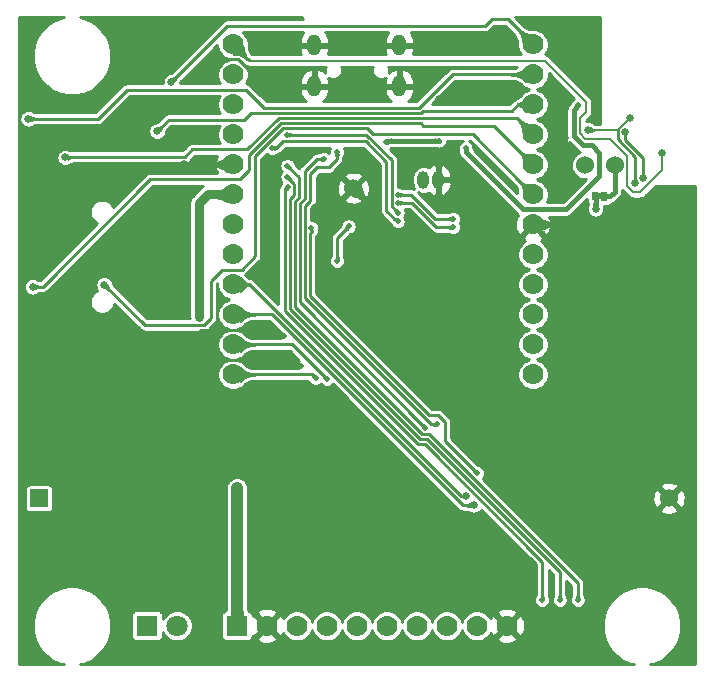
<source format=gbr>
G04 #@! TF.GenerationSoftware,KiCad,Pcbnew,5.1.5+dfsg1-2build2*
G04 #@! TF.CreationDate,2021-07-09T11:51:46+03:00*
G04 #@! TF.ProjectId,STM32WL-DevKit_RevB,53544d33-3257-44c2-9d44-65764b69745f,rev?*
G04 #@! TF.SameCoordinates,Original*
G04 #@! TF.FileFunction,Copper,L4,Bot*
G04 #@! TF.FilePolarity,Positive*
%FSLAX46Y46*%
G04 Gerber Fmt 4.6, Leading zero omitted, Abs format (unit mm)*
G04 Created by KiCad (PCBNEW 5.1.5+dfsg1-2build2) date 2021-07-09 11:51:46*
%MOMM*%
%LPD*%
G04 APERTURE LIST*
%ADD10O,1.000000X1.500000*%
%ADD11C,1.524000*%
%ADD12O,1.200000X1.800000*%
%ADD13C,1.800000*%
%ADD14R,1.800000X1.800000*%
%ADD15C,1.778000*%
%ADD16C,0.100000*%
%ADD17R,0.508000X0.762000*%
%ADD18R,1.778000X1.778000*%
%ADD19R,1.524000X1.524000*%
%ADD20C,0.650000*%
%ADD21C,0.500000*%
%ADD22C,0.405000*%
%ADD23C,0.457200*%
%ADD24C,0.508000*%
%ADD25C,0.250000*%
%ADD26C,0.203200*%
%ADD27C,0.787400*%
%ADD28C,1.000000*%
%ADD29C,0.254000*%
%ADD30C,0.025400*%
G04 APERTURE END LIST*
D10*
X90693400Y-100685600D03*
X89443400Y-100685600D03*
D11*
X83515200Y-101371400D03*
D12*
X87420000Y-89285000D03*
X87420000Y-92755000D03*
X80220000Y-92755000D03*
X80220000Y-89285000D03*
D13*
X68580000Y-138430000D03*
D14*
X66040000Y-138430000D03*
D15*
X98724000Y-89210000D03*
X98724000Y-91750000D03*
X98724000Y-94290000D03*
X98724000Y-96830000D03*
X98724000Y-99370000D03*
X98724000Y-101910000D03*
X98724000Y-104450000D03*
X98724000Y-106990000D03*
X98724000Y-109530000D03*
X98724000Y-112070000D03*
X98724000Y-114610000D03*
X98724000Y-117150000D03*
X73324000Y-89210000D03*
X73324000Y-91750000D03*
X73324000Y-94290000D03*
X73324000Y-96830000D03*
X73324000Y-99370000D03*
X73324000Y-101910000D03*
X73324000Y-104450000D03*
X73324000Y-106990000D03*
X73324000Y-109530000D03*
X73324000Y-112070000D03*
X73324000Y-114610000D03*
X73324000Y-117150000D03*
G04 #@! TA.AperFunction,SMDPad,CuDef*
D16*
G36*
X104521000Y-102336600D02*
G01*
X104013000Y-102336600D01*
X104009454Y-102336575D01*
X103984687Y-102335017D01*
X103960190Y-102331049D01*
X103936198Y-102324710D01*
X103912939Y-102316060D01*
X103890635Y-102305182D01*
X103869498Y-102292179D01*
X103849732Y-102277175D01*
X103831524Y-102260314D01*
X103815048Y-102241757D01*
X103800462Y-102221681D01*
X103787904Y-102200277D01*
X103777495Y-102177750D01*
X103769334Y-102154315D01*
X103763499Y-102130195D01*
X103760045Y-102105621D01*
X103759006Y-102080827D01*
X103760391Y-102056050D01*
X103764188Y-102031526D01*
X103770359Y-102007490D01*
X103778847Y-101984171D01*
X103789569Y-101961791D01*
X103802424Y-101940565D01*
X103817290Y-101920694D01*
X103834023Y-101902369D01*
X103852465Y-101885764D01*
X103872439Y-101871038D01*
X103893754Y-101858331D01*
X103916208Y-101847765D01*
X103939586Y-101839441D01*
X103963664Y-101833437D01*
X103988214Y-101829812D01*
X104013000Y-101828600D01*
X104521000Y-101828600D01*
X104521000Y-101701600D01*
X105029000Y-101701600D01*
X105029000Y-102463600D01*
X104521000Y-102463600D01*
X104521000Y-102336600D01*
G37*
G04 #@! TD.AperFunction*
D17*
X104013000Y-102082600D03*
D11*
X105664000Y-99441000D03*
X103124000Y-99441000D03*
D15*
X81280000Y-138430000D03*
X78740000Y-138430000D03*
X76200000Y-138430000D03*
D18*
X73660000Y-138430000D03*
D15*
X83820000Y-138430000D03*
X86360000Y-138430000D03*
X91440000Y-138430000D03*
X88900000Y-138430000D03*
X93980000Y-138430000D03*
X96520000Y-138430000D03*
D11*
X110240000Y-127640000D03*
D19*
X56900000Y-127640000D03*
D20*
X68999100Y-114998500D03*
X61506100Y-112242600D03*
X56794400Y-112242600D03*
X103403400Y-92900500D03*
X100660200Y-94284800D03*
X103898700Y-109753400D03*
X101409500Y-99034600D03*
X101409500Y-97129600D03*
X103136700Y-104470200D03*
X109423200Y-104482900D03*
X69164200Y-99364800D03*
X69176900Y-97904300D03*
X75082400Y-122885200D03*
X80060800Y-128358900D03*
X82740500Y-128358900D03*
X84988400Y-128320800D03*
X87579200Y-128333500D03*
X71437500Y-96888300D03*
X69570600Y-94030800D03*
X63512700Y-96685100D03*
X58331100Y-96850200D03*
X92671900Y-121462800D03*
X94843600Y-115773200D03*
X95224600Y-113080800D03*
X95808800Y-110883700D03*
X96850200Y-108458000D03*
X90784356Y-93813379D03*
D21*
X89662000Y-99263200D03*
X78232000Y-98348800D03*
X78867000Y-98348800D03*
X79552800Y-98348800D03*
X76962000Y-102489000D03*
X76606400Y-100025200D03*
X84912200Y-106451400D03*
X82854800Y-106451400D03*
X80873600Y-106451400D03*
X87807800Y-98425000D03*
X94157800Y-101346000D03*
X94056200Y-100558600D03*
X93853000Y-97967800D03*
X91973400Y-99237800D03*
X90398600Y-102590600D03*
X83642200Y-113055400D03*
X90220800Y-106375200D03*
X86868000Y-106451400D03*
X74955400Y-108381800D03*
X77901800Y-118160800D03*
X79933800Y-118541800D03*
X77647800Y-121285000D03*
X75006200Y-120421400D03*
X59131200Y-113792000D03*
X62153800Y-105791000D03*
X62230000Y-100152200D03*
X89763600Y-128041400D03*
X90144600Y-136118600D03*
X100558600Y-115874800D03*
X100558600Y-113207800D03*
X100584000Y-110794800D03*
X76250800Y-93548200D03*
X70866000Y-91490800D03*
X79044800Y-116433600D03*
X77622400Y-113919000D03*
X69748400Y-120624600D03*
X69773800Y-125780800D03*
X71323200Y-128193800D03*
X79966641Y-104757196D03*
X93979976Y-125501424D03*
D20*
X93700600Y-128193800D03*
X108064300Y-100482400D03*
X106541384Y-96652190D03*
X106921300Y-95402400D03*
X103378000Y-96443800D03*
X93014800Y-127457200D03*
X107378500Y-100977700D03*
X104025700Y-103111300D03*
X55994300Y-95491300D03*
X66903600Y-96545400D03*
X68110100Y-92354400D03*
D21*
X77952600Y-101295200D03*
X99491800Y-136245600D03*
D20*
X109677200Y-98425000D03*
X56349900Y-109728000D03*
X62407800Y-109537500D03*
X59118500Y-98780600D03*
X70459600Y-112268000D03*
X73660000Y-126784100D03*
D21*
X90754200Y-97358200D03*
X86283800Y-97459800D03*
X93030800Y-97977400D03*
X102558850Y-94354650D03*
X83108800Y-104622600D03*
X82143600Y-107543600D03*
X89601304Y-121650496D03*
X81026000Y-98907600D03*
X90627200Y-121361200D03*
X82118200Y-98336802D03*
X77927200Y-100406200D03*
X100990400Y-136245600D03*
X77927200Y-99466400D03*
X102514400Y-136245600D03*
X87299800Y-102616000D03*
X81280000Y-117551200D03*
X91948000Y-104698800D03*
X87299800Y-101938197D03*
X80314800Y-117449600D03*
X91973400Y-103962200D03*
X87274400Y-103454200D03*
X77876400Y-96856190D03*
X87274400Y-104190800D03*
X76641689Y-97977689D03*
D22*
X100660200Y-96380300D02*
X101409500Y-97129600D01*
X100660200Y-94284800D02*
X100660200Y-96380300D01*
X101409500Y-97129600D02*
X101409500Y-99034600D01*
D23*
X103116500Y-104450000D02*
X103136700Y-104470200D01*
X98724000Y-104450000D02*
X103116500Y-104450000D01*
X109410500Y-104470200D02*
X109423200Y-104482900D01*
X103136700Y-104470200D02*
X109410500Y-104470200D01*
X73318800Y-99364800D02*
X73324000Y-99370000D01*
X69164200Y-99364800D02*
X73318800Y-99364800D01*
D24*
X83515200Y-101371400D02*
X85979000Y-103835200D01*
X85979000Y-105384600D02*
X84912200Y-106451400D01*
X85979000Y-103835200D02*
X85979000Y-105384600D01*
D25*
X74879200Y-92176600D02*
X76250800Y-93548200D01*
X74879200Y-91541334D02*
X74879200Y-92176600D01*
X73787266Y-90449400D02*
X74879200Y-91541334D01*
X71907400Y-90449400D02*
X73787266Y-90449400D01*
X70866000Y-91490800D02*
X71907400Y-90449400D01*
X77121599Y-113418199D02*
X77622400Y-113919000D01*
X70579401Y-113418199D02*
X77121599Y-113418199D01*
X68999100Y-114998500D02*
X70579401Y-113418199D01*
X78511400Y-115900200D02*
X79044800Y-116433600D01*
X69900800Y-115900200D02*
X78511400Y-115900200D01*
X68999100Y-114998500D02*
X69900800Y-115900200D01*
X91262200Y-121178054D02*
X91262200Y-122783648D01*
X89936814Y-120599200D02*
X90683346Y-120599200D01*
X79841651Y-110504037D02*
X89936814Y-120599200D01*
X79841651Y-105235739D02*
X79841651Y-110504037D01*
X91262200Y-122783648D02*
X93979976Y-125501424D01*
X79966641Y-105110749D02*
X79841651Y-105235739D01*
X90683346Y-120599200D02*
X91262200Y-121178054D01*
X79966641Y-104757196D02*
X79966641Y-105110749D01*
X76639046Y-112070000D02*
X92800946Y-128231900D01*
X73324000Y-112070000D02*
X76639046Y-112070000D01*
X92800946Y-128231900D02*
X93637100Y-128231900D01*
X93662500Y-128231900D02*
X93700600Y-128193800D01*
X93637100Y-128231900D02*
X93662500Y-128231900D01*
X106541384Y-97295784D02*
X106541384Y-96652190D01*
X108064300Y-100482400D02*
X108064300Y-98818700D01*
X108064300Y-98818700D02*
X106541384Y-97295784D01*
D26*
X105879900Y-96443800D02*
X103378000Y-96443800D01*
X106921300Y-95402400D02*
X105879900Y-96443800D01*
D25*
X73324000Y-109530000D02*
X74704060Y-109530000D01*
X92631260Y-127457200D02*
X93014800Y-127457200D01*
X74704060Y-109530000D02*
X92631260Y-127457200D01*
X107378500Y-100977700D02*
X107378500Y-98737916D01*
X107378500Y-98737916D02*
X105879900Y-97239316D01*
X105879900Y-97239316D02*
X105879900Y-96443800D01*
D22*
X104025700Y-102095300D02*
X104013000Y-102082600D01*
X104025700Y-103111300D02*
X104025700Y-102095300D01*
X105664000Y-99441000D02*
X105664000Y-101663500D01*
X105244900Y-102082600D02*
X104775000Y-102082600D01*
X105664000Y-101663500D02*
X105244900Y-102082600D01*
D25*
X98724000Y-91750000D02*
X91918589Y-91750000D01*
X61899800Y-95491300D02*
X56453919Y-95491300D01*
X56453919Y-95491300D02*
X55994300Y-95491300D01*
X75948548Y-94592148D02*
X74396600Y-93040200D01*
X91918589Y-91750000D02*
X89076441Y-94592148D01*
X64350900Y-93040200D02*
X61899800Y-95491300D01*
X89076441Y-94592148D02*
X75948548Y-94592148D01*
X74396600Y-93040200D02*
X64350900Y-93040200D01*
X67868800Y-95580200D02*
X67228599Y-96220401D01*
X74842542Y-95019958D02*
X74282300Y-95580200D01*
X97466765Y-94290000D02*
X96917155Y-94839610D01*
X89253648Y-95019958D02*
X74842542Y-95019958D01*
X67228599Y-96220401D02*
X66903600Y-96545400D01*
X96917155Y-94839610D02*
X89433996Y-94839610D01*
X89433996Y-94839610D02*
X89253648Y-95019958D01*
X74282300Y-95580200D02*
X67868800Y-95580200D01*
X98724000Y-94290000D02*
X97466765Y-94290000D01*
X72845115Y-87619385D02*
X68110100Y-92354400D01*
X94674369Y-87619385D02*
X72845115Y-87619385D01*
X95215355Y-87078399D02*
X94674369Y-87619385D01*
X96592399Y-87078399D02*
X95215355Y-87078399D01*
X98724000Y-89210000D02*
X96592399Y-87078399D01*
X77952600Y-101295200D02*
X77702601Y-101545199D01*
X77702601Y-101545199D02*
X77702601Y-111779973D01*
X77702601Y-111779973D02*
X88981548Y-123058920D01*
X99491800Y-133005058D02*
X99491800Y-135892047D01*
X89545662Y-123058920D02*
X99491800Y-133005058D01*
X99491800Y-135892047D02*
X99491800Y-136245600D01*
X88981548Y-123058920D02*
X89545662Y-123058920D01*
D26*
X74695599Y-90581599D02*
X99725599Y-90581599D01*
X103149400Y-97205800D02*
X105232200Y-97205800D01*
X103225600Y-94081600D02*
X103225600Y-94919800D01*
X103225600Y-94919800D02*
X102666110Y-95479290D01*
X109677200Y-98884619D02*
X109677200Y-98425000D01*
X73324000Y-89210000D02*
X74695599Y-90581599D01*
X109677200Y-99847400D02*
X109677200Y-98884619D01*
X107797600Y-101727000D02*
X109677200Y-99847400D01*
X106705400Y-101199114D02*
X107233286Y-101727000D01*
X106705400Y-98679000D02*
X106705400Y-101199114D01*
X102666110Y-95479290D02*
X102666110Y-96722510D01*
X99725599Y-90581599D02*
X103225600Y-94081600D01*
X105232200Y-97205800D02*
X106705400Y-98679000D01*
X102666110Y-96722510D02*
X103149400Y-97205800D01*
X107233286Y-101727000D02*
X107797600Y-101727000D01*
D25*
X73774300Y-100622100D02*
X73787000Y-100609400D01*
X56349900Y-109728000D02*
X57216146Y-109728000D01*
X77357006Y-95875578D02*
X89206730Y-95875578D01*
X57216146Y-109728000D02*
X66322046Y-100622100D01*
X74650600Y-99872800D02*
X74650600Y-98581984D01*
X73787000Y-100609400D02*
X73914000Y-100609400D01*
X89407395Y-96076243D02*
X95430243Y-96076243D01*
X97835001Y-98481001D02*
X98724000Y-99370000D01*
X66322046Y-100622100D02*
X73774300Y-100622100D01*
X95430243Y-96076243D02*
X97835001Y-98481001D01*
X89206730Y-95875578D02*
X89407395Y-96076243D01*
X74650600Y-98581984D02*
X77357006Y-95875578D01*
X73914000Y-100609400D02*
X74650600Y-99872800D01*
X75184000Y-98653600D02*
X77534212Y-96303388D01*
X77534212Y-96303388D02*
X84661018Y-96303388D01*
X65834810Y-112964510D02*
X70867990Y-112964510D01*
X85163029Y-96805399D02*
X93619399Y-96805399D01*
X74053700Y-108267500D02*
X75184000Y-107137200D01*
X84661018Y-96303388D02*
X85163029Y-96805399D01*
X71437500Y-109220000D02*
X72390000Y-108267500D01*
X72390000Y-108267500D02*
X74053700Y-108267500D01*
X97835001Y-101021001D02*
X98724000Y-101910000D01*
X75184000Y-107137200D02*
X75184000Y-98653600D01*
X71437500Y-112395000D02*
X71437500Y-109220000D01*
X62407800Y-109537500D02*
X65834810Y-112964510D01*
X70867990Y-112964510D02*
X71437500Y-112395000D01*
X93619399Y-96805399D02*
X97835001Y-101021001D01*
X77179800Y-95447768D02*
X74532768Y-98094800D01*
X69888100Y-98094800D02*
X69245901Y-98736999D01*
X59578119Y-98780600D02*
X59118500Y-98780600D01*
X74532768Y-98094800D02*
X69888100Y-98094800D01*
X59621720Y-98736999D02*
X59578119Y-98780600D01*
X69245901Y-98736999D02*
X59621720Y-98736999D01*
X98724000Y-96830000D02*
X97341768Y-95447768D01*
X97341768Y-95447768D02*
X77179800Y-95447768D01*
D27*
X70459600Y-102628700D02*
X70459600Y-112268000D01*
X71178300Y-101910000D02*
X70459600Y-102628700D01*
X73324000Y-101910000D02*
X71178300Y-101910000D01*
D28*
X73660000Y-126784100D02*
X73685400Y-126758700D01*
X73660000Y-138430000D02*
X73660000Y-126784100D01*
D23*
X86385400Y-97358200D02*
X86283800Y-97459800D01*
X90754200Y-97358200D02*
X86385400Y-97358200D01*
D22*
X102184200Y-96977200D02*
X102184200Y-94729300D01*
X104343200Y-98374200D02*
X103733600Y-97764600D01*
X103733600Y-97764600D02*
X102971600Y-97764600D01*
X104343200Y-100355400D02*
X104343200Y-98374200D01*
X102184200Y-94729300D02*
X102558850Y-94354650D01*
X101519299Y-103179301D02*
X104343200Y-100355400D01*
X97879148Y-103179301D02*
X101519299Y-103179301D01*
X93030800Y-98330953D02*
X97879148Y-103179301D01*
X102971600Y-97764600D02*
X102184200Y-96977200D01*
X93030800Y-97977400D02*
X93030800Y-98330953D01*
D25*
X82143600Y-105587800D02*
X82143600Y-107543600D01*
X83108800Y-104622600D02*
X82143600Y-105587800D01*
X80441800Y-98907600D02*
X81026000Y-98907600D01*
X79425800Y-99923600D02*
X80441800Y-98907600D01*
X78986030Y-102690998D02*
X79425800Y-102251228D01*
X79425800Y-102251228D02*
X79425800Y-99923600D01*
X78986030Y-111035222D02*
X78986030Y-102690998D01*
X89601304Y-121650496D02*
X78986030Y-111035222D01*
X82118200Y-98933000D02*
X82118200Y-98336802D01*
X80441800Y-99593400D02*
X81457800Y-99593400D01*
X79853610Y-100181590D02*
X80441800Y-99593400D01*
X79853610Y-102428432D02*
X79853610Y-100181590D01*
X79413841Y-102868201D02*
X79853610Y-102428432D01*
X79413841Y-110681241D02*
X79413841Y-102868201D01*
X90093800Y-121361200D02*
X79413841Y-110681241D01*
X81457800Y-99593400D02*
X82118200Y-98933000D01*
X90627200Y-121361200D02*
X90093800Y-121361200D01*
X100990400Y-133898642D02*
X100990400Y-135892047D01*
X78505400Y-100984400D02*
X78505400Y-101961598D01*
X78130410Y-111602766D02*
X89158753Y-122631109D01*
X89158753Y-122631109D02*
X89722867Y-122631109D01*
X89722867Y-122631109D02*
X100990400Y-133898642D01*
X100990400Y-135892047D02*
X100990400Y-136245600D01*
X78130410Y-102336588D02*
X78130410Y-111602766D01*
X78505400Y-101961598D02*
X78130410Y-102336588D01*
X77927200Y-100406200D02*
X78505400Y-100984400D01*
X78558221Y-102513793D02*
X78558221Y-111425561D01*
X78933210Y-102138804D02*
X78558221Y-102513793D01*
X77927200Y-99466400D02*
X78933211Y-100472411D01*
X78933211Y-100472411D02*
X78933210Y-102138804D01*
X102514400Y-135892047D02*
X102514400Y-136245600D01*
X102514400Y-134817626D02*
X102514400Y-135892047D01*
X89900072Y-122203298D02*
X102514400Y-134817626D01*
X78558221Y-111425561D02*
X89335958Y-122203298D01*
X89335958Y-122203298D02*
X89900072Y-122203298D01*
X78338800Y-114610000D02*
X81280000Y-117551200D01*
X73324000Y-114610000D02*
X78338800Y-114610000D01*
X90551000Y-104698800D02*
X91948000Y-104698800D01*
X88468200Y-102616000D02*
X90551000Y-104698800D01*
X87299800Y-102616000D02*
X88468200Y-102616000D01*
X80015200Y-117150000D02*
X80314800Y-117449600D01*
X73324000Y-117150000D02*
X80015200Y-117150000D01*
X88399997Y-101938197D02*
X87299800Y-101938197D01*
X90424000Y-103962200D02*
X88399997Y-101938197D01*
X91973400Y-103962200D02*
X90424000Y-103962200D01*
X86746999Y-98994385D02*
X84608804Y-96856190D01*
X86746999Y-102926799D02*
X86746999Y-98994385D01*
X78229953Y-96856190D02*
X77876400Y-96856190D01*
X87274400Y-103454200D02*
X86746999Y-102926799D01*
X84608804Y-96856190D02*
X78229953Y-96856190D01*
X87198200Y-104190800D02*
X87274400Y-104190800D01*
X76641689Y-97977689D02*
X76995242Y-97977689D01*
X84556598Y-97409000D02*
X86309200Y-99161602D01*
X86309200Y-99161602D02*
X86309200Y-103301800D01*
X86309200Y-103301800D02*
X87198200Y-104190800D01*
X76995242Y-97977689D02*
X77563931Y-97409000D01*
X77563931Y-97409000D02*
X84556598Y-97409000D01*
D29*
G36*
X58719550Y-86970855D02*
G01*
X58114075Y-87221651D01*
X57569161Y-87585750D01*
X57105750Y-88049161D01*
X56741651Y-88594075D01*
X56490855Y-89199550D01*
X56363000Y-89842319D01*
X56363000Y-90497681D01*
X56490855Y-91140450D01*
X56741651Y-91745925D01*
X57105750Y-92290839D01*
X57569161Y-92754250D01*
X58114075Y-93118349D01*
X58719550Y-93369145D01*
X59362319Y-93497000D01*
X60017681Y-93497000D01*
X60660450Y-93369145D01*
X61265925Y-93118349D01*
X61810839Y-92754250D01*
X62274250Y-92290839D01*
X62638349Y-91745925D01*
X62889145Y-91140450D01*
X63017000Y-90497681D01*
X63017000Y-89842319D01*
X62889145Y-89199550D01*
X62638349Y-88594075D01*
X62274250Y-88049161D01*
X61810839Y-87585750D01*
X61265925Y-87221651D01*
X60660450Y-86970855D01*
X60374621Y-86914000D01*
X79108734Y-86914000D01*
X79231442Y-87067385D01*
X72872212Y-87067385D01*
X72845114Y-87064716D01*
X72818016Y-87067385D01*
X72818006Y-87067385D01*
X72736904Y-87075373D01*
X72632852Y-87106937D01*
X72588213Y-87130797D01*
X72536956Y-87158194D01*
X72479794Y-87205106D01*
X72452904Y-87227174D01*
X72435623Y-87248231D01*
X68081456Y-91602400D01*
X68036034Y-91602400D01*
X67890750Y-91631299D01*
X67753894Y-91687986D01*
X67630728Y-91770283D01*
X67525983Y-91875028D01*
X67443686Y-91998194D01*
X67386999Y-92135050D01*
X67358100Y-92280334D01*
X67358100Y-92428466D01*
X67369982Y-92488200D01*
X64378006Y-92488200D01*
X64350900Y-92485530D01*
X64323794Y-92488200D01*
X64323791Y-92488200D01*
X64242689Y-92496188D01*
X64138637Y-92527752D01*
X64042742Y-92579009D01*
X63958689Y-92647989D01*
X63941404Y-92669051D01*
X61671156Y-94939300D01*
X56505789Y-94939300D01*
X56473672Y-94907183D01*
X56350506Y-94824886D01*
X56213650Y-94768199D01*
X56068366Y-94739300D01*
X55920234Y-94739300D01*
X55774950Y-94768199D01*
X55638094Y-94824886D01*
X55514928Y-94907183D01*
X55410183Y-95011928D01*
X55327886Y-95135094D01*
X55271199Y-95271950D01*
X55242300Y-95417234D01*
X55242300Y-95565366D01*
X55271199Y-95710650D01*
X55327886Y-95847506D01*
X55410183Y-95970672D01*
X55514928Y-96075417D01*
X55638094Y-96157714D01*
X55774950Y-96214401D01*
X55920234Y-96243300D01*
X56068366Y-96243300D01*
X56213650Y-96214401D01*
X56350506Y-96157714D01*
X56473672Y-96075417D01*
X56505789Y-96043300D01*
X61872694Y-96043300D01*
X61899800Y-96045970D01*
X61926906Y-96043300D01*
X61926909Y-96043300D01*
X62008011Y-96035312D01*
X62112063Y-96003748D01*
X62207958Y-95952491D01*
X62292011Y-95883511D01*
X62309301Y-95862443D01*
X64579545Y-93592200D01*
X72207515Y-93592200D01*
X72157776Y-93666640D01*
X72058573Y-93906137D01*
X72008000Y-94160385D01*
X72008000Y-94419615D01*
X72058573Y-94673863D01*
X72157776Y-94913360D01*
X72234510Y-95028200D01*
X67895906Y-95028200D01*
X67868800Y-95025530D01*
X67841694Y-95028200D01*
X67841691Y-95028200D01*
X67760589Y-95036188D01*
X67656537Y-95067752D01*
X67560642Y-95119009D01*
X67476589Y-95187989D01*
X67459304Y-95209051D01*
X66874956Y-95793400D01*
X66829534Y-95793400D01*
X66684250Y-95822299D01*
X66547394Y-95878986D01*
X66424228Y-95961283D01*
X66319483Y-96066028D01*
X66237186Y-96189194D01*
X66180499Y-96326050D01*
X66151600Y-96471334D01*
X66151600Y-96619466D01*
X66180499Y-96764750D01*
X66237186Y-96901606D01*
X66319483Y-97024772D01*
X66424228Y-97129517D01*
X66547394Y-97211814D01*
X66684250Y-97268501D01*
X66829534Y-97297400D01*
X66977666Y-97297400D01*
X67122950Y-97268501D01*
X67259806Y-97211814D01*
X67382972Y-97129517D01*
X67487717Y-97024772D01*
X67570014Y-96901606D01*
X67626701Y-96764750D01*
X67655600Y-96619466D01*
X67655600Y-96574044D01*
X68097445Y-96132200D01*
X72207515Y-96132200D01*
X72157776Y-96206640D01*
X72058573Y-96446137D01*
X72008000Y-96700385D01*
X72008000Y-96959615D01*
X72058573Y-97213863D01*
X72157776Y-97453360D01*
X72217538Y-97542800D01*
X69915209Y-97542800D01*
X69888100Y-97540130D01*
X69860991Y-97542800D01*
X69827222Y-97546126D01*
X69779889Y-97550788D01*
X69675837Y-97582352D01*
X69579942Y-97633609D01*
X69531944Y-97673000D01*
X69495889Y-97702589D01*
X69478608Y-97723646D01*
X69017256Y-98184999D01*
X59648825Y-98184999D01*
X59621719Y-98182329D01*
X59594613Y-98184999D01*
X59594611Y-98184999D01*
X59582474Y-98186194D01*
X59474706Y-98114186D01*
X59337850Y-98057499D01*
X59192566Y-98028600D01*
X59044434Y-98028600D01*
X58899150Y-98057499D01*
X58762294Y-98114186D01*
X58639128Y-98196483D01*
X58534383Y-98301228D01*
X58452086Y-98424394D01*
X58395399Y-98561250D01*
X58366500Y-98706534D01*
X58366500Y-98854666D01*
X58395399Y-98999950D01*
X58452086Y-99136806D01*
X58534383Y-99259972D01*
X58639128Y-99364717D01*
X58762294Y-99447014D01*
X58899150Y-99503701D01*
X59044434Y-99532600D01*
X59192566Y-99532600D01*
X59337850Y-99503701D01*
X59474706Y-99447014D01*
X59597872Y-99364717D01*
X59632694Y-99329895D01*
X59686330Y-99324612D01*
X59790382Y-99293048D01*
X59797957Y-99288999D01*
X68900527Y-99288999D01*
X68891676Y-99301367D01*
X68881415Y-99324050D01*
X68875776Y-99348300D01*
X68874977Y-99373183D01*
X68879047Y-99397745D01*
X68887831Y-99421040D01*
X68900991Y-99442174D01*
X68918021Y-99460335D01*
X68938267Y-99474824D01*
X69332863Y-99702324D01*
X69356917Y-99713041D01*
X69381229Y-99718403D01*
X69400961Y-99718812D01*
X69400966Y-99719092D01*
X69407019Y-99718985D01*
X69416984Y-99718936D01*
X69432221Y-99718947D01*
X69451833Y-99719022D01*
X69476140Y-99719164D01*
X69504982Y-99719372D01*
X69538251Y-99719647D01*
X69575895Y-99719987D01*
X69617971Y-99720394D01*
X69643976Y-99717960D01*
X69667801Y-99710733D01*
X69689757Y-99698997D01*
X69709003Y-99683203D01*
X69724797Y-99663957D01*
X69736533Y-99642001D01*
X69743760Y-99618176D01*
X69746200Y-99593400D01*
X69746200Y-99136200D01*
X69743515Y-99110222D01*
X69736058Y-99086469D01*
X69724111Y-99064626D01*
X69712632Y-99050912D01*
X70116745Y-98646800D01*
X71980631Y-98646800D01*
X71884914Y-98846418D01*
X71844284Y-99005029D01*
X71830341Y-99006415D01*
X71721174Y-99009243D01*
X71699687Y-99011640D01*
X71675862Y-99018867D01*
X71653906Y-99030603D01*
X71634660Y-99046397D01*
X71618866Y-99065643D01*
X71607130Y-99087599D01*
X71599903Y-99111424D01*
X71597463Y-99136200D01*
X71597463Y-99593400D01*
X71598949Y-99612770D01*
X71605139Y-99636884D01*
X71615916Y-99659328D01*
X71630863Y-99679237D01*
X71649408Y-99695848D01*
X71670837Y-99708523D01*
X71694326Y-99716773D01*
X71718974Y-99720281D01*
X71828242Y-99725008D01*
X71835365Y-99725830D01*
X71836557Y-99734171D01*
X71936184Y-100017359D01*
X71964375Y-100070100D01*
X66349143Y-100070100D01*
X66322045Y-100067431D01*
X66294947Y-100070100D01*
X66294937Y-100070100D01*
X66213835Y-100078088D01*
X66109783Y-100109652D01*
X66082648Y-100124156D01*
X66013887Y-100160909D01*
X65971830Y-100195425D01*
X65929835Y-100229889D01*
X65912554Y-100250946D01*
X63178734Y-102984767D01*
X63140115Y-102891533D01*
X63027723Y-102723326D01*
X62884674Y-102580277D01*
X62716467Y-102467885D01*
X62529565Y-102390467D01*
X62331151Y-102351000D01*
X62128849Y-102351000D01*
X61930435Y-102390467D01*
X61743533Y-102467885D01*
X61575326Y-102580277D01*
X61432277Y-102723326D01*
X61319885Y-102891533D01*
X61242467Y-103078435D01*
X61203000Y-103276849D01*
X61203000Y-103479151D01*
X61242467Y-103677565D01*
X61319885Y-103864467D01*
X61432277Y-104032674D01*
X61575326Y-104175723D01*
X61743533Y-104288115D01*
X61836767Y-104326734D01*
X56987502Y-109176000D01*
X56861389Y-109176000D01*
X56829272Y-109143883D01*
X56706106Y-109061586D01*
X56569250Y-109004899D01*
X56423966Y-108976000D01*
X56275834Y-108976000D01*
X56130550Y-109004899D01*
X55993694Y-109061586D01*
X55870528Y-109143883D01*
X55765783Y-109248628D01*
X55683486Y-109371794D01*
X55626799Y-109508650D01*
X55597900Y-109653934D01*
X55597900Y-109802066D01*
X55626799Y-109947350D01*
X55683486Y-110084206D01*
X55765783Y-110207372D01*
X55870528Y-110312117D01*
X55993694Y-110394414D01*
X56130550Y-110451101D01*
X56275834Y-110480000D01*
X56423966Y-110480000D01*
X56569250Y-110451101D01*
X56706106Y-110394414D01*
X56829272Y-110312117D01*
X56861389Y-110280000D01*
X57189040Y-110280000D01*
X57216146Y-110282670D01*
X57243252Y-110280000D01*
X57243255Y-110280000D01*
X57324357Y-110272012D01*
X57428409Y-110240448D01*
X57524304Y-110189191D01*
X57608357Y-110120211D01*
X57625647Y-110099143D01*
X66550692Y-101174100D01*
X70814075Y-101174100D01*
X70720137Y-101224311D01*
X70670374Y-101265151D01*
X70628663Y-101299383D01*
X70595170Y-101326870D01*
X70569470Y-101358185D01*
X69907789Y-102019867D01*
X69876470Y-102045570D01*
X69773911Y-102170538D01*
X69697703Y-102313113D01*
X69676568Y-102382788D01*
X69651445Y-102465608D01*
X69650775Y-102467816D01*
X69638900Y-102588383D01*
X69638900Y-102588390D01*
X69634930Y-102628700D01*
X69638900Y-102669010D01*
X69638901Y-112308318D01*
X69649163Y-112412510D01*
X66063455Y-112412510D01*
X63159800Y-109508856D01*
X63159800Y-109463434D01*
X63130901Y-109318150D01*
X63074214Y-109181294D01*
X62991917Y-109058128D01*
X62887172Y-108953383D01*
X62764006Y-108871086D01*
X62627150Y-108814399D01*
X62481866Y-108785500D01*
X62333734Y-108785500D01*
X62188450Y-108814399D01*
X62051594Y-108871086D01*
X61928428Y-108953383D01*
X61823683Y-109058128D01*
X61741386Y-109181294D01*
X61684699Y-109318150D01*
X61655800Y-109463434D01*
X61655800Y-109611566D01*
X61684699Y-109756850D01*
X61741386Y-109893706D01*
X61823683Y-110016872D01*
X61850421Y-110043610D01*
X61743533Y-110087885D01*
X61575326Y-110200277D01*
X61432277Y-110343326D01*
X61319885Y-110511533D01*
X61242467Y-110698435D01*
X61203000Y-110896849D01*
X61203000Y-111099151D01*
X61242467Y-111297565D01*
X61319885Y-111484467D01*
X61432277Y-111652674D01*
X61575326Y-111795723D01*
X61743533Y-111908115D01*
X61930435Y-111985533D01*
X62128849Y-112025000D01*
X62331151Y-112025000D01*
X62529565Y-111985533D01*
X62716467Y-111908115D01*
X62884674Y-111795723D01*
X63027723Y-111652674D01*
X63140115Y-111484467D01*
X63217533Y-111297565D01*
X63245686Y-111156030D01*
X65425314Y-113335659D01*
X65442599Y-113356721D01*
X65526652Y-113425701D01*
X65622547Y-113476958D01*
X65726599Y-113508522D01*
X65807701Y-113516510D01*
X65807703Y-113516510D01*
X65834809Y-113519180D01*
X65861915Y-113516510D01*
X70840884Y-113516510D01*
X70867990Y-113519180D01*
X70895096Y-113516510D01*
X70895099Y-113516510D01*
X70976201Y-113508522D01*
X71080253Y-113476958D01*
X71176148Y-113425701D01*
X71260201Y-113356721D01*
X71277490Y-113335654D01*
X71808654Y-112804492D01*
X71829711Y-112787211D01*
X71898691Y-112703158D01*
X71949948Y-112607263D01*
X71981512Y-112503211D01*
X71989500Y-112422109D01*
X71989500Y-112422108D01*
X71992170Y-112395000D01*
X71989500Y-112367892D01*
X71989500Y-109448644D01*
X72008000Y-109430144D01*
X72008000Y-109659615D01*
X72058573Y-109913863D01*
X72157776Y-110153360D01*
X72301796Y-110368901D01*
X72485099Y-110552204D01*
X72700640Y-110696224D01*
X72940137Y-110795427D01*
X72963127Y-110800000D01*
X72940137Y-110804573D01*
X72700640Y-110903776D01*
X72485099Y-111047796D01*
X72301796Y-111231099D01*
X72157776Y-111446640D01*
X72058573Y-111686137D01*
X72008000Y-111940385D01*
X72008000Y-112199615D01*
X72058573Y-112453863D01*
X72157776Y-112693360D01*
X72301796Y-112908901D01*
X72485099Y-113092204D01*
X72700640Y-113236224D01*
X72940137Y-113335427D01*
X72963127Y-113340000D01*
X72940137Y-113344573D01*
X72700640Y-113443776D01*
X72485099Y-113587796D01*
X72301796Y-113771099D01*
X72157776Y-113986640D01*
X72058573Y-114226137D01*
X72008000Y-114480385D01*
X72008000Y-114739615D01*
X72058573Y-114993863D01*
X72157776Y-115233360D01*
X72301796Y-115448901D01*
X72485099Y-115632204D01*
X72700640Y-115776224D01*
X72940137Y-115875427D01*
X72963127Y-115880000D01*
X72940137Y-115884573D01*
X72700640Y-115983776D01*
X72485099Y-116127796D01*
X72301796Y-116311099D01*
X72157776Y-116526640D01*
X72058573Y-116766137D01*
X72008000Y-117020385D01*
X72008000Y-117279615D01*
X72058573Y-117533863D01*
X72157776Y-117773360D01*
X72301796Y-117988901D01*
X72485099Y-118172204D01*
X72700640Y-118316224D01*
X72940137Y-118415427D01*
X73194385Y-118466000D01*
X73453615Y-118466000D01*
X73707863Y-118415427D01*
X73947360Y-118316224D01*
X74162901Y-118172204D01*
X74257853Y-118077252D01*
X74340149Y-117999365D01*
X74418317Y-117936145D01*
X74498639Y-117881289D01*
X74581516Y-117834256D01*
X74667542Y-117794581D01*
X74757387Y-117761969D01*
X74851801Y-117736292D01*
X74951459Y-117717617D01*
X75056918Y-117706165D01*
X75175900Y-117702000D01*
X79686567Y-117702000D01*
X79714850Y-117770280D01*
X79788940Y-117881163D01*
X79883237Y-117975460D01*
X79994120Y-118049550D01*
X80117326Y-118100584D01*
X80248121Y-118126600D01*
X80381479Y-118126600D01*
X80512274Y-118100584D01*
X80635480Y-118049550D01*
X80746363Y-117975460D01*
X80748100Y-117973723D01*
X80754140Y-117982763D01*
X80848437Y-118077060D01*
X80959320Y-118151150D01*
X81082526Y-118202184D01*
X81213321Y-118228200D01*
X81346679Y-118228200D01*
X81477474Y-118202184D01*
X81600680Y-118151150D01*
X81711563Y-118077060D01*
X81788512Y-118000111D01*
X92391455Y-128603055D01*
X92408735Y-128624111D01*
X92492788Y-128693091D01*
X92588683Y-128744348D01*
X92692735Y-128775912D01*
X92773837Y-128783900D01*
X92773847Y-128783900D01*
X92800945Y-128786569D01*
X92828043Y-128783900D01*
X93230182Y-128783900D01*
X93344394Y-128860214D01*
X93481250Y-128916901D01*
X93626534Y-128945800D01*
X93774666Y-128945800D01*
X93919950Y-128916901D01*
X94056806Y-128860214D01*
X94179972Y-128777917D01*
X94284717Y-128673172D01*
X94322589Y-128616492D01*
X98939800Y-133233704D01*
X98939801Y-135853157D01*
X98891850Y-135924920D01*
X98840816Y-136048126D01*
X98814800Y-136178921D01*
X98814800Y-136312279D01*
X98840816Y-136443074D01*
X98891850Y-136566280D01*
X98965940Y-136677163D01*
X99060237Y-136771460D01*
X99171120Y-136845550D01*
X99294326Y-136896584D01*
X99425121Y-136922600D01*
X99558479Y-136922600D01*
X99689274Y-136896584D01*
X99812480Y-136845550D01*
X99923363Y-136771460D01*
X100017660Y-136677163D01*
X100091750Y-136566280D01*
X100142784Y-136443074D01*
X100168800Y-136312279D01*
X100168800Y-136178921D01*
X100142784Y-136048126D01*
X100091750Y-135924920D01*
X100043800Y-135853158D01*
X100043800Y-133732687D01*
X100438400Y-134127287D01*
X100438401Y-135853157D01*
X100390450Y-135924920D01*
X100339416Y-136048126D01*
X100313400Y-136178921D01*
X100313400Y-136312279D01*
X100339416Y-136443074D01*
X100390450Y-136566280D01*
X100464540Y-136677163D01*
X100558837Y-136771460D01*
X100669720Y-136845550D01*
X100792926Y-136896584D01*
X100923721Y-136922600D01*
X101057079Y-136922600D01*
X101187874Y-136896584D01*
X101311080Y-136845550D01*
X101421963Y-136771460D01*
X101516260Y-136677163D01*
X101590350Y-136566280D01*
X101641384Y-136443074D01*
X101667400Y-136312279D01*
X101667400Y-136178921D01*
X101641384Y-136048126D01*
X101590350Y-135924920D01*
X101542400Y-135853158D01*
X101542400Y-134626272D01*
X101962400Y-135046272D01*
X101962401Y-135853157D01*
X101914450Y-135924920D01*
X101863416Y-136048126D01*
X101837400Y-136178921D01*
X101837400Y-136312279D01*
X101863416Y-136443074D01*
X101914450Y-136566280D01*
X101988540Y-136677163D01*
X102082837Y-136771460D01*
X102193720Y-136845550D01*
X102316926Y-136896584D01*
X102447721Y-136922600D01*
X102581079Y-136922600D01*
X102711874Y-136896584D01*
X102835080Y-136845550D01*
X102945963Y-136771460D01*
X103040260Y-136677163D01*
X103114350Y-136566280D01*
X103165384Y-136443074D01*
X103191400Y-136312279D01*
X103191400Y-136178921D01*
X103165384Y-136048126D01*
X103114350Y-135924920D01*
X103066400Y-135853158D01*
X103066400Y-134844734D01*
X103069070Y-134817626D01*
X103058412Y-134709415D01*
X103026848Y-134605363D01*
X102975591Y-134509468D01*
X102923892Y-134446472D01*
X102923891Y-134446471D01*
X102906611Y-134425415D01*
X102885554Y-134408135D01*
X97082984Y-128605565D01*
X109454040Y-128605565D01*
X109521020Y-128845656D01*
X109770048Y-128962756D01*
X110037135Y-129029023D01*
X110312017Y-129041910D01*
X110584133Y-129000922D01*
X110843023Y-128907636D01*
X110958980Y-128845656D01*
X111025960Y-128605565D01*
X110240000Y-127819605D01*
X109454040Y-128605565D01*
X97082984Y-128605565D01*
X96189436Y-127712017D01*
X108838090Y-127712017D01*
X108879078Y-127984133D01*
X108972364Y-128243023D01*
X109034344Y-128358980D01*
X109274435Y-128425960D01*
X110060395Y-127640000D01*
X110419605Y-127640000D01*
X111205565Y-128425960D01*
X111445656Y-128358980D01*
X111562756Y-128109952D01*
X111629023Y-127842865D01*
X111641910Y-127567983D01*
X111600922Y-127295867D01*
X111507636Y-127036977D01*
X111445656Y-126921020D01*
X111205565Y-126854040D01*
X110419605Y-127640000D01*
X110060395Y-127640000D01*
X109274435Y-126854040D01*
X109034344Y-126921020D01*
X108917244Y-127170048D01*
X108850977Y-127437135D01*
X108838090Y-127712017D01*
X96189436Y-127712017D01*
X95151854Y-126674435D01*
X109454040Y-126674435D01*
X110240000Y-127460395D01*
X111025960Y-126674435D01*
X110958980Y-126434344D01*
X110709952Y-126317244D01*
X110442865Y-126250977D01*
X110167983Y-126238090D01*
X109895867Y-126279078D01*
X109636977Y-126372364D01*
X109521020Y-126434344D01*
X109454040Y-126674435D01*
X95151854Y-126674435D01*
X94458121Y-125980702D01*
X94505836Y-125932987D01*
X94579926Y-125822104D01*
X94630960Y-125698898D01*
X94656976Y-125568103D01*
X94656976Y-125434745D01*
X94630960Y-125303950D01*
X94579926Y-125180744D01*
X94505836Y-125069861D01*
X94411539Y-124975564D01*
X94300656Y-124901474D01*
X94177450Y-124850440D01*
X94092800Y-124833603D01*
X91814200Y-122555004D01*
X91814200Y-121205151D01*
X91816869Y-121178053D01*
X91814200Y-121150955D01*
X91814200Y-121150945D01*
X91806212Y-121069843D01*
X91774648Y-120965791D01*
X91723391Y-120869896D01*
X91654411Y-120785843D01*
X91633354Y-120768562D01*
X91092846Y-120228056D01*
X91075557Y-120206989D01*
X90991504Y-120138009D01*
X90895609Y-120086752D01*
X90791557Y-120055188D01*
X90710455Y-120047200D01*
X90710452Y-120047200D01*
X90683346Y-120044530D01*
X90656240Y-120047200D01*
X90165460Y-120047200D01*
X80393651Y-110275393D01*
X80393651Y-107476921D01*
X81466600Y-107476921D01*
X81466600Y-107610279D01*
X81492616Y-107741074D01*
X81543650Y-107864280D01*
X81617740Y-107975163D01*
X81712037Y-108069460D01*
X81822920Y-108143550D01*
X81946126Y-108194584D01*
X82076921Y-108220600D01*
X82210279Y-108220600D01*
X82341074Y-108194584D01*
X82464280Y-108143550D01*
X82575163Y-108069460D01*
X82669460Y-107975163D01*
X82743550Y-107864280D01*
X82794584Y-107741074D01*
X82820600Y-107610279D01*
X82820600Y-107476921D01*
X82794584Y-107346126D01*
X82743550Y-107222920D01*
X82695600Y-107151158D01*
X82695600Y-105816444D01*
X83221623Y-105290422D01*
X83306274Y-105273584D01*
X83429480Y-105222550D01*
X83540363Y-105148460D01*
X83634660Y-105054163D01*
X83708750Y-104943280D01*
X83759784Y-104820074D01*
X83785800Y-104689279D01*
X83785800Y-104555921D01*
X83759784Y-104425126D01*
X83708750Y-104301920D01*
X83634660Y-104191037D01*
X83540363Y-104096740D01*
X83429480Y-104022650D01*
X83306274Y-103971616D01*
X83175479Y-103945600D01*
X83042121Y-103945600D01*
X82911326Y-103971616D01*
X82788120Y-104022650D01*
X82677237Y-104096740D01*
X82582940Y-104191037D01*
X82508850Y-104301920D01*
X82457816Y-104425126D01*
X82440978Y-104509777D01*
X81772456Y-105178300D01*
X81751389Y-105195589D01*
X81682409Y-105279642D01*
X81631152Y-105375538D01*
X81599588Y-105479590D01*
X81591600Y-105560691D01*
X81588930Y-105587800D01*
X81591600Y-105614906D01*
X81591601Y-107151157D01*
X81543650Y-107222920D01*
X81492616Y-107346126D01*
X81466600Y-107476921D01*
X80393651Y-107476921D01*
X80393651Y-105460557D01*
X80427832Y-105418907D01*
X80479089Y-105323012D01*
X80510653Y-105218959D01*
X80511413Y-105211248D01*
X80517280Y-105151675D01*
X80566591Y-105077876D01*
X80617625Y-104954670D01*
X80643641Y-104823875D01*
X80643641Y-104690517D01*
X80617625Y-104559722D01*
X80566591Y-104436516D01*
X80492501Y-104325633D01*
X80398204Y-104231336D01*
X80287321Y-104157246D01*
X80164115Y-104106212D01*
X80033320Y-104080196D01*
X79965841Y-104080196D01*
X79965841Y-103096846D01*
X80224764Y-102837924D01*
X80245821Y-102820643D01*
X80267889Y-102793753D01*
X80314801Y-102736591D01*
X80352001Y-102666994D01*
X80366058Y-102640695D01*
X80397622Y-102536643D01*
X80405610Y-102455541D01*
X80405610Y-102455531D01*
X80408279Y-102428433D01*
X80405610Y-102401335D01*
X80405610Y-101443417D01*
X82113290Y-101443417D01*
X82154278Y-101715533D01*
X82247564Y-101974423D01*
X82309544Y-102090380D01*
X82549635Y-102157360D01*
X83218189Y-101488806D01*
X83294245Y-101771960D01*
X82729240Y-102336965D01*
X82796220Y-102577056D01*
X83045248Y-102694156D01*
X83312335Y-102760423D01*
X83587217Y-102773310D01*
X83859333Y-102732322D01*
X84118223Y-102639036D01*
X84234180Y-102577056D01*
X84245240Y-102537412D01*
X84251401Y-102535543D01*
X84273357Y-102523807D01*
X84292603Y-102508013D01*
X84651813Y-102148803D01*
X84665090Y-102133185D01*
X84677583Y-102111650D01*
X84681057Y-102101483D01*
X84720856Y-102090380D01*
X84837956Y-101841352D01*
X84904223Y-101574265D01*
X84917110Y-101299383D01*
X84876122Y-101027267D01*
X84782836Y-100768377D01*
X84720856Y-100652420D01*
X84480765Y-100585440D01*
X83915760Y-101150445D01*
X83632606Y-101074389D01*
X84301160Y-100405835D01*
X84234180Y-100165744D01*
X83985152Y-100048644D01*
X83718065Y-99982377D01*
X83443183Y-99969490D01*
X83171067Y-100010478D01*
X82912177Y-100103764D01*
X82796220Y-100165744D01*
X82729240Y-100405835D01*
X83311561Y-100988156D01*
X83278738Y-100979340D01*
X83262293Y-100976069D01*
X83237410Y-100975270D01*
X83212848Y-100979340D01*
X83189553Y-100988124D01*
X83168419Y-101001284D01*
X83150258Y-101018314D01*
X83135769Y-101038560D01*
X83125508Y-101061243D01*
X83119869Y-101085493D01*
X83119070Y-101110376D01*
X83123140Y-101134938D01*
X83131956Y-101167761D01*
X82549635Y-100585440D01*
X82309544Y-100652420D01*
X82192444Y-100901448D01*
X82126177Y-101168535D01*
X82113290Y-101443417D01*
X80405610Y-101443417D01*
X80405610Y-100410235D01*
X80670445Y-100145400D01*
X81430694Y-100145400D01*
X81457800Y-100148070D01*
X81484906Y-100145400D01*
X81484909Y-100145400D01*
X81566011Y-100137412D01*
X81670063Y-100105848D01*
X81765958Y-100054591D01*
X81850011Y-99985611D01*
X81867300Y-99964544D01*
X82489354Y-99342492D01*
X82510411Y-99325211D01*
X82543213Y-99285242D01*
X82579391Y-99241158D01*
X82630648Y-99145263D01*
X82662212Y-99041211D01*
X82663323Y-99029927D01*
X82670200Y-98960109D01*
X82670200Y-98960108D01*
X82672870Y-98933000D01*
X82670200Y-98905892D01*
X82670200Y-98729244D01*
X82718150Y-98657482D01*
X82769184Y-98534276D01*
X82795200Y-98403481D01*
X82795200Y-98270123D01*
X82769184Y-98139328D01*
X82718150Y-98016122D01*
X82681318Y-97961000D01*
X84327954Y-97961000D01*
X85757200Y-99390248D01*
X85757201Y-103274684D01*
X85754530Y-103301800D01*
X85760339Y-103360771D01*
X85765189Y-103410011D01*
X85767736Y-103418406D01*
X85796752Y-103514062D01*
X85848009Y-103609957D01*
X85848010Y-103609958D01*
X85916990Y-103694011D01*
X85938052Y-103711296D01*
X86629347Y-104402593D01*
X86674450Y-104511480D01*
X86748540Y-104622363D01*
X86842837Y-104716660D01*
X86953720Y-104790750D01*
X87076926Y-104841784D01*
X87207721Y-104867800D01*
X87341079Y-104867800D01*
X87471874Y-104841784D01*
X87595080Y-104790750D01*
X87705963Y-104716660D01*
X87800260Y-104622363D01*
X87874350Y-104511480D01*
X87925384Y-104388274D01*
X87951400Y-104257479D01*
X87951400Y-104124121D01*
X87925384Y-103993326D01*
X87874350Y-103870120D01*
X87842531Y-103822500D01*
X87874350Y-103774880D01*
X87925384Y-103651674D01*
X87951400Y-103520879D01*
X87951400Y-103387521D01*
X87925384Y-103256726D01*
X87888632Y-103168000D01*
X88239556Y-103168000D01*
X90141504Y-105069949D01*
X90158789Y-105091011D01*
X90242842Y-105159991D01*
X90338737Y-105211248D01*
X90442789Y-105242812D01*
X90523891Y-105250800D01*
X90523893Y-105250800D01*
X90550999Y-105253470D01*
X90578105Y-105250800D01*
X91555558Y-105250800D01*
X91627320Y-105298750D01*
X91750526Y-105349784D01*
X91881321Y-105375800D01*
X92014679Y-105375800D01*
X92145474Y-105349784D01*
X92268680Y-105298750D01*
X92379563Y-105224660D01*
X92473860Y-105130363D01*
X92547950Y-105019480D01*
X92598984Y-104896274D01*
X92625000Y-104765479D01*
X92625000Y-104632121D01*
X92598984Y-104501326D01*
X92547950Y-104378120D01*
X92528831Y-104349507D01*
X92573350Y-104282880D01*
X92624384Y-104159674D01*
X92650400Y-104028879D01*
X92650400Y-103895521D01*
X92624384Y-103764726D01*
X92573350Y-103641520D01*
X92499260Y-103530637D01*
X92404963Y-103436340D01*
X92294080Y-103362250D01*
X92170874Y-103311216D01*
X92040079Y-103285200D01*
X91906721Y-103285200D01*
X91775926Y-103311216D01*
X91652720Y-103362250D01*
X91580958Y-103410200D01*
X90652646Y-103410200D01*
X88983147Y-101740702D01*
X89086937Y-101796180D01*
X89261677Y-101849187D01*
X89443400Y-101867085D01*
X89625124Y-101849187D01*
X89799864Y-101796180D01*
X89888151Y-101748989D01*
X89922725Y-101787083D01*
X90103649Y-101921073D01*
X90307237Y-102017192D01*
X90391526Y-102029719D01*
X90566400Y-101903554D01*
X90566400Y-100812600D01*
X90820400Y-100812600D01*
X90820400Y-101903554D01*
X90995274Y-102029719D01*
X91079563Y-102017192D01*
X91283151Y-101921073D01*
X91464075Y-101787083D01*
X91615383Y-101620371D01*
X91731259Y-101427343D01*
X91807251Y-101215418D01*
X91840438Y-100992740D01*
X91676505Y-100812600D01*
X90820400Y-100812600D01*
X90566400Y-100812600D01*
X90546400Y-100812600D01*
X90546400Y-100558600D01*
X90566400Y-100558600D01*
X90566400Y-99467646D01*
X90820400Y-99467646D01*
X90820400Y-100558600D01*
X91676505Y-100558600D01*
X91840438Y-100378460D01*
X91807251Y-100155782D01*
X91731259Y-99943857D01*
X91615383Y-99750829D01*
X91464075Y-99584117D01*
X91283151Y-99450127D01*
X91079563Y-99354008D01*
X90995274Y-99341481D01*
X90820400Y-99467646D01*
X90566400Y-99467646D01*
X90391526Y-99341481D01*
X90307237Y-99354008D01*
X90103649Y-99450127D01*
X89922725Y-99584117D01*
X89888151Y-99622211D01*
X89799863Y-99575020D01*
X89625123Y-99522013D01*
X89443400Y-99504115D01*
X89261676Y-99522013D01*
X89086936Y-99575020D01*
X88925895Y-99661099D01*
X88784741Y-99776941D01*
X88668899Y-99918096D01*
X88582820Y-100079137D01*
X88529813Y-100253877D01*
X88516400Y-100390063D01*
X88516400Y-100981138D01*
X88529813Y-101117324D01*
X88582820Y-101292064D01*
X88668900Y-101453105D01*
X88673167Y-101458305D01*
X88612260Y-101425749D01*
X88508208Y-101394185D01*
X88427106Y-101386197D01*
X88427103Y-101386197D01*
X88399997Y-101383527D01*
X88372891Y-101386197D01*
X87692242Y-101386197D01*
X87620480Y-101338247D01*
X87497274Y-101287213D01*
X87366479Y-101261197D01*
X87298999Y-101261197D01*
X87298999Y-99021482D01*
X87301668Y-98994384D01*
X87298999Y-98967286D01*
X87298999Y-98967276D01*
X87291011Y-98886174D01*
X87259447Y-98782122D01*
X87224594Y-98716917D01*
X87208190Y-98686226D01*
X87156490Y-98623230D01*
X87139210Y-98602174D01*
X87118153Y-98584893D01*
X86596369Y-98063110D01*
X86604480Y-98059750D01*
X86673249Y-98013800D01*
X90579933Y-98013800D01*
X90687521Y-98035200D01*
X90820879Y-98035200D01*
X90951674Y-98009184D01*
X91074880Y-97958150D01*
X91185763Y-97884060D01*
X91280060Y-97789763D01*
X91354150Y-97678880D01*
X91405184Y-97555674D01*
X91431200Y-97424879D01*
X91431200Y-97357399D01*
X92758527Y-97357399D01*
X92710120Y-97377450D01*
X92599237Y-97451540D01*
X92504940Y-97545837D01*
X92430850Y-97656720D01*
X92379816Y-97779926D01*
X92353800Y-97910721D01*
X92353800Y-98044079D01*
X92379816Y-98174874D01*
X92401300Y-98226741D01*
X92401300Y-98300039D01*
X92398255Y-98330953D01*
X92401300Y-98361867D01*
X92401300Y-98361870D01*
X92410409Y-98454356D01*
X92446405Y-98573017D01*
X92504858Y-98682376D01*
X92548447Y-98735489D01*
X92557599Y-98746640D01*
X92583524Y-98778230D01*
X92607536Y-98797936D01*
X97412160Y-103602560D01*
X97431871Y-103626578D01*
X97452432Y-103643452D01*
X97414711Y-103655727D01*
X97284914Y-103926418D01*
X97210420Y-104217230D01*
X97194092Y-104516988D01*
X97236557Y-104814171D01*
X97336184Y-105097359D01*
X97414711Y-105244273D01*
X97667769Y-105326626D01*
X98354537Y-104639858D01*
X98582385Y-104771220D01*
X97847374Y-105506231D01*
X97929727Y-105759289D01*
X98085421Y-105833945D01*
X97885099Y-105967796D01*
X97701796Y-106151099D01*
X97557776Y-106366640D01*
X97458573Y-106606137D01*
X97408000Y-106860385D01*
X97408000Y-107119615D01*
X97458573Y-107373863D01*
X97557776Y-107613360D01*
X97701796Y-107828901D01*
X97885099Y-108012204D01*
X98100640Y-108156224D01*
X98340137Y-108255427D01*
X98363127Y-108260000D01*
X98340137Y-108264573D01*
X98100640Y-108363776D01*
X97885099Y-108507796D01*
X97701796Y-108691099D01*
X97557776Y-108906640D01*
X97458573Y-109146137D01*
X97408000Y-109400385D01*
X97408000Y-109659615D01*
X97458573Y-109913863D01*
X97557776Y-110153360D01*
X97701796Y-110368901D01*
X97885099Y-110552204D01*
X98100640Y-110696224D01*
X98340137Y-110795427D01*
X98363127Y-110800000D01*
X98340137Y-110804573D01*
X98100640Y-110903776D01*
X97885099Y-111047796D01*
X97701796Y-111231099D01*
X97557776Y-111446640D01*
X97458573Y-111686137D01*
X97408000Y-111940385D01*
X97408000Y-112199615D01*
X97458573Y-112453863D01*
X97557776Y-112693360D01*
X97701796Y-112908901D01*
X97885099Y-113092204D01*
X98100640Y-113236224D01*
X98340137Y-113335427D01*
X98363127Y-113340000D01*
X98340137Y-113344573D01*
X98100640Y-113443776D01*
X97885099Y-113587796D01*
X97701796Y-113771099D01*
X97557776Y-113986640D01*
X97458573Y-114226137D01*
X97408000Y-114480385D01*
X97408000Y-114739615D01*
X97458573Y-114993863D01*
X97557776Y-115233360D01*
X97701796Y-115448901D01*
X97885099Y-115632204D01*
X98100640Y-115776224D01*
X98340137Y-115875427D01*
X98363127Y-115880000D01*
X98340137Y-115884573D01*
X98100640Y-115983776D01*
X97885099Y-116127796D01*
X97701796Y-116311099D01*
X97557776Y-116526640D01*
X97458573Y-116766137D01*
X97408000Y-117020385D01*
X97408000Y-117279615D01*
X97458573Y-117533863D01*
X97557776Y-117773360D01*
X97701796Y-117988901D01*
X97885099Y-118172204D01*
X98100640Y-118316224D01*
X98340137Y-118415427D01*
X98594385Y-118466000D01*
X98853615Y-118466000D01*
X99107863Y-118415427D01*
X99347360Y-118316224D01*
X99562901Y-118172204D01*
X99746204Y-117988901D01*
X99890224Y-117773360D01*
X99989427Y-117533863D01*
X100040000Y-117279615D01*
X100040000Y-117020385D01*
X99989427Y-116766137D01*
X99890224Y-116526640D01*
X99746204Y-116311099D01*
X99562901Y-116127796D01*
X99347360Y-115983776D01*
X99107863Y-115884573D01*
X99084873Y-115880000D01*
X99107863Y-115875427D01*
X99347360Y-115776224D01*
X99562901Y-115632204D01*
X99746204Y-115448901D01*
X99890224Y-115233360D01*
X99989427Y-114993863D01*
X100040000Y-114739615D01*
X100040000Y-114480385D01*
X99989427Y-114226137D01*
X99890224Y-113986640D01*
X99746204Y-113771099D01*
X99562901Y-113587796D01*
X99347360Y-113443776D01*
X99107863Y-113344573D01*
X99084873Y-113340000D01*
X99107863Y-113335427D01*
X99347360Y-113236224D01*
X99562901Y-113092204D01*
X99746204Y-112908901D01*
X99890224Y-112693360D01*
X99989427Y-112453863D01*
X100040000Y-112199615D01*
X100040000Y-111940385D01*
X99989427Y-111686137D01*
X99890224Y-111446640D01*
X99746204Y-111231099D01*
X99562901Y-111047796D01*
X99347360Y-110903776D01*
X99107863Y-110804573D01*
X99084873Y-110800000D01*
X99107863Y-110795427D01*
X99347360Y-110696224D01*
X99562901Y-110552204D01*
X99746204Y-110368901D01*
X99890224Y-110153360D01*
X99989427Y-109913863D01*
X100040000Y-109659615D01*
X100040000Y-109400385D01*
X99989427Y-109146137D01*
X99890224Y-108906640D01*
X99746204Y-108691099D01*
X99562901Y-108507796D01*
X99347360Y-108363776D01*
X99107863Y-108264573D01*
X99084873Y-108260000D01*
X99107863Y-108255427D01*
X99347360Y-108156224D01*
X99562901Y-108012204D01*
X99746204Y-107828901D01*
X99890224Y-107613360D01*
X99989427Y-107373863D01*
X100040000Y-107119615D01*
X100040000Y-106860385D01*
X99989427Y-106606137D01*
X99890224Y-106366640D01*
X99746204Y-106151099D01*
X99562901Y-105967796D01*
X99369402Y-105838504D01*
X99371359Y-105837816D01*
X99518273Y-105759289D01*
X99600626Y-105506231D01*
X99251232Y-105156837D01*
X99295439Y-105182324D01*
X99307048Y-105188245D01*
X99330663Y-105196128D01*
X99355363Y-105199252D01*
X99380197Y-105197497D01*
X99404212Y-105190931D01*
X99426485Y-105179806D01*
X99446159Y-105164550D01*
X99521615Y-105093153D01*
X99535520Y-105081915D01*
X99780231Y-105326626D01*
X100033289Y-105244273D01*
X100163086Y-104973582D01*
X100204901Y-104810343D01*
X100214559Y-104809297D01*
X100322764Y-104805523D01*
X100343113Y-104803160D01*
X100366938Y-104795933D01*
X100388894Y-104784197D01*
X100408140Y-104768403D01*
X100423934Y-104749157D01*
X100435670Y-104727201D01*
X100442897Y-104703376D01*
X100445337Y-104678600D01*
X100445337Y-104221400D01*
X102534500Y-104221400D01*
X102534500Y-104678600D01*
X102535443Y-104694045D01*
X102540878Y-104718341D01*
X102550949Y-104741109D01*
X102565268Y-104761476D01*
X102583285Y-104778657D01*
X102604308Y-104791994D01*
X102627529Y-104800972D01*
X102652055Y-104805248D01*
X102697982Y-104808673D01*
X102739076Y-104811760D01*
X102775326Y-104814507D01*
X102806865Y-104816924D01*
X102833225Y-104818975D01*
X102855023Y-104820708D01*
X102871575Y-104822067D01*
X102882859Y-104823047D01*
X102889634Y-104823709D01*
X102889669Y-104823354D01*
X102921104Y-104823624D01*
X102945354Y-104817985D01*
X102968037Y-104807724D01*
X103136700Y-104710483D01*
X103305363Y-104807724D01*
X103329417Y-104818441D01*
X103353729Y-104823803D01*
X103373461Y-104824212D01*
X103373466Y-104824492D01*
X103379519Y-104824385D01*
X103389484Y-104824336D01*
X103404721Y-104824347D01*
X103424333Y-104824422D01*
X103448640Y-104824564D01*
X103477482Y-104824772D01*
X103510751Y-104825047D01*
X103548395Y-104825387D01*
X103590471Y-104825794D01*
X103616476Y-104823360D01*
X103640301Y-104816133D01*
X103662257Y-104804397D01*
X103681503Y-104788603D01*
X103697297Y-104769357D01*
X103709033Y-104747401D01*
X103716260Y-104723576D01*
X103718700Y-104698800D01*
X103718700Y-104241600D01*
X108828500Y-104241600D01*
X108828500Y-104698800D01*
X108829953Y-104717954D01*
X108836102Y-104742079D01*
X108846839Y-104764541D01*
X108861752Y-104784476D01*
X108880268Y-104801119D01*
X108901675Y-104813830D01*
X108925151Y-104822120D01*
X108949793Y-104825672D01*
X108994363Y-104827677D01*
X108994363Y-104827676D01*
X109034103Y-104829487D01*
X109069220Y-104831112D01*
X109099784Y-104832554D01*
X109125294Y-104833789D01*
X109146225Y-104834840D01*
X109162362Y-104835696D01*
X109173288Y-104836330D01*
X109179743Y-104836779D01*
X109179767Y-104836427D01*
X109207604Y-104836324D01*
X109231854Y-104830685D01*
X109254537Y-104820424D01*
X109649133Y-104592924D01*
X109663074Y-104583609D01*
X109681235Y-104566579D01*
X109695724Y-104546333D01*
X109705985Y-104523650D01*
X109711624Y-104499400D01*
X109712423Y-104474517D01*
X109708353Y-104449955D01*
X109699569Y-104426660D01*
X109686409Y-104405526D01*
X109669379Y-104387365D01*
X109649133Y-104372876D01*
X109254537Y-104145376D01*
X109236932Y-104136957D01*
X109212945Y-104130292D01*
X109193114Y-104128809D01*
X109193124Y-104128542D01*
X109186683Y-104128310D01*
X109176042Y-104127791D01*
X109160008Y-104126919D01*
X109138952Y-104125709D01*
X109113308Y-104124184D01*
X109083048Y-104122343D01*
X109083048Y-104122342D01*
X109047815Y-104120162D01*
X109047815Y-104120163D01*
X109008089Y-104117674D01*
X109008089Y-104117673D01*
X108963519Y-104114853D01*
X108930724Y-104117040D01*
X108906899Y-104124267D01*
X108884943Y-104136003D01*
X108865697Y-104151797D01*
X108849903Y-104171043D01*
X108838167Y-104192999D01*
X108830940Y-104216824D01*
X108828500Y-104241600D01*
X103718700Y-104241600D01*
X103716015Y-104215622D01*
X103708558Y-104191869D01*
X103696611Y-104170026D01*
X103680631Y-104150935D01*
X103661235Y-104135327D01*
X103639166Y-104123804D01*
X103615273Y-104116807D01*
X103590474Y-104114606D01*
X103548395Y-104115012D01*
X103510751Y-104115352D01*
X103477482Y-104115627D01*
X103448640Y-104115835D01*
X103424333Y-104115977D01*
X103404721Y-104116052D01*
X103389484Y-104116063D01*
X103379519Y-104116014D01*
X103373466Y-104115907D01*
X103373461Y-104116213D01*
X103352296Y-104116776D01*
X103328046Y-104122415D01*
X103305363Y-104132676D01*
X103136700Y-104229917D01*
X102968037Y-104132676D01*
X102953874Y-104125647D01*
X102930092Y-104118284D01*
X102910218Y-104116212D01*
X102910235Y-104115954D01*
X102903643Y-104115524D01*
X102892352Y-104114645D01*
X102875987Y-104113280D01*
X102854237Y-104111398D01*
X102827939Y-104109070D01*
X102796527Y-104106246D01*
X102760169Y-104102941D01*
X102719167Y-104099182D01*
X102673172Y-104094937D01*
X102636724Y-104096840D01*
X102612899Y-104104067D01*
X102590943Y-104115803D01*
X102571697Y-104131597D01*
X102555903Y-104150843D01*
X102544167Y-104172799D01*
X102536940Y-104196624D01*
X102534500Y-104221400D01*
X100445337Y-104221400D01*
X100443685Y-104200982D01*
X100437293Y-104176920D01*
X100426330Y-104154568D01*
X100411216Y-104134783D01*
X100392534Y-104118328D01*
X100371000Y-104105833D01*
X100347442Y-104097780D01*
X100322766Y-104094477D01*
X100214559Y-104090702D01*
X100212101Y-104090436D01*
X100211443Y-104085829D01*
X100113983Y-103808801D01*
X101488385Y-103808801D01*
X101519299Y-103811846D01*
X101550213Y-103808801D01*
X101550216Y-103808801D01*
X101642702Y-103799692D01*
X101761363Y-103763696D01*
X101870722Y-103705243D01*
X101966576Y-103626578D01*
X101986287Y-103602560D01*
X103329934Y-102258913D01*
X103329934Y-102463600D01*
X103338178Y-102547307D01*
X103362595Y-102627796D01*
X103395937Y-102690175D01*
X103395711Y-102700581D01*
X103359286Y-102755094D01*
X103302599Y-102891950D01*
X103273700Y-103037234D01*
X103273700Y-103185366D01*
X103302599Y-103330650D01*
X103359286Y-103467506D01*
X103441583Y-103590672D01*
X103546328Y-103695417D01*
X103669494Y-103777714D01*
X103806350Y-103834401D01*
X103951634Y-103863300D01*
X104099766Y-103863300D01*
X104245050Y-103834401D01*
X104381906Y-103777714D01*
X104505072Y-103695417D01*
X104609817Y-103590672D01*
X104692114Y-103467506D01*
X104748801Y-103330650D01*
X104777700Y-103185366D01*
X104777700Y-103037234D01*
X104748943Y-102892666D01*
X105029000Y-102892666D01*
X105112707Y-102884422D01*
X105193196Y-102860005D01*
X105267376Y-102820355D01*
X105332395Y-102766995D01*
X105385755Y-102701976D01*
X105388485Y-102696869D01*
X105486964Y-102666995D01*
X105596323Y-102608542D01*
X105692177Y-102529877D01*
X105711888Y-102505859D01*
X106087259Y-102130488D01*
X106111277Y-102110777D01*
X106189942Y-102014923D01*
X106248395Y-101905564D01*
X106284391Y-101786903D01*
X106293500Y-101694417D01*
X106293500Y-101694414D01*
X106296545Y-101663500D01*
X106293500Y-101632586D01*
X106293500Y-101530448D01*
X106329816Y-101574699D01*
X106349986Y-101591252D01*
X106841148Y-102082415D01*
X106857701Y-102102585D01*
X106921337Y-102154809D01*
X106938191Y-102168641D01*
X107030021Y-102217725D01*
X107129662Y-102247951D01*
X107233286Y-102258157D01*
X107259248Y-102255600D01*
X107771638Y-102255600D01*
X107797600Y-102258157D01*
X107823562Y-102255600D01*
X107901224Y-102247951D01*
X108000865Y-102217725D01*
X108092695Y-102168641D01*
X108173185Y-102102585D01*
X108189742Y-102082410D01*
X109103952Y-101168200D01*
X112476000Y-101168200D01*
X112476001Y-141686000D01*
X108634621Y-141686000D01*
X108920450Y-141629145D01*
X109525925Y-141378349D01*
X110070839Y-141014250D01*
X110534250Y-140550839D01*
X110898349Y-140005925D01*
X111149145Y-139400450D01*
X111277000Y-138757681D01*
X111277000Y-138102319D01*
X111149145Y-137459550D01*
X110898349Y-136854075D01*
X110534250Y-136309161D01*
X110070839Y-135845750D01*
X109525925Y-135481651D01*
X108920450Y-135230855D01*
X108277681Y-135103000D01*
X107622319Y-135103000D01*
X106979550Y-135230855D01*
X106374075Y-135481651D01*
X105829161Y-135845750D01*
X105365750Y-136309161D01*
X105001651Y-136854075D01*
X104750855Y-137459550D01*
X104623000Y-138102319D01*
X104623000Y-138757681D01*
X104750855Y-139400450D01*
X105001651Y-140005925D01*
X105365750Y-140550839D01*
X105829161Y-141014250D01*
X106374075Y-141378349D01*
X106979550Y-141629145D01*
X107265379Y-141686000D01*
X60374621Y-141686000D01*
X60660450Y-141629145D01*
X61265925Y-141378349D01*
X61810839Y-141014250D01*
X62274250Y-140550839D01*
X62638349Y-140005925D01*
X62889145Y-139400450D01*
X63017000Y-138757681D01*
X63017000Y-138102319D01*
X62903159Y-137530000D01*
X64710934Y-137530000D01*
X64710934Y-139330000D01*
X64719178Y-139413707D01*
X64743595Y-139494196D01*
X64783245Y-139568376D01*
X64836605Y-139633395D01*
X64901624Y-139686755D01*
X64975804Y-139726405D01*
X65056293Y-139750822D01*
X65140000Y-139759066D01*
X66940000Y-139759066D01*
X67023707Y-139750822D01*
X67104196Y-139726405D01*
X67178376Y-139686755D01*
X67243395Y-139633395D01*
X67296755Y-139568376D01*
X67336405Y-139494196D01*
X67360822Y-139413707D01*
X67369066Y-139330000D01*
X67369066Y-138974164D01*
X67404028Y-139058570D01*
X67549252Y-139275913D01*
X67734087Y-139460748D01*
X67951430Y-139605972D01*
X68192928Y-139706004D01*
X68449302Y-139757000D01*
X68710698Y-139757000D01*
X68967072Y-139706004D01*
X69208570Y-139605972D01*
X69425913Y-139460748D01*
X69610748Y-139275913D01*
X69755972Y-139058570D01*
X69856004Y-138817072D01*
X69907000Y-138560698D01*
X69907000Y-138299302D01*
X69856004Y-138042928D01*
X69755972Y-137801430D01*
X69610748Y-137584087D01*
X69567661Y-137541000D01*
X72341934Y-137541000D01*
X72341934Y-139319000D01*
X72350178Y-139402707D01*
X72374595Y-139483196D01*
X72414245Y-139557376D01*
X72467605Y-139622395D01*
X72532624Y-139675755D01*
X72606804Y-139715405D01*
X72687293Y-139739822D01*
X72771000Y-139748066D01*
X74549000Y-139748066D01*
X74632707Y-139739822D01*
X74713196Y-139715405D01*
X74787376Y-139675755D01*
X74852395Y-139622395D01*
X74905755Y-139557376D01*
X74943782Y-139486231D01*
X75323374Y-139486231D01*
X75405727Y-139739289D01*
X75676418Y-139869086D01*
X75967230Y-139943580D01*
X76266988Y-139959908D01*
X76564171Y-139917443D01*
X76847359Y-139817816D01*
X76994273Y-139739289D01*
X77076626Y-139486231D01*
X76200000Y-138609605D01*
X75323374Y-139486231D01*
X74943782Y-139486231D01*
X74945405Y-139483196D01*
X74969822Y-139402707D01*
X74978066Y-139319000D01*
X74978066Y-139252701D01*
X75143769Y-139306626D01*
X76020395Y-138430000D01*
X76379605Y-138430000D01*
X77256231Y-139306626D01*
X77509289Y-139224273D01*
X77583945Y-139068579D01*
X77717796Y-139268901D01*
X77901099Y-139452204D01*
X78116640Y-139596224D01*
X78356137Y-139695427D01*
X78610385Y-139746000D01*
X78869615Y-139746000D01*
X79123863Y-139695427D01*
X79363360Y-139596224D01*
X79578901Y-139452204D01*
X79762204Y-139268901D01*
X79906224Y-139053360D01*
X80005427Y-138813863D01*
X80010000Y-138790873D01*
X80014573Y-138813863D01*
X80113776Y-139053360D01*
X80257796Y-139268901D01*
X80441099Y-139452204D01*
X80656640Y-139596224D01*
X80896137Y-139695427D01*
X81150385Y-139746000D01*
X81409615Y-139746000D01*
X81663863Y-139695427D01*
X81903360Y-139596224D01*
X82118901Y-139452204D01*
X82302204Y-139268901D01*
X82446224Y-139053360D01*
X82545427Y-138813863D01*
X82550000Y-138790873D01*
X82554573Y-138813863D01*
X82653776Y-139053360D01*
X82797796Y-139268901D01*
X82981099Y-139452204D01*
X83196640Y-139596224D01*
X83436137Y-139695427D01*
X83690385Y-139746000D01*
X83949615Y-139746000D01*
X84203863Y-139695427D01*
X84443360Y-139596224D01*
X84658901Y-139452204D01*
X84842204Y-139268901D01*
X84986224Y-139053360D01*
X85085427Y-138813863D01*
X85090000Y-138790873D01*
X85094573Y-138813863D01*
X85193776Y-139053360D01*
X85337796Y-139268901D01*
X85521099Y-139452204D01*
X85736640Y-139596224D01*
X85976137Y-139695427D01*
X86230385Y-139746000D01*
X86489615Y-139746000D01*
X86743863Y-139695427D01*
X86983360Y-139596224D01*
X87198901Y-139452204D01*
X87382204Y-139268901D01*
X87526224Y-139053360D01*
X87625427Y-138813863D01*
X87630000Y-138790873D01*
X87634573Y-138813863D01*
X87733776Y-139053360D01*
X87877796Y-139268901D01*
X88061099Y-139452204D01*
X88276640Y-139596224D01*
X88516137Y-139695427D01*
X88770385Y-139746000D01*
X89029615Y-139746000D01*
X89283863Y-139695427D01*
X89523360Y-139596224D01*
X89738901Y-139452204D01*
X89922204Y-139268901D01*
X90066224Y-139053360D01*
X90165427Y-138813863D01*
X90170000Y-138790873D01*
X90174573Y-138813863D01*
X90273776Y-139053360D01*
X90417796Y-139268901D01*
X90601099Y-139452204D01*
X90816640Y-139596224D01*
X91056137Y-139695427D01*
X91310385Y-139746000D01*
X91569615Y-139746000D01*
X91823863Y-139695427D01*
X92063360Y-139596224D01*
X92278901Y-139452204D01*
X92462204Y-139268901D01*
X92606224Y-139053360D01*
X92705427Y-138813863D01*
X92710000Y-138790873D01*
X92714573Y-138813863D01*
X92813776Y-139053360D01*
X92957796Y-139268901D01*
X93141099Y-139452204D01*
X93356640Y-139596224D01*
X93596137Y-139695427D01*
X93850385Y-139746000D01*
X94109615Y-139746000D01*
X94363863Y-139695427D01*
X94603360Y-139596224D01*
X94767976Y-139486231D01*
X95643374Y-139486231D01*
X95725727Y-139739289D01*
X95996418Y-139869086D01*
X96287230Y-139943580D01*
X96586988Y-139959908D01*
X96884171Y-139917443D01*
X97167359Y-139817816D01*
X97314273Y-139739289D01*
X97396626Y-139486231D01*
X96520000Y-138609605D01*
X95643374Y-139486231D01*
X94767976Y-139486231D01*
X94818901Y-139452204D01*
X95002204Y-139268901D01*
X95131496Y-139075402D01*
X95132184Y-139077359D01*
X95210711Y-139224273D01*
X95463769Y-139306626D01*
X96340395Y-138430000D01*
X96699605Y-138430000D01*
X97576231Y-139306626D01*
X97829289Y-139224273D01*
X97959086Y-138953582D01*
X98033580Y-138662770D01*
X98049908Y-138363012D01*
X98007443Y-138065829D01*
X97907816Y-137782641D01*
X97829289Y-137635727D01*
X97576231Y-137553374D01*
X96699605Y-138430000D01*
X96340395Y-138430000D01*
X95463769Y-137553374D01*
X95210711Y-137635727D01*
X95136055Y-137791421D01*
X95002204Y-137591099D01*
X94818901Y-137407796D01*
X94767977Y-137373769D01*
X95643374Y-137373769D01*
X96520000Y-138250395D01*
X97396626Y-137373769D01*
X97314273Y-137120711D01*
X97043582Y-136990914D01*
X96752770Y-136916420D01*
X96453012Y-136900092D01*
X96155829Y-136942557D01*
X95872641Y-137042184D01*
X95725727Y-137120711D01*
X95643374Y-137373769D01*
X94767977Y-137373769D01*
X94603360Y-137263776D01*
X94363863Y-137164573D01*
X94109615Y-137114000D01*
X93850385Y-137114000D01*
X93596137Y-137164573D01*
X93356640Y-137263776D01*
X93141099Y-137407796D01*
X92957796Y-137591099D01*
X92813776Y-137806640D01*
X92714573Y-138046137D01*
X92710000Y-138069127D01*
X92705427Y-138046137D01*
X92606224Y-137806640D01*
X92462204Y-137591099D01*
X92278901Y-137407796D01*
X92063360Y-137263776D01*
X91823863Y-137164573D01*
X91569615Y-137114000D01*
X91310385Y-137114000D01*
X91056137Y-137164573D01*
X90816640Y-137263776D01*
X90601099Y-137407796D01*
X90417796Y-137591099D01*
X90273776Y-137806640D01*
X90174573Y-138046137D01*
X90170000Y-138069127D01*
X90165427Y-138046137D01*
X90066224Y-137806640D01*
X89922204Y-137591099D01*
X89738901Y-137407796D01*
X89523360Y-137263776D01*
X89283863Y-137164573D01*
X89029615Y-137114000D01*
X88770385Y-137114000D01*
X88516137Y-137164573D01*
X88276640Y-137263776D01*
X88061099Y-137407796D01*
X87877796Y-137591099D01*
X87733776Y-137806640D01*
X87634573Y-138046137D01*
X87630000Y-138069127D01*
X87625427Y-138046137D01*
X87526224Y-137806640D01*
X87382204Y-137591099D01*
X87198901Y-137407796D01*
X86983360Y-137263776D01*
X86743863Y-137164573D01*
X86489615Y-137114000D01*
X86230385Y-137114000D01*
X85976137Y-137164573D01*
X85736640Y-137263776D01*
X85521099Y-137407796D01*
X85337796Y-137591099D01*
X85193776Y-137806640D01*
X85094573Y-138046137D01*
X85090000Y-138069127D01*
X85085427Y-138046137D01*
X84986224Y-137806640D01*
X84842204Y-137591099D01*
X84658901Y-137407796D01*
X84443360Y-137263776D01*
X84203863Y-137164573D01*
X83949615Y-137114000D01*
X83690385Y-137114000D01*
X83436137Y-137164573D01*
X83196640Y-137263776D01*
X82981099Y-137407796D01*
X82797796Y-137591099D01*
X82653776Y-137806640D01*
X82554573Y-138046137D01*
X82550000Y-138069127D01*
X82545427Y-138046137D01*
X82446224Y-137806640D01*
X82302204Y-137591099D01*
X82118901Y-137407796D01*
X81903360Y-137263776D01*
X81663863Y-137164573D01*
X81409615Y-137114000D01*
X81150385Y-137114000D01*
X80896137Y-137164573D01*
X80656640Y-137263776D01*
X80441099Y-137407796D01*
X80257796Y-137591099D01*
X80113776Y-137806640D01*
X80014573Y-138046137D01*
X80010000Y-138069127D01*
X80005427Y-138046137D01*
X79906224Y-137806640D01*
X79762204Y-137591099D01*
X79578901Y-137407796D01*
X79363360Y-137263776D01*
X79123863Y-137164573D01*
X78869615Y-137114000D01*
X78610385Y-137114000D01*
X78356137Y-137164573D01*
X78116640Y-137263776D01*
X77901099Y-137407796D01*
X77717796Y-137591099D01*
X77588504Y-137784598D01*
X77587816Y-137782641D01*
X77509289Y-137635727D01*
X77256231Y-137553374D01*
X76379605Y-138430000D01*
X76020395Y-138430000D01*
X75143769Y-137553374D01*
X74978066Y-137607299D01*
X74978066Y-137541000D01*
X74969822Y-137457293D01*
X74945405Y-137376804D01*
X74943783Y-137373769D01*
X75323374Y-137373769D01*
X76200000Y-138250395D01*
X77076626Y-137373769D01*
X76994273Y-137120711D01*
X76723582Y-136990914D01*
X76432770Y-136916420D01*
X76133012Y-136900092D01*
X75835829Y-136942557D01*
X75552641Y-137042184D01*
X75405727Y-137120711D01*
X75323374Y-137373769D01*
X74943783Y-137373769D01*
X74905755Y-137302624D01*
X74852395Y-137237605D01*
X74787376Y-137184245D01*
X74713196Y-137144595D01*
X74632707Y-137120178D01*
X74587000Y-137115676D01*
X74587000Y-126979936D01*
X74598986Y-126940423D01*
X74616884Y-126758701D01*
X74598986Y-126576977D01*
X74545980Y-126402237D01*
X74459901Y-126241195D01*
X74344059Y-126100041D01*
X74202905Y-125984199D01*
X74041863Y-125898120D01*
X73867123Y-125845114D01*
X73685399Y-125827216D01*
X73503677Y-125845114D01*
X73328937Y-125898120D01*
X73167895Y-125984199D01*
X73062113Y-126071012D01*
X73036709Y-126096416D01*
X73001342Y-126125441D01*
X72972317Y-126160808D01*
X72972312Y-126160813D01*
X72885499Y-126266595D01*
X72799420Y-126427637D01*
X72771025Y-126521245D01*
X72746414Y-126602376D01*
X72739317Y-126674435D01*
X72728516Y-126784100D01*
X72733001Y-126829637D01*
X72733000Y-137115676D01*
X72687293Y-137120178D01*
X72606804Y-137144595D01*
X72532624Y-137184245D01*
X72467605Y-137237605D01*
X72414245Y-137302624D01*
X72374595Y-137376804D01*
X72350178Y-137457293D01*
X72341934Y-137541000D01*
X69567661Y-137541000D01*
X69425913Y-137399252D01*
X69208570Y-137254028D01*
X68967072Y-137153996D01*
X68710698Y-137103000D01*
X68449302Y-137103000D01*
X68192928Y-137153996D01*
X67951430Y-137254028D01*
X67734087Y-137399252D01*
X67549252Y-137584087D01*
X67404028Y-137801430D01*
X67369066Y-137885836D01*
X67369066Y-137530000D01*
X67360822Y-137446293D01*
X67336405Y-137365804D01*
X67296755Y-137291624D01*
X67243395Y-137226605D01*
X67178376Y-137173245D01*
X67104196Y-137133595D01*
X67023707Y-137109178D01*
X66940000Y-137100934D01*
X65140000Y-137100934D01*
X65056293Y-137109178D01*
X64975804Y-137133595D01*
X64901624Y-137173245D01*
X64836605Y-137226605D01*
X64783245Y-137291624D01*
X64743595Y-137365804D01*
X64719178Y-137446293D01*
X64710934Y-137530000D01*
X62903159Y-137530000D01*
X62889145Y-137459550D01*
X62638349Y-136854075D01*
X62274250Y-136309161D01*
X61810839Y-135845750D01*
X61265925Y-135481651D01*
X60660450Y-135230855D01*
X60017681Y-135103000D01*
X59362319Y-135103000D01*
X58719550Y-135230855D01*
X58114075Y-135481651D01*
X57569161Y-135845750D01*
X57105750Y-136309161D01*
X56741651Y-136854075D01*
X56490855Y-137459550D01*
X56363000Y-138102319D01*
X56363000Y-138757681D01*
X56490855Y-139400450D01*
X56741651Y-140005925D01*
X57105750Y-140550839D01*
X57569161Y-141014250D01*
X58114075Y-141378349D01*
X58719550Y-141629145D01*
X59005379Y-141686000D01*
X55164000Y-141686000D01*
X55164000Y-126878000D01*
X55708934Y-126878000D01*
X55708934Y-128402000D01*
X55717178Y-128485707D01*
X55741595Y-128566196D01*
X55781245Y-128640376D01*
X55834605Y-128705395D01*
X55899624Y-128758755D01*
X55973804Y-128798405D01*
X56054293Y-128822822D01*
X56138000Y-128831066D01*
X57662000Y-128831066D01*
X57745707Y-128822822D01*
X57826196Y-128798405D01*
X57900376Y-128758755D01*
X57965395Y-128705395D01*
X58018755Y-128640376D01*
X58058405Y-128566196D01*
X58082822Y-128485707D01*
X58091066Y-128402000D01*
X58091066Y-126878000D01*
X58082822Y-126794293D01*
X58058405Y-126713804D01*
X58018755Y-126639624D01*
X57965395Y-126574605D01*
X57900376Y-126521245D01*
X57826196Y-126481595D01*
X57745707Y-126457178D01*
X57662000Y-126448934D01*
X56138000Y-126448934D01*
X56054293Y-126457178D01*
X55973804Y-126481595D01*
X55899624Y-126521245D01*
X55834605Y-126574605D01*
X55781245Y-126639624D01*
X55741595Y-126713804D01*
X55717178Y-126794293D01*
X55708934Y-126878000D01*
X55164000Y-126878000D01*
X55164000Y-114891979D01*
X68757473Y-114891979D01*
X68761543Y-114916541D01*
X68783557Y-114998500D01*
X68761543Y-115080459D01*
X68758272Y-115096904D01*
X68757473Y-115121787D01*
X68761543Y-115146349D01*
X68770327Y-115169644D01*
X68783487Y-115190778D01*
X68800517Y-115208939D01*
X68820763Y-115223428D01*
X68843446Y-115233689D01*
X68846948Y-115234503D01*
X68879697Y-115356428D01*
X68883710Y-115368799D01*
X68894830Y-115391073D01*
X68910082Y-115410751D01*
X68928880Y-115427074D01*
X68950502Y-115439417D01*
X68974116Y-115447305D01*
X68998815Y-115450434D01*
X69022163Y-115451084D01*
X69039646Y-115452950D01*
X69056214Y-115456097D01*
X69072051Y-115460498D01*
X69087378Y-115466184D01*
X69102415Y-115473248D01*
X69117333Y-115481823D01*
X69132252Y-115492063D01*
X69147243Y-115504140D01*
X69165496Y-115521169D01*
X69181574Y-115533904D01*
X69203530Y-115545640D01*
X69227355Y-115552867D01*
X69252131Y-115555307D01*
X69276907Y-115552867D01*
X69300732Y-115545640D01*
X69322688Y-115533904D01*
X69341934Y-115518110D01*
X69518710Y-115341334D01*
X69531994Y-115325707D01*
X69544484Y-115304170D01*
X69552533Y-115280611D01*
X69555831Y-115255934D01*
X69554251Y-115231088D01*
X69547854Y-115207027D01*
X69536886Y-115184677D01*
X69521769Y-115164896D01*
X69504740Y-115146643D01*
X69492663Y-115131652D01*
X69482423Y-115116733D01*
X69473848Y-115101815D01*
X69466784Y-115086778D01*
X69461098Y-115071451D01*
X69456697Y-115055614D01*
X69453550Y-115039046D01*
X69451684Y-115021563D01*
X69451042Y-114998500D01*
X69451684Y-114975436D01*
X69453550Y-114957953D01*
X69456697Y-114941385D01*
X69461098Y-114925548D01*
X69466784Y-114910221D01*
X69473848Y-114895184D01*
X69482423Y-114880266D01*
X69492663Y-114865347D01*
X69504740Y-114850356D01*
X69521767Y-114832106D01*
X69534504Y-114816026D01*
X69546240Y-114794070D01*
X69553467Y-114770245D01*
X69555907Y-114745469D01*
X69553467Y-114720693D01*
X69546240Y-114696868D01*
X69534504Y-114674912D01*
X69518710Y-114655666D01*
X69341934Y-114478890D01*
X69326309Y-114465608D01*
X69304773Y-114453117D01*
X69281214Y-114445068D01*
X69256537Y-114441769D01*
X69231691Y-114443349D01*
X69207630Y-114449745D01*
X69185280Y-114460712D01*
X69165498Y-114475829D01*
X69147243Y-114492859D01*
X69132252Y-114504936D01*
X69117333Y-114515176D01*
X69102415Y-114523751D01*
X69087378Y-114530815D01*
X69072051Y-114536501D01*
X69056214Y-114540902D01*
X69039646Y-114544049D01*
X69022163Y-114545915D01*
X68998810Y-114546566D01*
X68985850Y-114547593D01*
X68961600Y-114553232D01*
X68938917Y-114563493D01*
X68918671Y-114577982D01*
X68901641Y-114596143D01*
X68888481Y-114617277D01*
X68879697Y-114640572D01*
X68846927Y-114762573D01*
X68827956Y-114769727D01*
X68806822Y-114782887D01*
X68788661Y-114799917D01*
X68774172Y-114820163D01*
X68763911Y-114842846D01*
X68758272Y-114867096D01*
X68757473Y-114891979D01*
X55164000Y-114891979D01*
X55164000Y-86914000D01*
X59005379Y-86914000D01*
X58719550Y-86970855D01*
G37*
X58719550Y-86970855D02*
X58114075Y-87221651D01*
X57569161Y-87585750D01*
X57105750Y-88049161D01*
X56741651Y-88594075D01*
X56490855Y-89199550D01*
X56363000Y-89842319D01*
X56363000Y-90497681D01*
X56490855Y-91140450D01*
X56741651Y-91745925D01*
X57105750Y-92290839D01*
X57569161Y-92754250D01*
X58114075Y-93118349D01*
X58719550Y-93369145D01*
X59362319Y-93497000D01*
X60017681Y-93497000D01*
X60660450Y-93369145D01*
X61265925Y-93118349D01*
X61810839Y-92754250D01*
X62274250Y-92290839D01*
X62638349Y-91745925D01*
X62889145Y-91140450D01*
X63017000Y-90497681D01*
X63017000Y-89842319D01*
X62889145Y-89199550D01*
X62638349Y-88594075D01*
X62274250Y-88049161D01*
X61810839Y-87585750D01*
X61265925Y-87221651D01*
X60660450Y-86970855D01*
X60374621Y-86914000D01*
X79108734Y-86914000D01*
X79231442Y-87067385D01*
X72872212Y-87067385D01*
X72845114Y-87064716D01*
X72818016Y-87067385D01*
X72818006Y-87067385D01*
X72736904Y-87075373D01*
X72632852Y-87106937D01*
X72588213Y-87130797D01*
X72536956Y-87158194D01*
X72479794Y-87205106D01*
X72452904Y-87227174D01*
X72435623Y-87248231D01*
X68081456Y-91602400D01*
X68036034Y-91602400D01*
X67890750Y-91631299D01*
X67753894Y-91687986D01*
X67630728Y-91770283D01*
X67525983Y-91875028D01*
X67443686Y-91998194D01*
X67386999Y-92135050D01*
X67358100Y-92280334D01*
X67358100Y-92428466D01*
X67369982Y-92488200D01*
X64378006Y-92488200D01*
X64350900Y-92485530D01*
X64323794Y-92488200D01*
X64323791Y-92488200D01*
X64242689Y-92496188D01*
X64138637Y-92527752D01*
X64042742Y-92579009D01*
X63958689Y-92647989D01*
X63941404Y-92669051D01*
X61671156Y-94939300D01*
X56505789Y-94939300D01*
X56473672Y-94907183D01*
X56350506Y-94824886D01*
X56213650Y-94768199D01*
X56068366Y-94739300D01*
X55920234Y-94739300D01*
X55774950Y-94768199D01*
X55638094Y-94824886D01*
X55514928Y-94907183D01*
X55410183Y-95011928D01*
X55327886Y-95135094D01*
X55271199Y-95271950D01*
X55242300Y-95417234D01*
X55242300Y-95565366D01*
X55271199Y-95710650D01*
X55327886Y-95847506D01*
X55410183Y-95970672D01*
X55514928Y-96075417D01*
X55638094Y-96157714D01*
X55774950Y-96214401D01*
X55920234Y-96243300D01*
X56068366Y-96243300D01*
X56213650Y-96214401D01*
X56350506Y-96157714D01*
X56473672Y-96075417D01*
X56505789Y-96043300D01*
X61872694Y-96043300D01*
X61899800Y-96045970D01*
X61926906Y-96043300D01*
X61926909Y-96043300D01*
X62008011Y-96035312D01*
X62112063Y-96003748D01*
X62207958Y-95952491D01*
X62292011Y-95883511D01*
X62309301Y-95862443D01*
X64579545Y-93592200D01*
X72207515Y-93592200D01*
X72157776Y-93666640D01*
X72058573Y-93906137D01*
X72008000Y-94160385D01*
X72008000Y-94419615D01*
X72058573Y-94673863D01*
X72157776Y-94913360D01*
X72234510Y-95028200D01*
X67895906Y-95028200D01*
X67868800Y-95025530D01*
X67841694Y-95028200D01*
X67841691Y-95028200D01*
X67760589Y-95036188D01*
X67656537Y-95067752D01*
X67560642Y-95119009D01*
X67476589Y-95187989D01*
X67459304Y-95209051D01*
X66874956Y-95793400D01*
X66829534Y-95793400D01*
X66684250Y-95822299D01*
X66547394Y-95878986D01*
X66424228Y-95961283D01*
X66319483Y-96066028D01*
X66237186Y-96189194D01*
X66180499Y-96326050D01*
X66151600Y-96471334D01*
X66151600Y-96619466D01*
X66180499Y-96764750D01*
X66237186Y-96901606D01*
X66319483Y-97024772D01*
X66424228Y-97129517D01*
X66547394Y-97211814D01*
X66684250Y-97268501D01*
X66829534Y-97297400D01*
X66977666Y-97297400D01*
X67122950Y-97268501D01*
X67259806Y-97211814D01*
X67382972Y-97129517D01*
X67487717Y-97024772D01*
X67570014Y-96901606D01*
X67626701Y-96764750D01*
X67655600Y-96619466D01*
X67655600Y-96574044D01*
X68097445Y-96132200D01*
X72207515Y-96132200D01*
X72157776Y-96206640D01*
X72058573Y-96446137D01*
X72008000Y-96700385D01*
X72008000Y-96959615D01*
X72058573Y-97213863D01*
X72157776Y-97453360D01*
X72217538Y-97542800D01*
X69915209Y-97542800D01*
X69888100Y-97540130D01*
X69860991Y-97542800D01*
X69827222Y-97546126D01*
X69779889Y-97550788D01*
X69675837Y-97582352D01*
X69579942Y-97633609D01*
X69531944Y-97673000D01*
X69495889Y-97702589D01*
X69478608Y-97723646D01*
X69017256Y-98184999D01*
X59648825Y-98184999D01*
X59621719Y-98182329D01*
X59594613Y-98184999D01*
X59594611Y-98184999D01*
X59582474Y-98186194D01*
X59474706Y-98114186D01*
X59337850Y-98057499D01*
X59192566Y-98028600D01*
X59044434Y-98028600D01*
X58899150Y-98057499D01*
X58762294Y-98114186D01*
X58639128Y-98196483D01*
X58534383Y-98301228D01*
X58452086Y-98424394D01*
X58395399Y-98561250D01*
X58366500Y-98706534D01*
X58366500Y-98854666D01*
X58395399Y-98999950D01*
X58452086Y-99136806D01*
X58534383Y-99259972D01*
X58639128Y-99364717D01*
X58762294Y-99447014D01*
X58899150Y-99503701D01*
X59044434Y-99532600D01*
X59192566Y-99532600D01*
X59337850Y-99503701D01*
X59474706Y-99447014D01*
X59597872Y-99364717D01*
X59632694Y-99329895D01*
X59686330Y-99324612D01*
X59790382Y-99293048D01*
X59797957Y-99288999D01*
X68900527Y-99288999D01*
X68891676Y-99301367D01*
X68881415Y-99324050D01*
X68875776Y-99348300D01*
X68874977Y-99373183D01*
X68879047Y-99397745D01*
X68887831Y-99421040D01*
X68900991Y-99442174D01*
X68918021Y-99460335D01*
X68938267Y-99474824D01*
X69332863Y-99702324D01*
X69356917Y-99713041D01*
X69381229Y-99718403D01*
X69400961Y-99718812D01*
X69400966Y-99719092D01*
X69407019Y-99718985D01*
X69416984Y-99718936D01*
X69432221Y-99718947D01*
X69451833Y-99719022D01*
X69476140Y-99719164D01*
X69504982Y-99719372D01*
X69538251Y-99719647D01*
X69575895Y-99719987D01*
X69617971Y-99720394D01*
X69643976Y-99717960D01*
X69667801Y-99710733D01*
X69689757Y-99698997D01*
X69709003Y-99683203D01*
X69724797Y-99663957D01*
X69736533Y-99642001D01*
X69743760Y-99618176D01*
X69746200Y-99593400D01*
X69746200Y-99136200D01*
X69743515Y-99110222D01*
X69736058Y-99086469D01*
X69724111Y-99064626D01*
X69712632Y-99050912D01*
X70116745Y-98646800D01*
X71980631Y-98646800D01*
X71884914Y-98846418D01*
X71844284Y-99005029D01*
X71830341Y-99006415D01*
X71721174Y-99009243D01*
X71699687Y-99011640D01*
X71675862Y-99018867D01*
X71653906Y-99030603D01*
X71634660Y-99046397D01*
X71618866Y-99065643D01*
X71607130Y-99087599D01*
X71599903Y-99111424D01*
X71597463Y-99136200D01*
X71597463Y-99593400D01*
X71598949Y-99612770D01*
X71605139Y-99636884D01*
X71615916Y-99659328D01*
X71630863Y-99679237D01*
X71649408Y-99695848D01*
X71670837Y-99708523D01*
X71694326Y-99716773D01*
X71718974Y-99720281D01*
X71828242Y-99725008D01*
X71835365Y-99725830D01*
X71836557Y-99734171D01*
X71936184Y-100017359D01*
X71964375Y-100070100D01*
X66349143Y-100070100D01*
X66322045Y-100067431D01*
X66294947Y-100070100D01*
X66294937Y-100070100D01*
X66213835Y-100078088D01*
X66109783Y-100109652D01*
X66082648Y-100124156D01*
X66013887Y-100160909D01*
X65971830Y-100195425D01*
X65929835Y-100229889D01*
X65912554Y-100250946D01*
X63178734Y-102984767D01*
X63140115Y-102891533D01*
X63027723Y-102723326D01*
X62884674Y-102580277D01*
X62716467Y-102467885D01*
X62529565Y-102390467D01*
X62331151Y-102351000D01*
X62128849Y-102351000D01*
X61930435Y-102390467D01*
X61743533Y-102467885D01*
X61575326Y-102580277D01*
X61432277Y-102723326D01*
X61319885Y-102891533D01*
X61242467Y-103078435D01*
X61203000Y-103276849D01*
X61203000Y-103479151D01*
X61242467Y-103677565D01*
X61319885Y-103864467D01*
X61432277Y-104032674D01*
X61575326Y-104175723D01*
X61743533Y-104288115D01*
X61836767Y-104326734D01*
X56987502Y-109176000D01*
X56861389Y-109176000D01*
X56829272Y-109143883D01*
X56706106Y-109061586D01*
X56569250Y-109004899D01*
X56423966Y-108976000D01*
X56275834Y-108976000D01*
X56130550Y-109004899D01*
X55993694Y-109061586D01*
X55870528Y-109143883D01*
X55765783Y-109248628D01*
X55683486Y-109371794D01*
X55626799Y-109508650D01*
X55597900Y-109653934D01*
X55597900Y-109802066D01*
X55626799Y-109947350D01*
X55683486Y-110084206D01*
X55765783Y-110207372D01*
X55870528Y-110312117D01*
X55993694Y-110394414D01*
X56130550Y-110451101D01*
X56275834Y-110480000D01*
X56423966Y-110480000D01*
X56569250Y-110451101D01*
X56706106Y-110394414D01*
X56829272Y-110312117D01*
X56861389Y-110280000D01*
X57189040Y-110280000D01*
X57216146Y-110282670D01*
X57243252Y-110280000D01*
X57243255Y-110280000D01*
X57324357Y-110272012D01*
X57428409Y-110240448D01*
X57524304Y-110189191D01*
X57608357Y-110120211D01*
X57625647Y-110099143D01*
X66550692Y-101174100D01*
X70814075Y-101174100D01*
X70720137Y-101224311D01*
X70670374Y-101265151D01*
X70628663Y-101299383D01*
X70595170Y-101326870D01*
X70569470Y-101358185D01*
X69907789Y-102019867D01*
X69876470Y-102045570D01*
X69773911Y-102170538D01*
X69697703Y-102313113D01*
X69676568Y-102382788D01*
X69651445Y-102465608D01*
X69650775Y-102467816D01*
X69638900Y-102588383D01*
X69638900Y-102588390D01*
X69634930Y-102628700D01*
X69638900Y-102669010D01*
X69638901Y-112308318D01*
X69649163Y-112412510D01*
X66063455Y-112412510D01*
X63159800Y-109508856D01*
X63159800Y-109463434D01*
X63130901Y-109318150D01*
X63074214Y-109181294D01*
X62991917Y-109058128D01*
X62887172Y-108953383D01*
X62764006Y-108871086D01*
X62627150Y-108814399D01*
X62481866Y-108785500D01*
X62333734Y-108785500D01*
X62188450Y-108814399D01*
X62051594Y-108871086D01*
X61928428Y-108953383D01*
X61823683Y-109058128D01*
X61741386Y-109181294D01*
X61684699Y-109318150D01*
X61655800Y-109463434D01*
X61655800Y-109611566D01*
X61684699Y-109756850D01*
X61741386Y-109893706D01*
X61823683Y-110016872D01*
X61850421Y-110043610D01*
X61743533Y-110087885D01*
X61575326Y-110200277D01*
X61432277Y-110343326D01*
X61319885Y-110511533D01*
X61242467Y-110698435D01*
X61203000Y-110896849D01*
X61203000Y-111099151D01*
X61242467Y-111297565D01*
X61319885Y-111484467D01*
X61432277Y-111652674D01*
X61575326Y-111795723D01*
X61743533Y-111908115D01*
X61930435Y-111985533D01*
X62128849Y-112025000D01*
X62331151Y-112025000D01*
X62529565Y-111985533D01*
X62716467Y-111908115D01*
X62884674Y-111795723D01*
X63027723Y-111652674D01*
X63140115Y-111484467D01*
X63217533Y-111297565D01*
X63245686Y-111156030D01*
X65425314Y-113335659D01*
X65442599Y-113356721D01*
X65526652Y-113425701D01*
X65622547Y-113476958D01*
X65726599Y-113508522D01*
X65807701Y-113516510D01*
X65807703Y-113516510D01*
X65834809Y-113519180D01*
X65861915Y-113516510D01*
X70840884Y-113516510D01*
X70867990Y-113519180D01*
X70895096Y-113516510D01*
X70895099Y-113516510D01*
X70976201Y-113508522D01*
X71080253Y-113476958D01*
X71176148Y-113425701D01*
X71260201Y-113356721D01*
X71277490Y-113335654D01*
X71808654Y-112804492D01*
X71829711Y-112787211D01*
X71898691Y-112703158D01*
X71949948Y-112607263D01*
X71981512Y-112503211D01*
X71989500Y-112422109D01*
X71989500Y-112422108D01*
X71992170Y-112395000D01*
X71989500Y-112367892D01*
X71989500Y-109448644D01*
X72008000Y-109430144D01*
X72008000Y-109659615D01*
X72058573Y-109913863D01*
X72157776Y-110153360D01*
X72301796Y-110368901D01*
X72485099Y-110552204D01*
X72700640Y-110696224D01*
X72940137Y-110795427D01*
X72963127Y-110800000D01*
X72940137Y-110804573D01*
X72700640Y-110903776D01*
X72485099Y-111047796D01*
X72301796Y-111231099D01*
X72157776Y-111446640D01*
X72058573Y-111686137D01*
X72008000Y-111940385D01*
X72008000Y-112199615D01*
X72058573Y-112453863D01*
X72157776Y-112693360D01*
X72301796Y-112908901D01*
X72485099Y-113092204D01*
X72700640Y-113236224D01*
X72940137Y-113335427D01*
X72963127Y-113340000D01*
X72940137Y-113344573D01*
X72700640Y-113443776D01*
X72485099Y-113587796D01*
X72301796Y-113771099D01*
X72157776Y-113986640D01*
X72058573Y-114226137D01*
X72008000Y-114480385D01*
X72008000Y-114739615D01*
X72058573Y-114993863D01*
X72157776Y-115233360D01*
X72301796Y-115448901D01*
X72485099Y-115632204D01*
X72700640Y-115776224D01*
X72940137Y-115875427D01*
X72963127Y-115880000D01*
X72940137Y-115884573D01*
X72700640Y-115983776D01*
X72485099Y-116127796D01*
X72301796Y-116311099D01*
X72157776Y-116526640D01*
X72058573Y-116766137D01*
X72008000Y-117020385D01*
X72008000Y-117279615D01*
X72058573Y-117533863D01*
X72157776Y-117773360D01*
X72301796Y-117988901D01*
X72485099Y-118172204D01*
X72700640Y-118316224D01*
X72940137Y-118415427D01*
X73194385Y-118466000D01*
X73453615Y-118466000D01*
X73707863Y-118415427D01*
X73947360Y-118316224D01*
X74162901Y-118172204D01*
X74257853Y-118077252D01*
X74340149Y-117999365D01*
X74418317Y-117936145D01*
X74498639Y-117881289D01*
X74581516Y-117834256D01*
X74667542Y-117794581D01*
X74757387Y-117761969D01*
X74851801Y-117736292D01*
X74951459Y-117717617D01*
X75056918Y-117706165D01*
X75175900Y-117702000D01*
X79686567Y-117702000D01*
X79714850Y-117770280D01*
X79788940Y-117881163D01*
X79883237Y-117975460D01*
X79994120Y-118049550D01*
X80117326Y-118100584D01*
X80248121Y-118126600D01*
X80381479Y-118126600D01*
X80512274Y-118100584D01*
X80635480Y-118049550D01*
X80746363Y-117975460D01*
X80748100Y-117973723D01*
X80754140Y-117982763D01*
X80848437Y-118077060D01*
X80959320Y-118151150D01*
X81082526Y-118202184D01*
X81213321Y-118228200D01*
X81346679Y-118228200D01*
X81477474Y-118202184D01*
X81600680Y-118151150D01*
X81711563Y-118077060D01*
X81788512Y-118000111D01*
X92391455Y-128603055D01*
X92408735Y-128624111D01*
X92492788Y-128693091D01*
X92588683Y-128744348D01*
X92692735Y-128775912D01*
X92773837Y-128783900D01*
X92773847Y-128783900D01*
X92800945Y-128786569D01*
X92828043Y-128783900D01*
X93230182Y-128783900D01*
X93344394Y-128860214D01*
X93481250Y-128916901D01*
X93626534Y-128945800D01*
X93774666Y-128945800D01*
X93919950Y-128916901D01*
X94056806Y-128860214D01*
X94179972Y-128777917D01*
X94284717Y-128673172D01*
X94322589Y-128616492D01*
X98939800Y-133233704D01*
X98939801Y-135853157D01*
X98891850Y-135924920D01*
X98840816Y-136048126D01*
X98814800Y-136178921D01*
X98814800Y-136312279D01*
X98840816Y-136443074D01*
X98891850Y-136566280D01*
X98965940Y-136677163D01*
X99060237Y-136771460D01*
X99171120Y-136845550D01*
X99294326Y-136896584D01*
X99425121Y-136922600D01*
X99558479Y-136922600D01*
X99689274Y-136896584D01*
X99812480Y-136845550D01*
X99923363Y-136771460D01*
X100017660Y-136677163D01*
X100091750Y-136566280D01*
X100142784Y-136443074D01*
X100168800Y-136312279D01*
X100168800Y-136178921D01*
X100142784Y-136048126D01*
X100091750Y-135924920D01*
X100043800Y-135853158D01*
X100043800Y-133732687D01*
X100438400Y-134127287D01*
X100438401Y-135853157D01*
X100390450Y-135924920D01*
X100339416Y-136048126D01*
X100313400Y-136178921D01*
X100313400Y-136312279D01*
X100339416Y-136443074D01*
X100390450Y-136566280D01*
X100464540Y-136677163D01*
X100558837Y-136771460D01*
X100669720Y-136845550D01*
X100792926Y-136896584D01*
X100923721Y-136922600D01*
X101057079Y-136922600D01*
X101187874Y-136896584D01*
X101311080Y-136845550D01*
X101421963Y-136771460D01*
X101516260Y-136677163D01*
X101590350Y-136566280D01*
X101641384Y-136443074D01*
X101667400Y-136312279D01*
X101667400Y-136178921D01*
X101641384Y-136048126D01*
X101590350Y-135924920D01*
X101542400Y-135853158D01*
X101542400Y-134626272D01*
X101962400Y-135046272D01*
X101962401Y-135853157D01*
X101914450Y-135924920D01*
X101863416Y-136048126D01*
X101837400Y-136178921D01*
X101837400Y-136312279D01*
X101863416Y-136443074D01*
X101914450Y-136566280D01*
X101988540Y-136677163D01*
X102082837Y-136771460D01*
X102193720Y-136845550D01*
X102316926Y-136896584D01*
X102447721Y-136922600D01*
X102581079Y-136922600D01*
X102711874Y-136896584D01*
X102835080Y-136845550D01*
X102945963Y-136771460D01*
X103040260Y-136677163D01*
X103114350Y-136566280D01*
X103165384Y-136443074D01*
X103191400Y-136312279D01*
X103191400Y-136178921D01*
X103165384Y-136048126D01*
X103114350Y-135924920D01*
X103066400Y-135853158D01*
X103066400Y-134844734D01*
X103069070Y-134817626D01*
X103058412Y-134709415D01*
X103026848Y-134605363D01*
X102975591Y-134509468D01*
X102923892Y-134446472D01*
X102923891Y-134446471D01*
X102906611Y-134425415D01*
X102885554Y-134408135D01*
X97082984Y-128605565D01*
X109454040Y-128605565D01*
X109521020Y-128845656D01*
X109770048Y-128962756D01*
X110037135Y-129029023D01*
X110312017Y-129041910D01*
X110584133Y-129000922D01*
X110843023Y-128907636D01*
X110958980Y-128845656D01*
X111025960Y-128605565D01*
X110240000Y-127819605D01*
X109454040Y-128605565D01*
X97082984Y-128605565D01*
X96189436Y-127712017D01*
X108838090Y-127712017D01*
X108879078Y-127984133D01*
X108972364Y-128243023D01*
X109034344Y-128358980D01*
X109274435Y-128425960D01*
X110060395Y-127640000D01*
X110419605Y-127640000D01*
X111205565Y-128425960D01*
X111445656Y-128358980D01*
X111562756Y-128109952D01*
X111629023Y-127842865D01*
X111641910Y-127567983D01*
X111600922Y-127295867D01*
X111507636Y-127036977D01*
X111445656Y-126921020D01*
X111205565Y-126854040D01*
X110419605Y-127640000D01*
X110060395Y-127640000D01*
X109274435Y-126854040D01*
X109034344Y-126921020D01*
X108917244Y-127170048D01*
X108850977Y-127437135D01*
X108838090Y-127712017D01*
X96189436Y-127712017D01*
X95151854Y-126674435D01*
X109454040Y-126674435D01*
X110240000Y-127460395D01*
X111025960Y-126674435D01*
X110958980Y-126434344D01*
X110709952Y-126317244D01*
X110442865Y-126250977D01*
X110167983Y-126238090D01*
X109895867Y-126279078D01*
X109636977Y-126372364D01*
X109521020Y-126434344D01*
X109454040Y-126674435D01*
X95151854Y-126674435D01*
X94458121Y-125980702D01*
X94505836Y-125932987D01*
X94579926Y-125822104D01*
X94630960Y-125698898D01*
X94656976Y-125568103D01*
X94656976Y-125434745D01*
X94630960Y-125303950D01*
X94579926Y-125180744D01*
X94505836Y-125069861D01*
X94411539Y-124975564D01*
X94300656Y-124901474D01*
X94177450Y-124850440D01*
X94092800Y-124833603D01*
X91814200Y-122555004D01*
X91814200Y-121205151D01*
X91816869Y-121178053D01*
X91814200Y-121150955D01*
X91814200Y-121150945D01*
X91806212Y-121069843D01*
X91774648Y-120965791D01*
X91723391Y-120869896D01*
X91654411Y-120785843D01*
X91633354Y-120768562D01*
X91092846Y-120228056D01*
X91075557Y-120206989D01*
X90991504Y-120138009D01*
X90895609Y-120086752D01*
X90791557Y-120055188D01*
X90710455Y-120047200D01*
X90710452Y-120047200D01*
X90683346Y-120044530D01*
X90656240Y-120047200D01*
X90165460Y-120047200D01*
X80393651Y-110275393D01*
X80393651Y-107476921D01*
X81466600Y-107476921D01*
X81466600Y-107610279D01*
X81492616Y-107741074D01*
X81543650Y-107864280D01*
X81617740Y-107975163D01*
X81712037Y-108069460D01*
X81822920Y-108143550D01*
X81946126Y-108194584D01*
X82076921Y-108220600D01*
X82210279Y-108220600D01*
X82341074Y-108194584D01*
X82464280Y-108143550D01*
X82575163Y-108069460D01*
X82669460Y-107975163D01*
X82743550Y-107864280D01*
X82794584Y-107741074D01*
X82820600Y-107610279D01*
X82820600Y-107476921D01*
X82794584Y-107346126D01*
X82743550Y-107222920D01*
X82695600Y-107151158D01*
X82695600Y-105816444D01*
X83221623Y-105290422D01*
X83306274Y-105273584D01*
X83429480Y-105222550D01*
X83540363Y-105148460D01*
X83634660Y-105054163D01*
X83708750Y-104943280D01*
X83759784Y-104820074D01*
X83785800Y-104689279D01*
X83785800Y-104555921D01*
X83759784Y-104425126D01*
X83708750Y-104301920D01*
X83634660Y-104191037D01*
X83540363Y-104096740D01*
X83429480Y-104022650D01*
X83306274Y-103971616D01*
X83175479Y-103945600D01*
X83042121Y-103945600D01*
X82911326Y-103971616D01*
X82788120Y-104022650D01*
X82677237Y-104096740D01*
X82582940Y-104191037D01*
X82508850Y-104301920D01*
X82457816Y-104425126D01*
X82440978Y-104509777D01*
X81772456Y-105178300D01*
X81751389Y-105195589D01*
X81682409Y-105279642D01*
X81631152Y-105375538D01*
X81599588Y-105479590D01*
X81591600Y-105560691D01*
X81588930Y-105587800D01*
X81591600Y-105614906D01*
X81591601Y-107151157D01*
X81543650Y-107222920D01*
X81492616Y-107346126D01*
X81466600Y-107476921D01*
X80393651Y-107476921D01*
X80393651Y-105460557D01*
X80427832Y-105418907D01*
X80479089Y-105323012D01*
X80510653Y-105218959D01*
X80511413Y-105211248D01*
X80517280Y-105151675D01*
X80566591Y-105077876D01*
X80617625Y-104954670D01*
X80643641Y-104823875D01*
X80643641Y-104690517D01*
X80617625Y-104559722D01*
X80566591Y-104436516D01*
X80492501Y-104325633D01*
X80398204Y-104231336D01*
X80287321Y-104157246D01*
X80164115Y-104106212D01*
X80033320Y-104080196D01*
X79965841Y-104080196D01*
X79965841Y-103096846D01*
X80224764Y-102837924D01*
X80245821Y-102820643D01*
X80267889Y-102793753D01*
X80314801Y-102736591D01*
X80352001Y-102666994D01*
X80366058Y-102640695D01*
X80397622Y-102536643D01*
X80405610Y-102455541D01*
X80405610Y-102455531D01*
X80408279Y-102428433D01*
X80405610Y-102401335D01*
X80405610Y-101443417D01*
X82113290Y-101443417D01*
X82154278Y-101715533D01*
X82247564Y-101974423D01*
X82309544Y-102090380D01*
X82549635Y-102157360D01*
X83218189Y-101488806D01*
X83294245Y-101771960D01*
X82729240Y-102336965D01*
X82796220Y-102577056D01*
X83045248Y-102694156D01*
X83312335Y-102760423D01*
X83587217Y-102773310D01*
X83859333Y-102732322D01*
X84118223Y-102639036D01*
X84234180Y-102577056D01*
X84245240Y-102537412D01*
X84251401Y-102535543D01*
X84273357Y-102523807D01*
X84292603Y-102508013D01*
X84651813Y-102148803D01*
X84665090Y-102133185D01*
X84677583Y-102111650D01*
X84681057Y-102101483D01*
X84720856Y-102090380D01*
X84837956Y-101841352D01*
X84904223Y-101574265D01*
X84917110Y-101299383D01*
X84876122Y-101027267D01*
X84782836Y-100768377D01*
X84720856Y-100652420D01*
X84480765Y-100585440D01*
X83915760Y-101150445D01*
X83632606Y-101074389D01*
X84301160Y-100405835D01*
X84234180Y-100165744D01*
X83985152Y-100048644D01*
X83718065Y-99982377D01*
X83443183Y-99969490D01*
X83171067Y-100010478D01*
X82912177Y-100103764D01*
X82796220Y-100165744D01*
X82729240Y-100405835D01*
X83311561Y-100988156D01*
X83278738Y-100979340D01*
X83262293Y-100976069D01*
X83237410Y-100975270D01*
X83212848Y-100979340D01*
X83189553Y-100988124D01*
X83168419Y-101001284D01*
X83150258Y-101018314D01*
X83135769Y-101038560D01*
X83125508Y-101061243D01*
X83119869Y-101085493D01*
X83119070Y-101110376D01*
X83123140Y-101134938D01*
X83131956Y-101167761D01*
X82549635Y-100585440D01*
X82309544Y-100652420D01*
X82192444Y-100901448D01*
X82126177Y-101168535D01*
X82113290Y-101443417D01*
X80405610Y-101443417D01*
X80405610Y-100410235D01*
X80670445Y-100145400D01*
X81430694Y-100145400D01*
X81457800Y-100148070D01*
X81484906Y-100145400D01*
X81484909Y-100145400D01*
X81566011Y-100137412D01*
X81670063Y-100105848D01*
X81765958Y-100054591D01*
X81850011Y-99985611D01*
X81867300Y-99964544D01*
X82489354Y-99342492D01*
X82510411Y-99325211D01*
X82543213Y-99285242D01*
X82579391Y-99241158D01*
X82630648Y-99145263D01*
X82662212Y-99041211D01*
X82663323Y-99029927D01*
X82670200Y-98960109D01*
X82670200Y-98960108D01*
X82672870Y-98933000D01*
X82670200Y-98905892D01*
X82670200Y-98729244D01*
X82718150Y-98657482D01*
X82769184Y-98534276D01*
X82795200Y-98403481D01*
X82795200Y-98270123D01*
X82769184Y-98139328D01*
X82718150Y-98016122D01*
X82681318Y-97961000D01*
X84327954Y-97961000D01*
X85757200Y-99390248D01*
X85757201Y-103274684D01*
X85754530Y-103301800D01*
X85760339Y-103360771D01*
X85765189Y-103410011D01*
X85767736Y-103418406D01*
X85796752Y-103514062D01*
X85848009Y-103609957D01*
X85848010Y-103609958D01*
X85916990Y-103694011D01*
X85938052Y-103711296D01*
X86629347Y-104402593D01*
X86674450Y-104511480D01*
X86748540Y-104622363D01*
X86842837Y-104716660D01*
X86953720Y-104790750D01*
X87076926Y-104841784D01*
X87207721Y-104867800D01*
X87341079Y-104867800D01*
X87471874Y-104841784D01*
X87595080Y-104790750D01*
X87705963Y-104716660D01*
X87800260Y-104622363D01*
X87874350Y-104511480D01*
X87925384Y-104388274D01*
X87951400Y-104257479D01*
X87951400Y-104124121D01*
X87925384Y-103993326D01*
X87874350Y-103870120D01*
X87842531Y-103822500D01*
X87874350Y-103774880D01*
X87925384Y-103651674D01*
X87951400Y-103520879D01*
X87951400Y-103387521D01*
X87925384Y-103256726D01*
X87888632Y-103168000D01*
X88239556Y-103168000D01*
X90141504Y-105069949D01*
X90158789Y-105091011D01*
X90242842Y-105159991D01*
X90338737Y-105211248D01*
X90442789Y-105242812D01*
X90523891Y-105250800D01*
X90523893Y-105250800D01*
X90550999Y-105253470D01*
X90578105Y-105250800D01*
X91555558Y-105250800D01*
X91627320Y-105298750D01*
X91750526Y-105349784D01*
X91881321Y-105375800D01*
X92014679Y-105375800D01*
X92145474Y-105349784D01*
X92268680Y-105298750D01*
X92379563Y-105224660D01*
X92473860Y-105130363D01*
X92547950Y-105019480D01*
X92598984Y-104896274D01*
X92625000Y-104765479D01*
X92625000Y-104632121D01*
X92598984Y-104501326D01*
X92547950Y-104378120D01*
X92528831Y-104349507D01*
X92573350Y-104282880D01*
X92624384Y-104159674D01*
X92650400Y-104028879D01*
X92650400Y-103895521D01*
X92624384Y-103764726D01*
X92573350Y-103641520D01*
X92499260Y-103530637D01*
X92404963Y-103436340D01*
X92294080Y-103362250D01*
X92170874Y-103311216D01*
X92040079Y-103285200D01*
X91906721Y-103285200D01*
X91775926Y-103311216D01*
X91652720Y-103362250D01*
X91580958Y-103410200D01*
X90652646Y-103410200D01*
X88983147Y-101740702D01*
X89086937Y-101796180D01*
X89261677Y-101849187D01*
X89443400Y-101867085D01*
X89625124Y-101849187D01*
X89799864Y-101796180D01*
X89888151Y-101748989D01*
X89922725Y-101787083D01*
X90103649Y-101921073D01*
X90307237Y-102017192D01*
X90391526Y-102029719D01*
X90566400Y-101903554D01*
X90566400Y-100812600D01*
X90820400Y-100812600D01*
X90820400Y-101903554D01*
X90995274Y-102029719D01*
X91079563Y-102017192D01*
X91283151Y-101921073D01*
X91464075Y-101787083D01*
X91615383Y-101620371D01*
X91731259Y-101427343D01*
X91807251Y-101215418D01*
X91840438Y-100992740D01*
X91676505Y-100812600D01*
X90820400Y-100812600D01*
X90566400Y-100812600D01*
X90546400Y-100812600D01*
X90546400Y-100558600D01*
X90566400Y-100558600D01*
X90566400Y-99467646D01*
X90820400Y-99467646D01*
X90820400Y-100558600D01*
X91676505Y-100558600D01*
X91840438Y-100378460D01*
X91807251Y-100155782D01*
X91731259Y-99943857D01*
X91615383Y-99750829D01*
X91464075Y-99584117D01*
X91283151Y-99450127D01*
X91079563Y-99354008D01*
X90995274Y-99341481D01*
X90820400Y-99467646D01*
X90566400Y-99467646D01*
X90391526Y-99341481D01*
X90307237Y-99354008D01*
X90103649Y-99450127D01*
X89922725Y-99584117D01*
X89888151Y-99622211D01*
X89799863Y-99575020D01*
X89625123Y-99522013D01*
X89443400Y-99504115D01*
X89261676Y-99522013D01*
X89086936Y-99575020D01*
X88925895Y-99661099D01*
X88784741Y-99776941D01*
X88668899Y-99918096D01*
X88582820Y-100079137D01*
X88529813Y-100253877D01*
X88516400Y-100390063D01*
X88516400Y-100981138D01*
X88529813Y-101117324D01*
X88582820Y-101292064D01*
X88668900Y-101453105D01*
X88673167Y-101458305D01*
X88612260Y-101425749D01*
X88508208Y-101394185D01*
X88427106Y-101386197D01*
X88427103Y-101386197D01*
X88399997Y-101383527D01*
X88372891Y-101386197D01*
X87692242Y-101386197D01*
X87620480Y-101338247D01*
X87497274Y-101287213D01*
X87366479Y-101261197D01*
X87298999Y-101261197D01*
X87298999Y-99021482D01*
X87301668Y-98994384D01*
X87298999Y-98967286D01*
X87298999Y-98967276D01*
X87291011Y-98886174D01*
X87259447Y-98782122D01*
X87224594Y-98716917D01*
X87208190Y-98686226D01*
X87156490Y-98623230D01*
X87139210Y-98602174D01*
X87118153Y-98584893D01*
X86596369Y-98063110D01*
X86604480Y-98059750D01*
X86673249Y-98013800D01*
X90579933Y-98013800D01*
X90687521Y-98035200D01*
X90820879Y-98035200D01*
X90951674Y-98009184D01*
X91074880Y-97958150D01*
X91185763Y-97884060D01*
X91280060Y-97789763D01*
X91354150Y-97678880D01*
X91405184Y-97555674D01*
X91431200Y-97424879D01*
X91431200Y-97357399D01*
X92758527Y-97357399D01*
X92710120Y-97377450D01*
X92599237Y-97451540D01*
X92504940Y-97545837D01*
X92430850Y-97656720D01*
X92379816Y-97779926D01*
X92353800Y-97910721D01*
X92353800Y-98044079D01*
X92379816Y-98174874D01*
X92401300Y-98226741D01*
X92401300Y-98300039D01*
X92398255Y-98330953D01*
X92401300Y-98361867D01*
X92401300Y-98361870D01*
X92410409Y-98454356D01*
X92446405Y-98573017D01*
X92504858Y-98682376D01*
X92548447Y-98735489D01*
X92557599Y-98746640D01*
X92583524Y-98778230D01*
X92607536Y-98797936D01*
X97412160Y-103602560D01*
X97431871Y-103626578D01*
X97452432Y-103643452D01*
X97414711Y-103655727D01*
X97284914Y-103926418D01*
X97210420Y-104217230D01*
X97194092Y-104516988D01*
X97236557Y-104814171D01*
X97336184Y-105097359D01*
X97414711Y-105244273D01*
X97667769Y-105326626D01*
X98354537Y-104639858D01*
X98582385Y-104771220D01*
X97847374Y-105506231D01*
X97929727Y-105759289D01*
X98085421Y-105833945D01*
X97885099Y-105967796D01*
X97701796Y-106151099D01*
X97557776Y-106366640D01*
X97458573Y-106606137D01*
X97408000Y-106860385D01*
X97408000Y-107119615D01*
X97458573Y-107373863D01*
X97557776Y-107613360D01*
X97701796Y-107828901D01*
X97885099Y-108012204D01*
X98100640Y-108156224D01*
X98340137Y-108255427D01*
X98363127Y-108260000D01*
X98340137Y-108264573D01*
X98100640Y-108363776D01*
X97885099Y-108507796D01*
X97701796Y-108691099D01*
X97557776Y-108906640D01*
X97458573Y-109146137D01*
X97408000Y-109400385D01*
X97408000Y-109659615D01*
X97458573Y-109913863D01*
X97557776Y-110153360D01*
X97701796Y-110368901D01*
X97885099Y-110552204D01*
X98100640Y-110696224D01*
X98340137Y-110795427D01*
X98363127Y-110800000D01*
X98340137Y-110804573D01*
X98100640Y-110903776D01*
X97885099Y-111047796D01*
X97701796Y-111231099D01*
X97557776Y-111446640D01*
X97458573Y-111686137D01*
X97408000Y-111940385D01*
X97408000Y-112199615D01*
X97458573Y-112453863D01*
X97557776Y-112693360D01*
X97701796Y-112908901D01*
X97885099Y-113092204D01*
X98100640Y-113236224D01*
X98340137Y-113335427D01*
X98363127Y-113340000D01*
X98340137Y-113344573D01*
X98100640Y-113443776D01*
X97885099Y-113587796D01*
X97701796Y-113771099D01*
X97557776Y-113986640D01*
X97458573Y-114226137D01*
X97408000Y-114480385D01*
X97408000Y-114739615D01*
X97458573Y-114993863D01*
X97557776Y-115233360D01*
X97701796Y-115448901D01*
X97885099Y-115632204D01*
X98100640Y-115776224D01*
X98340137Y-115875427D01*
X98363127Y-115880000D01*
X98340137Y-115884573D01*
X98100640Y-115983776D01*
X97885099Y-116127796D01*
X97701796Y-116311099D01*
X97557776Y-116526640D01*
X97458573Y-116766137D01*
X97408000Y-117020385D01*
X97408000Y-117279615D01*
X97458573Y-117533863D01*
X97557776Y-117773360D01*
X97701796Y-117988901D01*
X97885099Y-118172204D01*
X98100640Y-118316224D01*
X98340137Y-118415427D01*
X98594385Y-118466000D01*
X98853615Y-118466000D01*
X99107863Y-118415427D01*
X99347360Y-118316224D01*
X99562901Y-118172204D01*
X99746204Y-117988901D01*
X99890224Y-117773360D01*
X99989427Y-117533863D01*
X100040000Y-117279615D01*
X100040000Y-117020385D01*
X99989427Y-116766137D01*
X99890224Y-116526640D01*
X99746204Y-116311099D01*
X99562901Y-116127796D01*
X99347360Y-115983776D01*
X99107863Y-115884573D01*
X99084873Y-115880000D01*
X99107863Y-115875427D01*
X99347360Y-115776224D01*
X99562901Y-115632204D01*
X99746204Y-115448901D01*
X99890224Y-115233360D01*
X99989427Y-114993863D01*
X100040000Y-114739615D01*
X100040000Y-114480385D01*
X99989427Y-114226137D01*
X99890224Y-113986640D01*
X99746204Y-113771099D01*
X99562901Y-113587796D01*
X99347360Y-113443776D01*
X99107863Y-113344573D01*
X99084873Y-113340000D01*
X99107863Y-113335427D01*
X99347360Y-113236224D01*
X99562901Y-113092204D01*
X99746204Y-112908901D01*
X99890224Y-112693360D01*
X99989427Y-112453863D01*
X100040000Y-112199615D01*
X100040000Y-111940385D01*
X99989427Y-111686137D01*
X99890224Y-111446640D01*
X99746204Y-111231099D01*
X99562901Y-111047796D01*
X99347360Y-110903776D01*
X99107863Y-110804573D01*
X99084873Y-110800000D01*
X99107863Y-110795427D01*
X99347360Y-110696224D01*
X99562901Y-110552204D01*
X99746204Y-110368901D01*
X99890224Y-110153360D01*
X99989427Y-109913863D01*
X100040000Y-109659615D01*
X100040000Y-109400385D01*
X99989427Y-109146137D01*
X99890224Y-108906640D01*
X99746204Y-108691099D01*
X99562901Y-108507796D01*
X99347360Y-108363776D01*
X99107863Y-108264573D01*
X99084873Y-108260000D01*
X99107863Y-108255427D01*
X99347360Y-108156224D01*
X99562901Y-108012204D01*
X99746204Y-107828901D01*
X99890224Y-107613360D01*
X99989427Y-107373863D01*
X100040000Y-107119615D01*
X100040000Y-106860385D01*
X99989427Y-106606137D01*
X99890224Y-106366640D01*
X99746204Y-106151099D01*
X99562901Y-105967796D01*
X99369402Y-105838504D01*
X99371359Y-105837816D01*
X99518273Y-105759289D01*
X99600626Y-105506231D01*
X99251232Y-105156837D01*
X99295439Y-105182324D01*
X99307048Y-105188245D01*
X99330663Y-105196128D01*
X99355363Y-105199252D01*
X99380197Y-105197497D01*
X99404212Y-105190931D01*
X99426485Y-105179806D01*
X99446159Y-105164550D01*
X99521615Y-105093153D01*
X99535520Y-105081915D01*
X99780231Y-105326626D01*
X100033289Y-105244273D01*
X100163086Y-104973582D01*
X100204901Y-104810343D01*
X100214559Y-104809297D01*
X100322764Y-104805523D01*
X100343113Y-104803160D01*
X100366938Y-104795933D01*
X100388894Y-104784197D01*
X100408140Y-104768403D01*
X100423934Y-104749157D01*
X100435670Y-104727201D01*
X100442897Y-104703376D01*
X100445337Y-104678600D01*
X100445337Y-104221400D01*
X102534500Y-104221400D01*
X102534500Y-104678600D01*
X102535443Y-104694045D01*
X102540878Y-104718341D01*
X102550949Y-104741109D01*
X102565268Y-104761476D01*
X102583285Y-104778657D01*
X102604308Y-104791994D01*
X102627529Y-104800972D01*
X102652055Y-104805248D01*
X102697982Y-104808673D01*
X102739076Y-104811760D01*
X102775326Y-104814507D01*
X102806865Y-104816924D01*
X102833225Y-104818975D01*
X102855023Y-104820708D01*
X102871575Y-104822067D01*
X102882859Y-104823047D01*
X102889634Y-104823709D01*
X102889669Y-104823354D01*
X102921104Y-104823624D01*
X102945354Y-104817985D01*
X102968037Y-104807724D01*
X103136700Y-104710483D01*
X103305363Y-104807724D01*
X103329417Y-104818441D01*
X103353729Y-104823803D01*
X103373461Y-104824212D01*
X103373466Y-104824492D01*
X103379519Y-104824385D01*
X103389484Y-104824336D01*
X103404721Y-104824347D01*
X103424333Y-104824422D01*
X103448640Y-104824564D01*
X103477482Y-104824772D01*
X103510751Y-104825047D01*
X103548395Y-104825387D01*
X103590471Y-104825794D01*
X103616476Y-104823360D01*
X103640301Y-104816133D01*
X103662257Y-104804397D01*
X103681503Y-104788603D01*
X103697297Y-104769357D01*
X103709033Y-104747401D01*
X103716260Y-104723576D01*
X103718700Y-104698800D01*
X103718700Y-104241600D01*
X108828500Y-104241600D01*
X108828500Y-104698800D01*
X108829953Y-104717954D01*
X108836102Y-104742079D01*
X108846839Y-104764541D01*
X108861752Y-104784476D01*
X108880268Y-104801119D01*
X108901675Y-104813830D01*
X108925151Y-104822120D01*
X108949793Y-104825672D01*
X108994363Y-104827677D01*
X108994363Y-104827676D01*
X109034103Y-104829487D01*
X109069220Y-104831112D01*
X109099784Y-104832554D01*
X109125294Y-104833789D01*
X109146225Y-104834840D01*
X109162362Y-104835696D01*
X109173288Y-104836330D01*
X109179743Y-104836779D01*
X109179767Y-104836427D01*
X109207604Y-104836324D01*
X109231854Y-104830685D01*
X109254537Y-104820424D01*
X109649133Y-104592924D01*
X109663074Y-104583609D01*
X109681235Y-104566579D01*
X109695724Y-104546333D01*
X109705985Y-104523650D01*
X109711624Y-104499400D01*
X109712423Y-104474517D01*
X109708353Y-104449955D01*
X109699569Y-104426660D01*
X109686409Y-104405526D01*
X109669379Y-104387365D01*
X109649133Y-104372876D01*
X109254537Y-104145376D01*
X109236932Y-104136957D01*
X109212945Y-104130292D01*
X109193114Y-104128809D01*
X109193124Y-104128542D01*
X109186683Y-104128310D01*
X109176042Y-104127791D01*
X109160008Y-104126919D01*
X109138952Y-104125709D01*
X109113308Y-104124184D01*
X109083048Y-104122343D01*
X109083048Y-104122342D01*
X109047815Y-104120162D01*
X109047815Y-104120163D01*
X109008089Y-104117674D01*
X109008089Y-104117673D01*
X108963519Y-104114853D01*
X108930724Y-104117040D01*
X108906899Y-104124267D01*
X108884943Y-104136003D01*
X108865697Y-104151797D01*
X108849903Y-104171043D01*
X108838167Y-104192999D01*
X108830940Y-104216824D01*
X108828500Y-104241600D01*
X103718700Y-104241600D01*
X103716015Y-104215622D01*
X103708558Y-104191869D01*
X103696611Y-104170026D01*
X103680631Y-104150935D01*
X103661235Y-104135327D01*
X103639166Y-104123804D01*
X103615273Y-104116807D01*
X103590474Y-104114606D01*
X103548395Y-104115012D01*
X103510751Y-104115352D01*
X103477482Y-104115627D01*
X103448640Y-104115835D01*
X103424333Y-104115977D01*
X103404721Y-104116052D01*
X103389484Y-104116063D01*
X103379519Y-104116014D01*
X103373466Y-104115907D01*
X103373461Y-104116213D01*
X103352296Y-104116776D01*
X103328046Y-104122415D01*
X103305363Y-104132676D01*
X103136700Y-104229917D01*
X102968037Y-104132676D01*
X102953874Y-104125647D01*
X102930092Y-104118284D01*
X102910218Y-104116212D01*
X102910235Y-104115954D01*
X102903643Y-104115524D01*
X102892352Y-104114645D01*
X102875987Y-104113280D01*
X102854237Y-104111398D01*
X102827939Y-104109070D01*
X102796527Y-104106246D01*
X102760169Y-104102941D01*
X102719167Y-104099182D01*
X102673172Y-104094937D01*
X102636724Y-104096840D01*
X102612899Y-104104067D01*
X102590943Y-104115803D01*
X102571697Y-104131597D01*
X102555903Y-104150843D01*
X102544167Y-104172799D01*
X102536940Y-104196624D01*
X102534500Y-104221400D01*
X100445337Y-104221400D01*
X100443685Y-104200982D01*
X100437293Y-104176920D01*
X100426330Y-104154568D01*
X100411216Y-104134783D01*
X100392534Y-104118328D01*
X100371000Y-104105833D01*
X100347442Y-104097780D01*
X100322766Y-104094477D01*
X100214559Y-104090702D01*
X100212101Y-104090436D01*
X100211443Y-104085829D01*
X100113983Y-103808801D01*
X101488385Y-103808801D01*
X101519299Y-103811846D01*
X101550213Y-103808801D01*
X101550216Y-103808801D01*
X101642702Y-103799692D01*
X101761363Y-103763696D01*
X101870722Y-103705243D01*
X101966576Y-103626578D01*
X101986287Y-103602560D01*
X103329934Y-102258913D01*
X103329934Y-102463600D01*
X103338178Y-102547307D01*
X103362595Y-102627796D01*
X103395937Y-102690175D01*
X103395711Y-102700581D01*
X103359286Y-102755094D01*
X103302599Y-102891950D01*
X103273700Y-103037234D01*
X103273700Y-103185366D01*
X103302599Y-103330650D01*
X103359286Y-103467506D01*
X103441583Y-103590672D01*
X103546328Y-103695417D01*
X103669494Y-103777714D01*
X103806350Y-103834401D01*
X103951634Y-103863300D01*
X104099766Y-103863300D01*
X104245050Y-103834401D01*
X104381906Y-103777714D01*
X104505072Y-103695417D01*
X104609817Y-103590672D01*
X104692114Y-103467506D01*
X104748801Y-103330650D01*
X104777700Y-103185366D01*
X104777700Y-103037234D01*
X104748943Y-102892666D01*
X105029000Y-102892666D01*
X105112707Y-102884422D01*
X105193196Y-102860005D01*
X105267376Y-102820355D01*
X105332395Y-102766995D01*
X105385755Y-102701976D01*
X105388485Y-102696869D01*
X105486964Y-102666995D01*
X105596323Y-102608542D01*
X105692177Y-102529877D01*
X105711888Y-102505859D01*
X106087259Y-102130488D01*
X106111277Y-102110777D01*
X106189942Y-102014923D01*
X106248395Y-101905564D01*
X106284391Y-101786903D01*
X106293500Y-101694417D01*
X106293500Y-101694414D01*
X106296545Y-101663500D01*
X106293500Y-101632586D01*
X106293500Y-101530448D01*
X106329816Y-101574699D01*
X106349986Y-101591252D01*
X106841148Y-102082415D01*
X106857701Y-102102585D01*
X106921337Y-102154809D01*
X106938191Y-102168641D01*
X107030021Y-102217725D01*
X107129662Y-102247951D01*
X107233286Y-102258157D01*
X107259248Y-102255600D01*
X107771638Y-102255600D01*
X107797600Y-102258157D01*
X107823562Y-102255600D01*
X107901224Y-102247951D01*
X108000865Y-102217725D01*
X108092695Y-102168641D01*
X108173185Y-102102585D01*
X108189742Y-102082410D01*
X109103952Y-101168200D01*
X112476000Y-101168200D01*
X112476001Y-141686000D01*
X108634621Y-141686000D01*
X108920450Y-141629145D01*
X109525925Y-141378349D01*
X110070839Y-141014250D01*
X110534250Y-140550839D01*
X110898349Y-140005925D01*
X111149145Y-139400450D01*
X111277000Y-138757681D01*
X111277000Y-138102319D01*
X111149145Y-137459550D01*
X110898349Y-136854075D01*
X110534250Y-136309161D01*
X110070839Y-135845750D01*
X109525925Y-135481651D01*
X108920450Y-135230855D01*
X108277681Y-135103000D01*
X107622319Y-135103000D01*
X106979550Y-135230855D01*
X106374075Y-135481651D01*
X105829161Y-135845750D01*
X105365750Y-136309161D01*
X105001651Y-136854075D01*
X104750855Y-137459550D01*
X104623000Y-138102319D01*
X104623000Y-138757681D01*
X104750855Y-139400450D01*
X105001651Y-140005925D01*
X105365750Y-140550839D01*
X105829161Y-141014250D01*
X106374075Y-141378349D01*
X106979550Y-141629145D01*
X107265379Y-141686000D01*
X60374621Y-141686000D01*
X60660450Y-141629145D01*
X61265925Y-141378349D01*
X61810839Y-141014250D01*
X62274250Y-140550839D01*
X62638349Y-140005925D01*
X62889145Y-139400450D01*
X63017000Y-138757681D01*
X63017000Y-138102319D01*
X62903159Y-137530000D01*
X64710934Y-137530000D01*
X64710934Y-139330000D01*
X64719178Y-139413707D01*
X64743595Y-139494196D01*
X64783245Y-139568376D01*
X64836605Y-139633395D01*
X64901624Y-139686755D01*
X64975804Y-139726405D01*
X65056293Y-139750822D01*
X65140000Y-139759066D01*
X66940000Y-139759066D01*
X67023707Y-139750822D01*
X67104196Y-139726405D01*
X67178376Y-139686755D01*
X67243395Y-139633395D01*
X67296755Y-139568376D01*
X67336405Y-139494196D01*
X67360822Y-139413707D01*
X67369066Y-139330000D01*
X67369066Y-138974164D01*
X67404028Y-139058570D01*
X67549252Y-139275913D01*
X67734087Y-139460748D01*
X67951430Y-139605972D01*
X68192928Y-139706004D01*
X68449302Y-139757000D01*
X68710698Y-139757000D01*
X68967072Y-139706004D01*
X69208570Y-139605972D01*
X69425913Y-139460748D01*
X69610748Y-139275913D01*
X69755972Y-139058570D01*
X69856004Y-138817072D01*
X69907000Y-138560698D01*
X69907000Y-138299302D01*
X69856004Y-138042928D01*
X69755972Y-137801430D01*
X69610748Y-137584087D01*
X69567661Y-137541000D01*
X72341934Y-137541000D01*
X72341934Y-139319000D01*
X72350178Y-139402707D01*
X72374595Y-139483196D01*
X72414245Y-139557376D01*
X72467605Y-139622395D01*
X72532624Y-139675755D01*
X72606804Y-139715405D01*
X72687293Y-139739822D01*
X72771000Y-139748066D01*
X74549000Y-139748066D01*
X74632707Y-139739822D01*
X74713196Y-139715405D01*
X74787376Y-139675755D01*
X74852395Y-139622395D01*
X74905755Y-139557376D01*
X74943782Y-139486231D01*
X75323374Y-139486231D01*
X75405727Y-139739289D01*
X75676418Y-139869086D01*
X75967230Y-139943580D01*
X76266988Y-139959908D01*
X76564171Y-139917443D01*
X76847359Y-139817816D01*
X76994273Y-139739289D01*
X77076626Y-139486231D01*
X76200000Y-138609605D01*
X75323374Y-139486231D01*
X74943782Y-139486231D01*
X74945405Y-139483196D01*
X74969822Y-139402707D01*
X74978066Y-139319000D01*
X74978066Y-139252701D01*
X75143769Y-139306626D01*
X76020395Y-138430000D01*
X76379605Y-138430000D01*
X77256231Y-139306626D01*
X77509289Y-139224273D01*
X77583945Y-139068579D01*
X77717796Y-139268901D01*
X77901099Y-139452204D01*
X78116640Y-139596224D01*
X78356137Y-139695427D01*
X78610385Y-139746000D01*
X78869615Y-139746000D01*
X79123863Y-139695427D01*
X79363360Y-139596224D01*
X79578901Y-139452204D01*
X79762204Y-139268901D01*
X79906224Y-139053360D01*
X80005427Y-138813863D01*
X80010000Y-138790873D01*
X80014573Y-138813863D01*
X80113776Y-139053360D01*
X80257796Y-139268901D01*
X80441099Y-139452204D01*
X80656640Y-139596224D01*
X80896137Y-139695427D01*
X81150385Y-139746000D01*
X81409615Y-139746000D01*
X81663863Y-139695427D01*
X81903360Y-139596224D01*
X82118901Y-139452204D01*
X82302204Y-139268901D01*
X82446224Y-139053360D01*
X82545427Y-138813863D01*
X82550000Y-138790873D01*
X82554573Y-138813863D01*
X82653776Y-139053360D01*
X82797796Y-139268901D01*
X82981099Y-139452204D01*
X83196640Y-139596224D01*
X83436137Y-139695427D01*
X83690385Y-139746000D01*
X83949615Y-139746000D01*
X84203863Y-139695427D01*
X84443360Y-139596224D01*
X84658901Y-139452204D01*
X84842204Y-139268901D01*
X84986224Y-139053360D01*
X85085427Y-138813863D01*
X85090000Y-138790873D01*
X85094573Y-138813863D01*
X85193776Y-139053360D01*
X85337796Y-139268901D01*
X85521099Y-139452204D01*
X85736640Y-139596224D01*
X85976137Y-139695427D01*
X86230385Y-139746000D01*
X86489615Y-139746000D01*
X86743863Y-139695427D01*
X86983360Y-139596224D01*
X87198901Y-139452204D01*
X87382204Y-139268901D01*
X87526224Y-139053360D01*
X87625427Y-138813863D01*
X87630000Y-138790873D01*
X87634573Y-138813863D01*
X87733776Y-139053360D01*
X87877796Y-139268901D01*
X88061099Y-139452204D01*
X88276640Y-139596224D01*
X88516137Y-139695427D01*
X88770385Y-139746000D01*
X89029615Y-139746000D01*
X89283863Y-139695427D01*
X89523360Y-139596224D01*
X89738901Y-139452204D01*
X89922204Y-139268901D01*
X90066224Y-139053360D01*
X90165427Y-138813863D01*
X90170000Y-138790873D01*
X90174573Y-138813863D01*
X90273776Y-139053360D01*
X90417796Y-139268901D01*
X90601099Y-139452204D01*
X90816640Y-139596224D01*
X91056137Y-139695427D01*
X91310385Y-139746000D01*
X91569615Y-139746000D01*
X91823863Y-139695427D01*
X92063360Y-139596224D01*
X92278901Y-139452204D01*
X92462204Y-139268901D01*
X92606224Y-139053360D01*
X92705427Y-138813863D01*
X92710000Y-138790873D01*
X92714573Y-138813863D01*
X92813776Y-139053360D01*
X92957796Y-139268901D01*
X93141099Y-139452204D01*
X93356640Y-139596224D01*
X93596137Y-139695427D01*
X93850385Y-139746000D01*
X94109615Y-139746000D01*
X94363863Y-139695427D01*
X94603360Y-139596224D01*
X94767976Y-139486231D01*
X95643374Y-139486231D01*
X95725727Y-139739289D01*
X95996418Y-139869086D01*
X96287230Y-139943580D01*
X96586988Y-139959908D01*
X96884171Y-139917443D01*
X97167359Y-139817816D01*
X97314273Y-139739289D01*
X97396626Y-139486231D01*
X96520000Y-138609605D01*
X95643374Y-139486231D01*
X94767976Y-139486231D01*
X94818901Y-139452204D01*
X95002204Y-139268901D01*
X95131496Y-139075402D01*
X95132184Y-139077359D01*
X95210711Y-139224273D01*
X95463769Y-139306626D01*
X96340395Y-138430000D01*
X96699605Y-138430000D01*
X97576231Y-139306626D01*
X97829289Y-139224273D01*
X97959086Y-138953582D01*
X98033580Y-138662770D01*
X98049908Y-138363012D01*
X98007443Y-138065829D01*
X97907816Y-137782641D01*
X97829289Y-137635727D01*
X97576231Y-137553374D01*
X96699605Y-138430000D01*
X96340395Y-138430000D01*
X95463769Y-137553374D01*
X95210711Y-137635727D01*
X95136055Y-137791421D01*
X95002204Y-137591099D01*
X94818901Y-137407796D01*
X94767977Y-137373769D01*
X95643374Y-137373769D01*
X96520000Y-138250395D01*
X97396626Y-137373769D01*
X97314273Y-137120711D01*
X97043582Y-136990914D01*
X96752770Y-136916420D01*
X96453012Y-136900092D01*
X96155829Y-136942557D01*
X95872641Y-137042184D01*
X95725727Y-137120711D01*
X95643374Y-137373769D01*
X94767977Y-137373769D01*
X94603360Y-137263776D01*
X94363863Y-137164573D01*
X94109615Y-137114000D01*
X93850385Y-137114000D01*
X93596137Y-137164573D01*
X93356640Y-137263776D01*
X93141099Y-137407796D01*
X92957796Y-137591099D01*
X92813776Y-137806640D01*
X92714573Y-138046137D01*
X92710000Y-138069127D01*
X92705427Y-138046137D01*
X92606224Y-137806640D01*
X92462204Y-137591099D01*
X92278901Y-137407796D01*
X92063360Y-137263776D01*
X91823863Y-137164573D01*
X91569615Y-137114000D01*
X91310385Y-137114000D01*
X91056137Y-137164573D01*
X90816640Y-137263776D01*
X90601099Y-137407796D01*
X90417796Y-137591099D01*
X90273776Y-137806640D01*
X90174573Y-138046137D01*
X90170000Y-138069127D01*
X90165427Y-138046137D01*
X90066224Y-137806640D01*
X89922204Y-137591099D01*
X89738901Y-137407796D01*
X89523360Y-137263776D01*
X89283863Y-137164573D01*
X89029615Y-137114000D01*
X88770385Y-137114000D01*
X88516137Y-137164573D01*
X88276640Y-137263776D01*
X88061099Y-137407796D01*
X87877796Y-137591099D01*
X87733776Y-137806640D01*
X87634573Y-138046137D01*
X87630000Y-138069127D01*
X87625427Y-138046137D01*
X87526224Y-137806640D01*
X87382204Y-137591099D01*
X87198901Y-137407796D01*
X86983360Y-137263776D01*
X86743863Y-137164573D01*
X86489615Y-137114000D01*
X86230385Y-137114000D01*
X85976137Y-137164573D01*
X85736640Y-137263776D01*
X85521099Y-137407796D01*
X85337796Y-137591099D01*
X85193776Y-137806640D01*
X85094573Y-138046137D01*
X85090000Y-138069127D01*
X85085427Y-138046137D01*
X84986224Y-137806640D01*
X84842204Y-137591099D01*
X84658901Y-137407796D01*
X84443360Y-137263776D01*
X84203863Y-137164573D01*
X83949615Y-137114000D01*
X83690385Y-137114000D01*
X83436137Y-137164573D01*
X83196640Y-137263776D01*
X82981099Y-137407796D01*
X82797796Y-137591099D01*
X82653776Y-137806640D01*
X82554573Y-138046137D01*
X82550000Y-138069127D01*
X82545427Y-138046137D01*
X82446224Y-137806640D01*
X82302204Y-137591099D01*
X82118901Y-137407796D01*
X81903360Y-137263776D01*
X81663863Y-137164573D01*
X81409615Y-137114000D01*
X81150385Y-137114000D01*
X80896137Y-137164573D01*
X80656640Y-137263776D01*
X80441099Y-137407796D01*
X80257796Y-137591099D01*
X80113776Y-137806640D01*
X80014573Y-138046137D01*
X80010000Y-138069127D01*
X80005427Y-138046137D01*
X79906224Y-137806640D01*
X79762204Y-137591099D01*
X79578901Y-137407796D01*
X79363360Y-137263776D01*
X79123863Y-137164573D01*
X78869615Y-137114000D01*
X78610385Y-137114000D01*
X78356137Y-137164573D01*
X78116640Y-137263776D01*
X77901099Y-137407796D01*
X77717796Y-137591099D01*
X77588504Y-137784598D01*
X77587816Y-137782641D01*
X77509289Y-137635727D01*
X77256231Y-137553374D01*
X76379605Y-138430000D01*
X76020395Y-138430000D01*
X75143769Y-137553374D01*
X74978066Y-137607299D01*
X74978066Y-137541000D01*
X74969822Y-137457293D01*
X74945405Y-137376804D01*
X74943783Y-137373769D01*
X75323374Y-137373769D01*
X76200000Y-138250395D01*
X77076626Y-137373769D01*
X76994273Y-137120711D01*
X76723582Y-136990914D01*
X76432770Y-136916420D01*
X76133012Y-136900092D01*
X75835829Y-136942557D01*
X75552641Y-137042184D01*
X75405727Y-137120711D01*
X75323374Y-137373769D01*
X74943783Y-137373769D01*
X74905755Y-137302624D01*
X74852395Y-137237605D01*
X74787376Y-137184245D01*
X74713196Y-137144595D01*
X74632707Y-137120178D01*
X74587000Y-137115676D01*
X74587000Y-126979936D01*
X74598986Y-126940423D01*
X74616884Y-126758701D01*
X74598986Y-126576977D01*
X74545980Y-126402237D01*
X74459901Y-126241195D01*
X74344059Y-126100041D01*
X74202905Y-125984199D01*
X74041863Y-125898120D01*
X73867123Y-125845114D01*
X73685399Y-125827216D01*
X73503677Y-125845114D01*
X73328937Y-125898120D01*
X73167895Y-125984199D01*
X73062113Y-126071012D01*
X73036709Y-126096416D01*
X73001342Y-126125441D01*
X72972317Y-126160808D01*
X72972312Y-126160813D01*
X72885499Y-126266595D01*
X72799420Y-126427637D01*
X72771025Y-126521245D01*
X72746414Y-126602376D01*
X72739317Y-126674435D01*
X72728516Y-126784100D01*
X72733001Y-126829637D01*
X72733000Y-137115676D01*
X72687293Y-137120178D01*
X72606804Y-137144595D01*
X72532624Y-137184245D01*
X72467605Y-137237605D01*
X72414245Y-137302624D01*
X72374595Y-137376804D01*
X72350178Y-137457293D01*
X72341934Y-137541000D01*
X69567661Y-137541000D01*
X69425913Y-137399252D01*
X69208570Y-137254028D01*
X68967072Y-137153996D01*
X68710698Y-137103000D01*
X68449302Y-137103000D01*
X68192928Y-137153996D01*
X67951430Y-137254028D01*
X67734087Y-137399252D01*
X67549252Y-137584087D01*
X67404028Y-137801430D01*
X67369066Y-137885836D01*
X67369066Y-137530000D01*
X67360822Y-137446293D01*
X67336405Y-137365804D01*
X67296755Y-137291624D01*
X67243395Y-137226605D01*
X67178376Y-137173245D01*
X67104196Y-137133595D01*
X67023707Y-137109178D01*
X66940000Y-137100934D01*
X65140000Y-137100934D01*
X65056293Y-137109178D01*
X64975804Y-137133595D01*
X64901624Y-137173245D01*
X64836605Y-137226605D01*
X64783245Y-137291624D01*
X64743595Y-137365804D01*
X64719178Y-137446293D01*
X64710934Y-137530000D01*
X62903159Y-137530000D01*
X62889145Y-137459550D01*
X62638349Y-136854075D01*
X62274250Y-136309161D01*
X61810839Y-135845750D01*
X61265925Y-135481651D01*
X60660450Y-135230855D01*
X60017681Y-135103000D01*
X59362319Y-135103000D01*
X58719550Y-135230855D01*
X58114075Y-135481651D01*
X57569161Y-135845750D01*
X57105750Y-136309161D01*
X56741651Y-136854075D01*
X56490855Y-137459550D01*
X56363000Y-138102319D01*
X56363000Y-138757681D01*
X56490855Y-139400450D01*
X56741651Y-140005925D01*
X57105750Y-140550839D01*
X57569161Y-141014250D01*
X58114075Y-141378349D01*
X58719550Y-141629145D01*
X59005379Y-141686000D01*
X55164000Y-141686000D01*
X55164000Y-126878000D01*
X55708934Y-126878000D01*
X55708934Y-128402000D01*
X55717178Y-128485707D01*
X55741595Y-128566196D01*
X55781245Y-128640376D01*
X55834605Y-128705395D01*
X55899624Y-128758755D01*
X55973804Y-128798405D01*
X56054293Y-128822822D01*
X56138000Y-128831066D01*
X57662000Y-128831066D01*
X57745707Y-128822822D01*
X57826196Y-128798405D01*
X57900376Y-128758755D01*
X57965395Y-128705395D01*
X58018755Y-128640376D01*
X58058405Y-128566196D01*
X58082822Y-128485707D01*
X58091066Y-128402000D01*
X58091066Y-126878000D01*
X58082822Y-126794293D01*
X58058405Y-126713804D01*
X58018755Y-126639624D01*
X57965395Y-126574605D01*
X57900376Y-126521245D01*
X57826196Y-126481595D01*
X57745707Y-126457178D01*
X57662000Y-126448934D01*
X56138000Y-126448934D01*
X56054293Y-126457178D01*
X55973804Y-126481595D01*
X55899624Y-126521245D01*
X55834605Y-126574605D01*
X55781245Y-126639624D01*
X55741595Y-126713804D01*
X55717178Y-126794293D01*
X55708934Y-126878000D01*
X55164000Y-126878000D01*
X55164000Y-114891979D01*
X68757473Y-114891979D01*
X68761543Y-114916541D01*
X68783557Y-114998500D01*
X68761543Y-115080459D01*
X68758272Y-115096904D01*
X68757473Y-115121787D01*
X68761543Y-115146349D01*
X68770327Y-115169644D01*
X68783487Y-115190778D01*
X68800517Y-115208939D01*
X68820763Y-115223428D01*
X68843446Y-115233689D01*
X68846948Y-115234503D01*
X68879697Y-115356428D01*
X68883710Y-115368799D01*
X68894830Y-115391073D01*
X68910082Y-115410751D01*
X68928880Y-115427074D01*
X68950502Y-115439417D01*
X68974116Y-115447305D01*
X68998815Y-115450434D01*
X69022163Y-115451084D01*
X69039646Y-115452950D01*
X69056214Y-115456097D01*
X69072051Y-115460498D01*
X69087378Y-115466184D01*
X69102415Y-115473248D01*
X69117333Y-115481823D01*
X69132252Y-115492063D01*
X69147243Y-115504140D01*
X69165496Y-115521169D01*
X69181574Y-115533904D01*
X69203530Y-115545640D01*
X69227355Y-115552867D01*
X69252131Y-115555307D01*
X69276907Y-115552867D01*
X69300732Y-115545640D01*
X69322688Y-115533904D01*
X69341934Y-115518110D01*
X69518710Y-115341334D01*
X69531994Y-115325707D01*
X69544484Y-115304170D01*
X69552533Y-115280611D01*
X69555831Y-115255934D01*
X69554251Y-115231088D01*
X69547854Y-115207027D01*
X69536886Y-115184677D01*
X69521769Y-115164896D01*
X69504740Y-115146643D01*
X69492663Y-115131652D01*
X69482423Y-115116733D01*
X69473848Y-115101815D01*
X69466784Y-115086778D01*
X69461098Y-115071451D01*
X69456697Y-115055614D01*
X69453550Y-115039046D01*
X69451684Y-115021563D01*
X69451042Y-114998500D01*
X69451684Y-114975436D01*
X69453550Y-114957953D01*
X69456697Y-114941385D01*
X69461098Y-114925548D01*
X69466784Y-114910221D01*
X69473848Y-114895184D01*
X69482423Y-114880266D01*
X69492663Y-114865347D01*
X69504740Y-114850356D01*
X69521767Y-114832106D01*
X69534504Y-114816026D01*
X69546240Y-114794070D01*
X69553467Y-114770245D01*
X69555907Y-114745469D01*
X69553467Y-114720693D01*
X69546240Y-114696868D01*
X69534504Y-114674912D01*
X69518710Y-114655666D01*
X69341934Y-114478890D01*
X69326309Y-114465608D01*
X69304773Y-114453117D01*
X69281214Y-114445068D01*
X69256537Y-114441769D01*
X69231691Y-114443349D01*
X69207630Y-114449745D01*
X69185280Y-114460712D01*
X69165498Y-114475829D01*
X69147243Y-114492859D01*
X69132252Y-114504936D01*
X69117333Y-114515176D01*
X69102415Y-114523751D01*
X69087378Y-114530815D01*
X69072051Y-114536501D01*
X69056214Y-114540902D01*
X69039646Y-114544049D01*
X69022163Y-114545915D01*
X68998810Y-114546566D01*
X68985850Y-114547593D01*
X68961600Y-114553232D01*
X68938917Y-114563493D01*
X68918671Y-114577982D01*
X68901641Y-114596143D01*
X68888481Y-114617277D01*
X68879697Y-114640572D01*
X68846927Y-114762573D01*
X68827956Y-114769727D01*
X68806822Y-114782887D01*
X68788661Y-114799917D01*
X68774172Y-114820163D01*
X68763911Y-114842846D01*
X68758272Y-114867096D01*
X68757473Y-114891979D01*
X55164000Y-114891979D01*
X55164000Y-86914000D01*
X59005379Y-86914000D01*
X58719550Y-86970855D01*
G36*
X78926042Y-115977886D02*
G01*
X78910477Y-115973165D01*
X78885701Y-115970725D01*
X78860925Y-115973165D01*
X78837100Y-115980392D01*
X78815144Y-115992128D01*
X78795898Y-116007922D01*
X78619122Y-116184698D01*
X78604838Y-116201734D01*
X78592642Y-116223439D01*
X78584915Y-116247106D01*
X78581953Y-116271825D01*
X78583871Y-116296648D01*
X78590594Y-116320619D01*
X78601865Y-116342818D01*
X78617250Y-116362392D01*
X78631683Y-116377447D01*
X78642250Y-116389538D01*
X78650816Y-116400442D01*
X78657426Y-116409971D01*
X78662185Y-116417932D01*
X78665259Y-116424106D01*
X78666935Y-116428359D01*
X78667575Y-116430608D01*
X78667637Y-116430968D01*
X78667983Y-116437662D01*
X78674528Y-116471850D01*
X78684789Y-116494533D01*
X78699278Y-116514779D01*
X78717439Y-116531809D01*
X78738573Y-116544969D01*
X78761868Y-116553753D01*
X78926599Y-116598000D01*
X75175905Y-116598000D01*
X75056918Y-116593834D01*
X74951459Y-116582382D01*
X74851801Y-116563707D01*
X74757387Y-116538030D01*
X74667542Y-116505418D01*
X74581516Y-116465743D01*
X74498639Y-116418710D01*
X74418317Y-116363854D01*
X74340156Y-116300639D01*
X74257831Y-116222726D01*
X74162901Y-116127796D01*
X73947360Y-115983776D01*
X73707863Y-115884573D01*
X73684873Y-115880000D01*
X73707863Y-115875427D01*
X73947360Y-115776224D01*
X74162901Y-115632204D01*
X74257853Y-115537252D01*
X74340149Y-115459365D01*
X74418317Y-115396145D01*
X74498639Y-115341289D01*
X74581516Y-115294256D01*
X74667542Y-115254581D01*
X74757387Y-115221969D01*
X74851801Y-115196292D01*
X74951459Y-115177617D01*
X75056918Y-115166165D01*
X75175900Y-115162000D01*
X78110156Y-115162000D01*
X78926042Y-115977886D01*
G37*
X78926042Y-115977886D02*
X78910477Y-115973165D01*
X78885701Y-115970725D01*
X78860925Y-115973165D01*
X78837100Y-115980392D01*
X78815144Y-115992128D01*
X78795898Y-116007922D01*
X78619122Y-116184698D01*
X78604838Y-116201734D01*
X78592642Y-116223439D01*
X78584915Y-116247106D01*
X78581953Y-116271825D01*
X78583871Y-116296648D01*
X78590594Y-116320619D01*
X78601865Y-116342818D01*
X78617250Y-116362392D01*
X78631683Y-116377447D01*
X78642250Y-116389538D01*
X78650816Y-116400442D01*
X78657426Y-116409971D01*
X78662185Y-116417932D01*
X78665259Y-116424106D01*
X78666935Y-116428359D01*
X78667575Y-116430608D01*
X78667637Y-116430968D01*
X78667983Y-116437662D01*
X78674528Y-116471850D01*
X78684789Y-116494533D01*
X78699278Y-116514779D01*
X78717439Y-116531809D01*
X78738573Y-116544969D01*
X78761868Y-116553753D01*
X78926599Y-116598000D01*
X75175905Y-116598000D01*
X75056918Y-116593834D01*
X74951459Y-116582382D01*
X74851801Y-116563707D01*
X74757387Y-116538030D01*
X74667542Y-116505418D01*
X74581516Y-116465743D01*
X74498639Y-116418710D01*
X74418317Y-116363854D01*
X74340156Y-116300639D01*
X74257831Y-116222726D01*
X74162901Y-116127796D01*
X73947360Y-115983776D01*
X73707863Y-115884573D01*
X73684873Y-115880000D01*
X73707863Y-115875427D01*
X73947360Y-115776224D01*
X74162901Y-115632204D01*
X74257853Y-115537252D01*
X74340149Y-115459365D01*
X74418317Y-115396145D01*
X74498639Y-115341289D01*
X74581516Y-115294256D01*
X74667542Y-115254581D01*
X74757387Y-115221969D01*
X74851801Y-115196292D01*
X74951459Y-115177617D01*
X75056918Y-115166165D01*
X75175900Y-115162000D01*
X78110156Y-115162000D01*
X78926042Y-115977886D01*
G36*
X77327611Y-113539209D02*
G01*
X77196722Y-113670098D01*
X77182438Y-113687134D01*
X77170242Y-113708839D01*
X77162515Y-113732506D01*
X77159553Y-113757225D01*
X77161471Y-113782048D01*
X77168194Y-113806019D01*
X77179465Y-113828218D01*
X77194850Y-113847792D01*
X77209283Y-113862847D01*
X77219850Y-113874938D01*
X77228416Y-113885842D01*
X77235026Y-113895371D01*
X77239785Y-113903332D01*
X77242859Y-113909506D01*
X77244535Y-113913759D01*
X77245175Y-113916008D01*
X77245237Y-113916368D01*
X77245583Y-113923062D01*
X77252128Y-113957250D01*
X77262389Y-113979933D01*
X77276878Y-114000179D01*
X77295039Y-114017209D01*
X77316173Y-114030369D01*
X77339468Y-114039153D01*
X77409635Y-114058000D01*
X75175905Y-114058000D01*
X75056918Y-114053834D01*
X74951459Y-114042382D01*
X74851801Y-114023707D01*
X74757387Y-113998030D01*
X74667542Y-113965418D01*
X74581516Y-113925743D01*
X74498639Y-113878710D01*
X74418317Y-113823854D01*
X74340156Y-113760639D01*
X74257831Y-113682726D01*
X74162901Y-113587796D01*
X73947360Y-113443776D01*
X73707863Y-113344573D01*
X73684873Y-113340000D01*
X73707863Y-113335427D01*
X73947360Y-113236224D01*
X74162901Y-113092204D01*
X74257853Y-112997252D01*
X74340149Y-112919365D01*
X74418317Y-112856145D01*
X74498639Y-112801289D01*
X74581516Y-112754256D01*
X74667542Y-112714581D01*
X74757387Y-112681969D01*
X74851801Y-112656292D01*
X74951459Y-112637617D01*
X75056918Y-112626165D01*
X75175900Y-112622000D01*
X76410402Y-112622000D01*
X77327611Y-113539209D01*
G37*
X77327611Y-113539209D02*
X77196722Y-113670098D01*
X77182438Y-113687134D01*
X77170242Y-113708839D01*
X77162515Y-113732506D01*
X77159553Y-113757225D01*
X77161471Y-113782048D01*
X77168194Y-113806019D01*
X77179465Y-113828218D01*
X77194850Y-113847792D01*
X77209283Y-113862847D01*
X77219850Y-113874938D01*
X77228416Y-113885842D01*
X77235026Y-113895371D01*
X77239785Y-113903332D01*
X77242859Y-113909506D01*
X77244535Y-113913759D01*
X77245175Y-113916008D01*
X77245237Y-113916368D01*
X77245583Y-113923062D01*
X77252128Y-113957250D01*
X77262389Y-113979933D01*
X77276878Y-114000179D01*
X77295039Y-114017209D01*
X77316173Y-114030369D01*
X77339468Y-114039153D01*
X77409635Y-114058000D01*
X75175905Y-114058000D01*
X75056918Y-114053834D01*
X74951459Y-114042382D01*
X74851801Y-114023707D01*
X74757387Y-113998030D01*
X74667542Y-113965418D01*
X74581516Y-113925743D01*
X74498639Y-113878710D01*
X74418317Y-113823854D01*
X74340156Y-113760639D01*
X74257831Y-113682726D01*
X74162901Y-113587796D01*
X73947360Y-113443776D01*
X73707863Y-113344573D01*
X73684873Y-113340000D01*
X73707863Y-113335427D01*
X73947360Y-113236224D01*
X74162901Y-113092204D01*
X74257853Y-112997252D01*
X74340149Y-112919365D01*
X74418317Y-112856145D01*
X74498639Y-112801289D01*
X74581516Y-112754256D01*
X74667542Y-112714581D01*
X74757387Y-112681969D01*
X74851801Y-112656292D01*
X74951459Y-112637617D01*
X75056918Y-112626165D01*
X75175900Y-112622000D01*
X76410402Y-112622000D01*
X77327611Y-113539209D01*
G36*
X81518250Y-98016122D02*
G01*
X81467216Y-98139328D01*
X81441200Y-98270123D01*
X81441200Y-98370807D01*
X81346680Y-98307650D01*
X81223474Y-98256616D01*
X81092679Y-98230600D01*
X80959321Y-98230600D01*
X80828526Y-98256616D01*
X80705320Y-98307650D01*
X80633558Y-98355600D01*
X80468906Y-98355600D01*
X80441800Y-98352930D01*
X80414694Y-98355600D01*
X80414691Y-98355600D01*
X80333589Y-98363588D01*
X80229537Y-98395152D01*
X80133642Y-98446409D01*
X80049589Y-98515389D01*
X80032304Y-98536451D01*
X79054652Y-99514104D01*
X79033590Y-99531389D01*
X78977581Y-99599637D01*
X78964609Y-99615443D01*
X78927087Y-99685642D01*
X78595022Y-99353577D01*
X78578184Y-99268926D01*
X78527150Y-99145720D01*
X78453060Y-99034837D01*
X78358763Y-98940540D01*
X78247880Y-98866450D01*
X78124674Y-98815416D01*
X77993879Y-98789400D01*
X77860521Y-98789400D01*
X77729726Y-98815416D01*
X77606520Y-98866450D01*
X77495637Y-98940540D01*
X77401340Y-99034837D01*
X77327250Y-99145720D01*
X77276216Y-99268926D01*
X77250200Y-99399721D01*
X77250200Y-99533079D01*
X77276216Y-99663874D01*
X77327250Y-99787080D01*
X77401340Y-99897963D01*
X77439677Y-99936300D01*
X77401340Y-99974637D01*
X77327250Y-100085520D01*
X77276216Y-100208726D01*
X77250200Y-100339521D01*
X77250200Y-100472879D01*
X77276216Y-100603674D01*
X77327250Y-100726880D01*
X77401340Y-100837763D01*
X77426977Y-100863400D01*
X77426740Y-100863637D01*
X77352650Y-100974520D01*
X77301616Y-101097726D01*
X77284301Y-101184778D01*
X77241410Y-101237041D01*
X77190153Y-101332937D01*
X77158589Y-101436989D01*
X77150640Y-101517696D01*
X77147931Y-101545199D01*
X77150601Y-101572305D01*
X77150602Y-111195898D01*
X75113561Y-109158857D01*
X75096271Y-109137789D01*
X75012218Y-109068809D01*
X74916323Y-109017552D01*
X74812271Y-108985988D01*
X74731169Y-108978000D01*
X74731166Y-108978000D01*
X74720790Y-108976978D01*
X74705237Y-108970843D01*
X74671635Y-108953547D01*
X74625435Y-108924916D01*
X74568871Y-108884635D01*
X74503461Y-108832692D01*
X74430320Y-108769253D01*
X74375156Y-108717778D01*
X74445911Y-108659711D01*
X74463200Y-108638644D01*
X75555154Y-107546692D01*
X75576211Y-107529411D01*
X75645191Y-107445358D01*
X75696448Y-107349463D01*
X75728012Y-107245411D01*
X75736000Y-107164309D01*
X75736000Y-107164308D01*
X75738670Y-107137200D01*
X75736000Y-107110092D01*
X75736000Y-98882244D01*
X76162411Y-98455834D01*
X76210126Y-98503549D01*
X76321009Y-98577639D01*
X76444215Y-98628673D01*
X76575010Y-98654689D01*
X76708368Y-98654689D01*
X76839163Y-98628673D01*
X76962369Y-98577639D01*
X77036168Y-98528328D01*
X77103453Y-98521701D01*
X77207505Y-98490137D01*
X77303400Y-98438880D01*
X77387453Y-98369900D01*
X77404742Y-98348833D01*
X77792576Y-97961000D01*
X81555082Y-97961000D01*
X81518250Y-98016122D01*
G37*
X81518250Y-98016122D02*
X81467216Y-98139328D01*
X81441200Y-98270123D01*
X81441200Y-98370807D01*
X81346680Y-98307650D01*
X81223474Y-98256616D01*
X81092679Y-98230600D01*
X80959321Y-98230600D01*
X80828526Y-98256616D01*
X80705320Y-98307650D01*
X80633558Y-98355600D01*
X80468906Y-98355600D01*
X80441800Y-98352930D01*
X80414694Y-98355600D01*
X80414691Y-98355600D01*
X80333589Y-98363588D01*
X80229537Y-98395152D01*
X80133642Y-98446409D01*
X80049589Y-98515389D01*
X80032304Y-98536451D01*
X79054652Y-99514104D01*
X79033590Y-99531389D01*
X78977581Y-99599637D01*
X78964609Y-99615443D01*
X78927087Y-99685642D01*
X78595022Y-99353577D01*
X78578184Y-99268926D01*
X78527150Y-99145720D01*
X78453060Y-99034837D01*
X78358763Y-98940540D01*
X78247880Y-98866450D01*
X78124674Y-98815416D01*
X77993879Y-98789400D01*
X77860521Y-98789400D01*
X77729726Y-98815416D01*
X77606520Y-98866450D01*
X77495637Y-98940540D01*
X77401340Y-99034837D01*
X77327250Y-99145720D01*
X77276216Y-99268926D01*
X77250200Y-99399721D01*
X77250200Y-99533079D01*
X77276216Y-99663874D01*
X77327250Y-99787080D01*
X77401340Y-99897963D01*
X77439677Y-99936300D01*
X77401340Y-99974637D01*
X77327250Y-100085520D01*
X77276216Y-100208726D01*
X77250200Y-100339521D01*
X77250200Y-100472879D01*
X77276216Y-100603674D01*
X77327250Y-100726880D01*
X77401340Y-100837763D01*
X77426977Y-100863400D01*
X77426740Y-100863637D01*
X77352650Y-100974520D01*
X77301616Y-101097726D01*
X77284301Y-101184778D01*
X77241410Y-101237041D01*
X77190153Y-101332937D01*
X77158589Y-101436989D01*
X77150640Y-101517696D01*
X77147931Y-101545199D01*
X77150601Y-101572305D01*
X77150602Y-111195898D01*
X75113561Y-109158857D01*
X75096271Y-109137789D01*
X75012218Y-109068809D01*
X74916323Y-109017552D01*
X74812271Y-108985988D01*
X74731169Y-108978000D01*
X74731166Y-108978000D01*
X74720790Y-108976978D01*
X74705237Y-108970843D01*
X74671635Y-108953547D01*
X74625435Y-108924916D01*
X74568871Y-108884635D01*
X74503461Y-108832692D01*
X74430320Y-108769253D01*
X74375156Y-108717778D01*
X74445911Y-108659711D01*
X74463200Y-108638644D01*
X75555154Y-107546692D01*
X75576211Y-107529411D01*
X75645191Y-107445358D01*
X75696448Y-107349463D01*
X75728012Y-107245411D01*
X75736000Y-107164309D01*
X75736000Y-107164308D01*
X75738670Y-107137200D01*
X75736000Y-107110092D01*
X75736000Y-98882244D01*
X76162411Y-98455834D01*
X76210126Y-98503549D01*
X76321009Y-98577639D01*
X76444215Y-98628673D01*
X76575010Y-98654689D01*
X76708368Y-98654689D01*
X76839163Y-98628673D01*
X76962369Y-98577639D01*
X77036168Y-98528328D01*
X77103453Y-98521701D01*
X77207505Y-98490137D01*
X77303400Y-98438880D01*
X77387453Y-98369900D01*
X77404742Y-98348833D01*
X77792576Y-97961000D01*
X81555082Y-97961000D01*
X81518250Y-98016122D01*
G36*
X102186004Y-93789557D02*
G01*
X102127287Y-93828790D01*
X102032990Y-93923087D01*
X101958900Y-94033970D01*
X101937416Y-94085837D01*
X101866245Y-94157008D01*
X101866239Y-94157013D01*
X101866234Y-94157019D01*
X101760936Y-94262317D01*
X101736924Y-94282023D01*
X101717218Y-94306035D01*
X101717215Y-94306038D01*
X101658259Y-94377877D01*
X101599806Y-94487236D01*
X101563810Y-94605897D01*
X101551655Y-94729300D01*
X101554701Y-94760224D01*
X101554700Y-96867714D01*
X101528903Y-96771672D01*
X101521976Y-96752305D01*
X101509547Y-96730733D01*
X101493148Y-96712001D01*
X101473409Y-96696827D01*
X101451090Y-96685796D01*
X101441340Y-96683175D01*
X101435730Y-96679359D01*
X101424016Y-96670410D01*
X101408826Y-96657821D01*
X101390692Y-96641856D01*
X101369850Y-96622631D01*
X101346461Y-96600239D01*
X101320166Y-96574287D01*
X101301513Y-96559081D01*
X101279557Y-96547345D01*
X101255732Y-96540118D01*
X101230956Y-96537678D01*
X101206180Y-96540118D01*
X101182355Y-96547345D01*
X101160399Y-96559081D01*
X101141153Y-96574875D01*
X100854775Y-96861253D01*
X100839448Y-96879805D01*
X100827568Y-96901684D01*
X100820184Y-96925461D01*
X100817581Y-96950220D01*
X100819858Y-96975012D01*
X100826928Y-96998884D01*
X100838519Y-97020917D01*
X100854187Y-97040266D01*
X100880139Y-97066561D01*
X100902531Y-97089950D01*
X100921756Y-97110792D01*
X100937721Y-97128926D01*
X100950310Y-97144116D01*
X100959259Y-97155830D01*
X100962661Y-97160833D01*
X100964232Y-97167100D01*
X100974493Y-97189783D01*
X100988982Y-97210029D01*
X101007143Y-97227059D01*
X101028277Y-97240219D01*
X101051572Y-97249003D01*
X101093832Y-97260354D01*
X101071976Y-97298263D01*
X101063173Y-97316872D01*
X101056712Y-97340915D01*
X101055065Y-97365757D01*
X101058296Y-97390443D01*
X101066281Y-97414024D01*
X101071315Y-97422757D01*
X101072586Y-97429437D01*
X101074537Y-97444018D01*
X101076376Y-97463654D01*
X101077912Y-97487803D01*
X101079056Y-97516146D01*
X101079759Y-97548479D01*
X101080003Y-97585437D01*
X101082440Y-97609376D01*
X101089667Y-97633201D01*
X101101403Y-97655157D01*
X101117197Y-97674403D01*
X101136443Y-97690197D01*
X101158399Y-97701933D01*
X101182224Y-97709160D01*
X101207000Y-97711600D01*
X101612000Y-97711600D01*
X101635958Y-97709320D01*
X101659830Y-97702249D01*
X101681863Y-97690657D01*
X101701211Y-97674990D01*
X101717131Y-97655849D01*
X101729011Y-97633970D01*
X101736394Y-97610193D01*
X101738997Y-97585433D01*
X101739240Y-97548479D01*
X101739943Y-97516146D01*
X101741087Y-97487803D01*
X101742623Y-97463654D01*
X101744462Y-97444018D01*
X101746072Y-97431985D01*
X101760941Y-97444188D01*
X102504612Y-98187859D01*
X102524323Y-98211877D01*
X102620177Y-98290542D01*
X102696263Y-98331210D01*
X102560797Y-98387322D01*
X102366057Y-98517443D01*
X102200443Y-98683057D01*
X102070322Y-98877797D01*
X101980693Y-99094182D01*
X101935000Y-99323894D01*
X101935000Y-99558106D01*
X101980693Y-99787818D01*
X102070322Y-100004203D01*
X102200443Y-100198943D01*
X102366057Y-100364557D01*
X102560797Y-100494678D01*
X102777182Y-100584307D01*
X103006894Y-100630000D01*
X103178352Y-100630000D01*
X101258552Y-102549801D01*
X99879238Y-102549801D01*
X99890224Y-102533360D01*
X99989427Y-102293863D01*
X100040000Y-102039615D01*
X100040000Y-101780385D01*
X99989427Y-101526137D01*
X99890224Y-101286640D01*
X99746204Y-101071099D01*
X99562901Y-100887796D01*
X99347360Y-100743776D01*
X99107863Y-100644573D01*
X99084873Y-100640000D01*
X99107863Y-100635427D01*
X99347360Y-100536224D01*
X99562901Y-100392204D01*
X99746204Y-100208901D01*
X99890224Y-99993360D01*
X99989427Y-99753863D01*
X100040000Y-99499615D01*
X100040000Y-99240385D01*
X99989427Y-98986137D01*
X99909892Y-98794121D01*
X101055277Y-98794121D01*
X101056076Y-98819004D01*
X101061715Y-98843254D01*
X101071976Y-98865937D01*
X101299476Y-99260533D01*
X101308791Y-99274474D01*
X101325821Y-99292635D01*
X101346067Y-99307124D01*
X101368750Y-99317385D01*
X101393000Y-99323024D01*
X101417883Y-99323823D01*
X101442445Y-99319753D01*
X101465740Y-99310969D01*
X101486874Y-99297809D01*
X101505035Y-99280779D01*
X101519524Y-99260533D01*
X101747024Y-98865937D01*
X101755828Y-98847324D01*
X101762289Y-98823281D01*
X101763935Y-98798439D01*
X101760703Y-98773753D01*
X101752717Y-98750173D01*
X101747684Y-98741441D01*
X101746413Y-98734762D01*
X101744462Y-98720181D01*
X101742623Y-98700545D01*
X101741087Y-98676396D01*
X101739943Y-98648053D01*
X101739240Y-98615720D01*
X101738997Y-98578767D01*
X101736560Y-98554824D01*
X101729333Y-98530999D01*
X101717597Y-98509043D01*
X101701803Y-98489797D01*
X101682557Y-98474003D01*
X101660601Y-98462267D01*
X101636776Y-98455040D01*
X101612000Y-98452600D01*
X101207000Y-98452600D01*
X101183045Y-98454880D01*
X101159173Y-98461950D01*
X101137140Y-98473541D01*
X101117791Y-98489208D01*
X101101871Y-98508348D01*
X101089990Y-98530227D01*
X101082606Y-98554003D01*
X101080003Y-98578763D01*
X101079759Y-98615720D01*
X101079056Y-98648053D01*
X101077912Y-98676396D01*
X101076376Y-98700545D01*
X101074537Y-98720181D01*
X101072586Y-98734762D01*
X101071452Y-98740722D01*
X101068131Y-98746264D01*
X101059347Y-98769559D01*
X101055277Y-98794121D01*
X99909892Y-98794121D01*
X99890224Y-98746640D01*
X99746204Y-98531099D01*
X99562901Y-98347796D01*
X99347360Y-98203776D01*
X99107863Y-98104573D01*
X99084873Y-98100000D01*
X99107863Y-98095427D01*
X99347360Y-97996224D01*
X99562901Y-97852204D01*
X99746204Y-97668901D01*
X99890224Y-97453360D01*
X99989427Y-97213863D01*
X100040000Y-96959615D01*
X100040000Y-96700385D01*
X99989427Y-96446137D01*
X99890224Y-96206640D01*
X99746204Y-95991099D01*
X99562901Y-95807796D01*
X99347360Y-95663776D01*
X99107863Y-95564573D01*
X99084873Y-95560000D01*
X99107863Y-95555427D01*
X99347360Y-95456224D01*
X99562901Y-95312204D01*
X99746204Y-95128901D01*
X99890224Y-94913360D01*
X99989427Y-94673863D01*
X100019841Y-94520957D01*
X100305765Y-94520957D01*
X100308996Y-94545643D01*
X100316981Y-94569224D01*
X100322015Y-94577957D01*
X100323286Y-94584637D01*
X100325237Y-94599218D01*
X100327076Y-94618854D01*
X100328612Y-94643003D01*
X100329756Y-94671346D01*
X100330459Y-94703679D01*
X100330703Y-94740637D01*
X100333140Y-94764576D01*
X100340367Y-94788401D01*
X100352103Y-94810357D01*
X100367897Y-94829603D01*
X100387143Y-94845397D01*
X100409099Y-94857133D01*
X100432924Y-94864360D01*
X100457700Y-94866800D01*
X100862700Y-94866800D01*
X100886658Y-94864520D01*
X100910530Y-94857449D01*
X100932563Y-94845857D01*
X100951911Y-94830190D01*
X100967831Y-94811049D01*
X100979711Y-94789170D01*
X100987094Y-94765393D01*
X100989697Y-94740633D01*
X100989940Y-94703679D01*
X100990643Y-94671346D01*
X100991787Y-94643003D01*
X100993323Y-94618854D01*
X100995162Y-94599218D01*
X100997113Y-94584637D01*
X100998247Y-94578679D01*
X101001569Y-94573136D01*
X101010353Y-94549841D01*
X101014423Y-94525279D01*
X101013624Y-94500396D01*
X101007985Y-94476146D01*
X100997724Y-94453463D01*
X100770224Y-94058867D01*
X100760909Y-94044926D01*
X100743879Y-94026765D01*
X100723633Y-94012276D01*
X100700950Y-94002015D01*
X100676700Y-93996376D01*
X100651817Y-93995577D01*
X100627255Y-93999647D01*
X100603960Y-94008431D01*
X100582826Y-94021591D01*
X100564665Y-94038621D01*
X100550176Y-94058867D01*
X100322676Y-94453463D01*
X100313873Y-94472072D01*
X100307412Y-94496115D01*
X100305765Y-94520957D01*
X100019841Y-94520957D01*
X100040000Y-94419615D01*
X100040000Y-94160385D01*
X99989427Y-93906137D01*
X99890224Y-93666640D01*
X99746204Y-93451099D01*
X99562901Y-93267796D01*
X99347360Y-93123776D01*
X99107863Y-93024573D01*
X99084873Y-93020000D01*
X99107863Y-93015427D01*
X99347360Y-92916224D01*
X99562901Y-92772204D01*
X99746204Y-92588901D01*
X99890224Y-92373360D01*
X99989427Y-92133863D01*
X100040000Y-91879615D01*
X100040000Y-91643552D01*
X102186004Y-93789557D01*
G37*
X102186004Y-93789557D02*
X102127287Y-93828790D01*
X102032990Y-93923087D01*
X101958900Y-94033970D01*
X101937416Y-94085837D01*
X101866245Y-94157008D01*
X101866239Y-94157013D01*
X101866234Y-94157019D01*
X101760936Y-94262317D01*
X101736924Y-94282023D01*
X101717218Y-94306035D01*
X101717215Y-94306038D01*
X101658259Y-94377877D01*
X101599806Y-94487236D01*
X101563810Y-94605897D01*
X101551655Y-94729300D01*
X101554701Y-94760224D01*
X101554700Y-96867714D01*
X101528903Y-96771672D01*
X101521976Y-96752305D01*
X101509547Y-96730733D01*
X101493148Y-96712001D01*
X101473409Y-96696827D01*
X101451090Y-96685796D01*
X101441340Y-96683175D01*
X101435730Y-96679359D01*
X101424016Y-96670410D01*
X101408826Y-96657821D01*
X101390692Y-96641856D01*
X101369850Y-96622631D01*
X101346461Y-96600239D01*
X101320166Y-96574287D01*
X101301513Y-96559081D01*
X101279557Y-96547345D01*
X101255732Y-96540118D01*
X101230956Y-96537678D01*
X101206180Y-96540118D01*
X101182355Y-96547345D01*
X101160399Y-96559081D01*
X101141153Y-96574875D01*
X100854775Y-96861253D01*
X100839448Y-96879805D01*
X100827568Y-96901684D01*
X100820184Y-96925461D01*
X100817581Y-96950220D01*
X100819858Y-96975012D01*
X100826928Y-96998884D01*
X100838519Y-97020917D01*
X100854187Y-97040266D01*
X100880139Y-97066561D01*
X100902531Y-97089950D01*
X100921756Y-97110792D01*
X100937721Y-97128926D01*
X100950310Y-97144116D01*
X100959259Y-97155830D01*
X100962661Y-97160833D01*
X100964232Y-97167100D01*
X100974493Y-97189783D01*
X100988982Y-97210029D01*
X101007143Y-97227059D01*
X101028277Y-97240219D01*
X101051572Y-97249003D01*
X101093832Y-97260354D01*
X101071976Y-97298263D01*
X101063173Y-97316872D01*
X101056712Y-97340915D01*
X101055065Y-97365757D01*
X101058296Y-97390443D01*
X101066281Y-97414024D01*
X101071315Y-97422757D01*
X101072586Y-97429437D01*
X101074537Y-97444018D01*
X101076376Y-97463654D01*
X101077912Y-97487803D01*
X101079056Y-97516146D01*
X101079759Y-97548479D01*
X101080003Y-97585437D01*
X101082440Y-97609376D01*
X101089667Y-97633201D01*
X101101403Y-97655157D01*
X101117197Y-97674403D01*
X101136443Y-97690197D01*
X101158399Y-97701933D01*
X101182224Y-97709160D01*
X101207000Y-97711600D01*
X101612000Y-97711600D01*
X101635958Y-97709320D01*
X101659830Y-97702249D01*
X101681863Y-97690657D01*
X101701211Y-97674990D01*
X101717131Y-97655849D01*
X101729011Y-97633970D01*
X101736394Y-97610193D01*
X101738997Y-97585433D01*
X101739240Y-97548479D01*
X101739943Y-97516146D01*
X101741087Y-97487803D01*
X101742623Y-97463654D01*
X101744462Y-97444018D01*
X101746072Y-97431985D01*
X101760941Y-97444188D01*
X102504612Y-98187859D01*
X102524323Y-98211877D01*
X102620177Y-98290542D01*
X102696263Y-98331210D01*
X102560797Y-98387322D01*
X102366057Y-98517443D01*
X102200443Y-98683057D01*
X102070322Y-98877797D01*
X101980693Y-99094182D01*
X101935000Y-99323894D01*
X101935000Y-99558106D01*
X101980693Y-99787818D01*
X102070322Y-100004203D01*
X102200443Y-100198943D01*
X102366057Y-100364557D01*
X102560797Y-100494678D01*
X102777182Y-100584307D01*
X103006894Y-100630000D01*
X103178352Y-100630000D01*
X101258552Y-102549801D01*
X99879238Y-102549801D01*
X99890224Y-102533360D01*
X99989427Y-102293863D01*
X100040000Y-102039615D01*
X100040000Y-101780385D01*
X99989427Y-101526137D01*
X99890224Y-101286640D01*
X99746204Y-101071099D01*
X99562901Y-100887796D01*
X99347360Y-100743776D01*
X99107863Y-100644573D01*
X99084873Y-100640000D01*
X99107863Y-100635427D01*
X99347360Y-100536224D01*
X99562901Y-100392204D01*
X99746204Y-100208901D01*
X99890224Y-99993360D01*
X99989427Y-99753863D01*
X100040000Y-99499615D01*
X100040000Y-99240385D01*
X99989427Y-98986137D01*
X99909892Y-98794121D01*
X101055277Y-98794121D01*
X101056076Y-98819004D01*
X101061715Y-98843254D01*
X101071976Y-98865937D01*
X101299476Y-99260533D01*
X101308791Y-99274474D01*
X101325821Y-99292635D01*
X101346067Y-99307124D01*
X101368750Y-99317385D01*
X101393000Y-99323024D01*
X101417883Y-99323823D01*
X101442445Y-99319753D01*
X101465740Y-99310969D01*
X101486874Y-99297809D01*
X101505035Y-99280779D01*
X101519524Y-99260533D01*
X101747024Y-98865937D01*
X101755828Y-98847324D01*
X101762289Y-98823281D01*
X101763935Y-98798439D01*
X101760703Y-98773753D01*
X101752717Y-98750173D01*
X101747684Y-98741441D01*
X101746413Y-98734762D01*
X101744462Y-98720181D01*
X101742623Y-98700545D01*
X101741087Y-98676396D01*
X101739943Y-98648053D01*
X101739240Y-98615720D01*
X101738997Y-98578767D01*
X101736560Y-98554824D01*
X101729333Y-98530999D01*
X101717597Y-98509043D01*
X101701803Y-98489797D01*
X101682557Y-98474003D01*
X101660601Y-98462267D01*
X101636776Y-98455040D01*
X101612000Y-98452600D01*
X101207000Y-98452600D01*
X101183045Y-98454880D01*
X101159173Y-98461950D01*
X101137140Y-98473541D01*
X101117791Y-98489208D01*
X101101871Y-98508348D01*
X101089990Y-98530227D01*
X101082606Y-98554003D01*
X101080003Y-98578763D01*
X101079759Y-98615720D01*
X101079056Y-98648053D01*
X101077912Y-98676396D01*
X101076376Y-98700545D01*
X101074537Y-98720181D01*
X101072586Y-98734762D01*
X101071452Y-98740722D01*
X101068131Y-98746264D01*
X101059347Y-98769559D01*
X101055277Y-98794121D01*
X99909892Y-98794121D01*
X99890224Y-98746640D01*
X99746204Y-98531099D01*
X99562901Y-98347796D01*
X99347360Y-98203776D01*
X99107863Y-98104573D01*
X99084873Y-98100000D01*
X99107863Y-98095427D01*
X99347360Y-97996224D01*
X99562901Y-97852204D01*
X99746204Y-97668901D01*
X99890224Y-97453360D01*
X99989427Y-97213863D01*
X100040000Y-96959615D01*
X100040000Y-96700385D01*
X99989427Y-96446137D01*
X99890224Y-96206640D01*
X99746204Y-95991099D01*
X99562901Y-95807796D01*
X99347360Y-95663776D01*
X99107863Y-95564573D01*
X99084873Y-95560000D01*
X99107863Y-95555427D01*
X99347360Y-95456224D01*
X99562901Y-95312204D01*
X99746204Y-95128901D01*
X99890224Y-94913360D01*
X99989427Y-94673863D01*
X100019841Y-94520957D01*
X100305765Y-94520957D01*
X100308996Y-94545643D01*
X100316981Y-94569224D01*
X100322015Y-94577957D01*
X100323286Y-94584637D01*
X100325237Y-94599218D01*
X100327076Y-94618854D01*
X100328612Y-94643003D01*
X100329756Y-94671346D01*
X100330459Y-94703679D01*
X100330703Y-94740637D01*
X100333140Y-94764576D01*
X100340367Y-94788401D01*
X100352103Y-94810357D01*
X100367897Y-94829603D01*
X100387143Y-94845397D01*
X100409099Y-94857133D01*
X100432924Y-94864360D01*
X100457700Y-94866800D01*
X100862700Y-94866800D01*
X100886658Y-94864520D01*
X100910530Y-94857449D01*
X100932563Y-94845857D01*
X100951911Y-94830190D01*
X100967831Y-94811049D01*
X100979711Y-94789170D01*
X100987094Y-94765393D01*
X100989697Y-94740633D01*
X100989940Y-94703679D01*
X100990643Y-94671346D01*
X100991787Y-94643003D01*
X100993323Y-94618854D01*
X100995162Y-94599218D01*
X100997113Y-94584637D01*
X100998247Y-94578679D01*
X101001569Y-94573136D01*
X101010353Y-94549841D01*
X101014423Y-94525279D01*
X101013624Y-94500396D01*
X101007985Y-94476146D01*
X100997724Y-94453463D01*
X100770224Y-94058867D01*
X100760909Y-94044926D01*
X100743879Y-94026765D01*
X100723633Y-94012276D01*
X100700950Y-94002015D01*
X100676700Y-93996376D01*
X100651817Y-93995577D01*
X100627255Y-93999647D01*
X100603960Y-94008431D01*
X100582826Y-94021591D01*
X100564665Y-94038621D01*
X100550176Y-94058867D01*
X100322676Y-94453463D01*
X100313873Y-94472072D01*
X100307412Y-94496115D01*
X100305765Y-94520957D01*
X100019841Y-94520957D01*
X100040000Y-94419615D01*
X100040000Y-94160385D01*
X99989427Y-93906137D01*
X99890224Y-93666640D01*
X99746204Y-93451099D01*
X99562901Y-93267796D01*
X99347360Y-93123776D01*
X99107863Y-93024573D01*
X99084873Y-93020000D01*
X99107863Y-93015427D01*
X99347360Y-92916224D01*
X99562901Y-92772204D01*
X99746204Y-92588901D01*
X99890224Y-92373360D01*
X99989427Y-92133863D01*
X100040000Y-91879615D01*
X100040000Y-91643552D01*
X102186004Y-93789557D01*
G36*
X97385114Y-101351760D02*
G01*
X97392038Y-101403099D01*
X97398396Y-101472365D01*
X97403443Y-101557337D01*
X97406837Y-101656863D01*
X97408406Y-101770233D01*
X97408383Y-101778458D01*
X97408000Y-101780385D01*
X97408000Y-101817906D01*
X93695585Y-98105491D01*
X93707800Y-98044079D01*
X93707800Y-97910721D01*
X93681784Y-97779926D01*
X93630750Y-97656720D01*
X93556660Y-97545837D01*
X93462363Y-97451540D01*
X93351480Y-97377450D01*
X93303073Y-97357399D01*
X93390755Y-97357399D01*
X97385114Y-101351760D01*
G37*
X97385114Y-101351760D02*
X97392038Y-101403099D01*
X97398396Y-101472365D01*
X97403443Y-101557337D01*
X97406837Y-101656863D01*
X97408406Y-101770233D01*
X97408383Y-101778458D01*
X97408000Y-101780385D01*
X97408000Y-101817906D01*
X93695585Y-98105491D01*
X93707800Y-98044079D01*
X93707800Y-97910721D01*
X93681784Y-97779926D01*
X93630750Y-97656720D01*
X93556660Y-97545837D01*
X93462363Y-97451540D01*
X93351480Y-97377450D01*
X93303073Y-97357399D01*
X93390755Y-97357399D01*
X97385114Y-101351760D01*
G36*
X104368600Y-95915200D02*
G01*
X103924747Y-95915200D01*
X103912708Y-95914781D01*
X103908295Y-95910606D01*
X103857372Y-95859683D01*
X103734206Y-95777386D01*
X103597350Y-95720699D01*
X103452066Y-95691800D01*
X103303934Y-95691800D01*
X103194710Y-95713526D01*
X103194710Y-95698242D01*
X103581015Y-95311938D01*
X103601185Y-95295385D01*
X103667241Y-95214895D01*
X103716325Y-95123065D01*
X103746551Y-95023424D01*
X103754200Y-94945762D01*
X103754200Y-94945760D01*
X103756757Y-94919801D01*
X103754200Y-94893842D01*
X103754200Y-94107562D01*
X103756757Y-94081600D01*
X103746551Y-93977976D01*
X103716325Y-93878335D01*
X103667241Y-93786505D01*
X103601185Y-93706015D01*
X103581015Y-93689462D01*
X100117741Y-90226189D01*
X100101184Y-90206014D01*
X100020694Y-90139958D01*
X99928864Y-90090874D01*
X99829223Y-90060648D01*
X99751561Y-90052999D01*
X99742954Y-90052151D01*
X99746204Y-90048901D01*
X99890224Y-89833360D01*
X99989427Y-89593863D01*
X100040000Y-89339615D01*
X100040000Y-89080385D01*
X99989427Y-88826137D01*
X99890224Y-88586640D01*
X99746204Y-88371099D01*
X99562901Y-88187796D01*
X99347360Y-88043776D01*
X99107863Y-87944573D01*
X98853615Y-87894000D01*
X98719346Y-87894000D01*
X98606075Y-87890881D01*
X98506072Y-87880308D01*
X98410514Y-87862306D01*
X98318644Y-87836958D01*
X98229759Y-87804183D01*
X98143167Y-87763712D01*
X98058248Y-87715107D01*
X97974590Y-87657855D01*
X97891906Y-87591369D01*
X97804792Y-87510148D01*
X97208644Y-86914000D01*
X104368600Y-86914000D01*
X104368600Y-95915200D01*
G37*
X104368600Y-95915200D02*
X103924747Y-95915200D01*
X103912708Y-95914781D01*
X103908295Y-95910606D01*
X103857372Y-95859683D01*
X103734206Y-95777386D01*
X103597350Y-95720699D01*
X103452066Y-95691800D01*
X103303934Y-95691800D01*
X103194710Y-95713526D01*
X103194710Y-95698242D01*
X103581015Y-95311938D01*
X103601185Y-95295385D01*
X103667241Y-95214895D01*
X103716325Y-95123065D01*
X103746551Y-95023424D01*
X103754200Y-94945762D01*
X103754200Y-94945760D01*
X103756757Y-94919801D01*
X103754200Y-94893842D01*
X103754200Y-94107562D01*
X103756757Y-94081600D01*
X103746551Y-93977976D01*
X103716325Y-93878335D01*
X103667241Y-93786505D01*
X103601185Y-93706015D01*
X103581015Y-93689462D01*
X100117741Y-90226189D01*
X100101184Y-90206014D01*
X100020694Y-90139958D01*
X99928864Y-90090874D01*
X99829223Y-90060648D01*
X99751561Y-90052999D01*
X99742954Y-90052151D01*
X99746204Y-90048901D01*
X99890224Y-89833360D01*
X99989427Y-89593863D01*
X100040000Y-89339615D01*
X100040000Y-89080385D01*
X99989427Y-88826137D01*
X99890224Y-88586640D01*
X99746204Y-88371099D01*
X99562901Y-88187796D01*
X99347360Y-88043776D01*
X99107863Y-87944573D01*
X98853615Y-87894000D01*
X98719346Y-87894000D01*
X98606075Y-87890881D01*
X98506072Y-87880308D01*
X98410514Y-87862306D01*
X98318644Y-87836958D01*
X98229759Y-87804183D01*
X98143167Y-87763712D01*
X98058248Y-87715107D01*
X97974590Y-87657855D01*
X97891906Y-87591369D01*
X97804792Y-87510148D01*
X97208644Y-86914000D01*
X104368600Y-86914000D01*
X104368600Y-95915200D01*
G36*
X96991081Y-92306165D02*
G01*
X97096540Y-92317617D01*
X97196198Y-92336292D01*
X97290606Y-92361967D01*
X97380470Y-92394586D01*
X97466477Y-92434253D01*
X97549360Y-92481289D01*
X97629682Y-92536145D01*
X97707843Y-92599360D01*
X97790168Y-92677273D01*
X97885099Y-92772204D01*
X98100640Y-92916224D01*
X98340137Y-93015427D01*
X98363127Y-93020000D01*
X98340137Y-93024573D01*
X98100640Y-93123776D01*
X97885099Y-93267796D01*
X97701796Y-93451099D01*
X97700703Y-93452734D01*
X97694882Y-93458588D01*
X97613623Y-93537627D01*
X97540860Y-93605590D01*
X97477215Y-93662099D01*
X97423713Y-93706604D01*
X97382147Y-93738291D01*
X97372808Y-93744584D01*
X97358554Y-93745988D01*
X97254502Y-93777552D01*
X97158607Y-93828809D01*
X97074554Y-93897789D01*
X97057269Y-93918851D01*
X96688511Y-94287610D01*
X90161623Y-94287610D01*
X92147235Y-92302000D01*
X96872100Y-92302000D01*
X96991081Y-92306165D01*
G37*
X96991081Y-92306165D02*
X97096540Y-92317617D01*
X97196198Y-92336292D01*
X97290606Y-92361967D01*
X97380470Y-92394586D01*
X97466477Y-92434253D01*
X97549360Y-92481289D01*
X97629682Y-92536145D01*
X97707843Y-92599360D01*
X97790168Y-92677273D01*
X97885099Y-92772204D01*
X98100640Y-92916224D01*
X98340137Y-93015427D01*
X98363127Y-93020000D01*
X98340137Y-93024573D01*
X98100640Y-93123776D01*
X97885099Y-93267796D01*
X97701796Y-93451099D01*
X97700703Y-93452734D01*
X97694882Y-93458588D01*
X97613623Y-93537627D01*
X97540860Y-93605590D01*
X97477215Y-93662099D01*
X97423713Y-93706604D01*
X97382147Y-93738291D01*
X97372808Y-93744584D01*
X97358554Y-93745988D01*
X97254502Y-93777552D01*
X97158607Y-93828809D01*
X97074554Y-93897789D01*
X97057269Y-93918851D01*
X96688511Y-94287610D01*
X90161623Y-94287610D01*
X92147235Y-92302000D01*
X96872100Y-92302000D01*
X96991081Y-92306165D01*
G36*
X74492334Y-91072324D02*
G01*
X74591975Y-91102550D01*
X74649189Y-91108185D01*
X74695599Y-91112756D01*
X74721561Y-91110199D01*
X81167638Y-91110199D01*
X81120938Y-91222942D01*
X81093000Y-91363397D01*
X81093000Y-91506603D01*
X81111355Y-91598879D01*
X81003474Y-91491922D01*
X80800533Y-91357579D01*
X80575282Y-91265409D01*
X80537609Y-91261538D01*
X80347000Y-91386269D01*
X80347000Y-92628000D01*
X81455000Y-92628000D01*
X81455000Y-92328000D01*
X81406493Y-92089504D01*
X81373619Y-92011093D01*
X81475636Y-92079259D01*
X81607942Y-92134062D01*
X81748397Y-92162000D01*
X81891603Y-92162000D01*
X82032058Y-92134062D01*
X82164364Y-92079259D01*
X82283436Y-91999698D01*
X82384698Y-91898436D01*
X82464259Y-91779364D01*
X82519062Y-91647058D01*
X82547000Y-91506603D01*
X82547000Y-91363397D01*
X82519062Y-91222942D01*
X82472362Y-91110199D01*
X85167638Y-91110199D01*
X85120938Y-91222942D01*
X85093000Y-91363397D01*
X85093000Y-91506603D01*
X85120938Y-91647058D01*
X85175741Y-91779364D01*
X85255302Y-91898436D01*
X85356564Y-91999698D01*
X85475636Y-92079259D01*
X85607942Y-92134062D01*
X85748397Y-92162000D01*
X85891603Y-92162000D01*
X86032058Y-92134062D01*
X86164364Y-92079259D01*
X86266381Y-92011093D01*
X86233507Y-92089504D01*
X86185000Y-92328000D01*
X86185000Y-92628000D01*
X87293000Y-92628000D01*
X87293000Y-91386269D01*
X87547000Y-91386269D01*
X87547000Y-92628000D01*
X88655000Y-92628000D01*
X88655000Y-92328000D01*
X88606493Y-92089504D01*
X88512390Y-91865054D01*
X88376307Y-91663275D01*
X88203474Y-91491922D01*
X88000533Y-91357579D01*
X87775282Y-91265409D01*
X87737609Y-91261538D01*
X87547000Y-91386269D01*
X87293000Y-91386269D01*
X87102391Y-91261538D01*
X87064718Y-91265409D01*
X86839467Y-91357579D01*
X86636526Y-91491922D01*
X86528645Y-91598879D01*
X86547000Y-91506603D01*
X86547000Y-91363397D01*
X86519062Y-91222942D01*
X86472362Y-91110199D01*
X97367285Y-91110199D01*
X97290606Y-91138032D01*
X97196198Y-91163707D01*
X97096540Y-91182382D01*
X96991081Y-91193834D01*
X96872095Y-91198000D01*
X91945686Y-91198000D01*
X91918588Y-91195331D01*
X91891490Y-91198000D01*
X91891480Y-91198000D01*
X91810378Y-91205988D01*
X91706326Y-91237552D01*
X91662189Y-91261144D01*
X91610430Y-91288809D01*
X91553268Y-91335721D01*
X91526378Y-91357789D01*
X91509097Y-91378846D01*
X88847797Y-94040148D01*
X88170135Y-94040148D01*
X88203474Y-94018078D01*
X88376307Y-93846725D01*
X88512390Y-93644946D01*
X88606493Y-93420496D01*
X88655000Y-93182000D01*
X88655000Y-92882000D01*
X87547000Y-92882000D01*
X87547000Y-92902000D01*
X87293000Y-92902000D01*
X87293000Y-92882000D01*
X86185000Y-92882000D01*
X86185000Y-93182000D01*
X86233507Y-93420496D01*
X86327610Y-93644946D01*
X86463693Y-93846725D01*
X86636526Y-94018078D01*
X86669865Y-94040148D01*
X80970135Y-94040148D01*
X81003474Y-94018078D01*
X81176307Y-93846725D01*
X81312390Y-93644946D01*
X81406493Y-93420496D01*
X81455000Y-93182000D01*
X81455000Y-92882000D01*
X80347000Y-92882000D01*
X80347000Y-92902000D01*
X80093000Y-92902000D01*
X80093000Y-92882000D01*
X78985000Y-92882000D01*
X78985000Y-93182000D01*
X79033507Y-93420496D01*
X79127610Y-93644946D01*
X79263693Y-93846725D01*
X79436526Y-94018078D01*
X79469865Y-94040148D01*
X76177193Y-94040148D01*
X75523470Y-93386425D01*
X75787953Y-93386425D01*
X75789871Y-93411248D01*
X75796594Y-93435219D01*
X75807865Y-93457418D01*
X75823250Y-93476992D01*
X75837683Y-93492047D01*
X75848250Y-93504138D01*
X75856816Y-93515042D01*
X75863426Y-93524571D01*
X75868185Y-93532532D01*
X75871259Y-93538706D01*
X75872935Y-93542959D01*
X75873575Y-93545208D01*
X75873637Y-93545568D01*
X75873983Y-93552262D01*
X75880528Y-93586450D01*
X75890789Y-93609133D01*
X75905278Y-93629379D01*
X75923439Y-93646409D01*
X75944573Y-93659569D01*
X75967868Y-93668353D01*
X76306243Y-93759241D01*
X76322688Y-93762512D01*
X76347571Y-93763311D01*
X76372133Y-93759241D01*
X76395428Y-93750457D01*
X76416562Y-93737297D01*
X76434723Y-93720267D01*
X76449212Y-93700021D01*
X76459473Y-93677338D01*
X76465112Y-93653088D01*
X76465911Y-93628205D01*
X76461841Y-93603643D01*
X76370953Y-93265268D01*
X76357401Y-93233206D01*
X76342622Y-93213170D01*
X76324219Y-93196403D01*
X76302898Y-93183548D01*
X76279479Y-93175100D01*
X76254862Y-93171383D01*
X76248168Y-93171037D01*
X76247808Y-93170975D01*
X76245559Y-93170335D01*
X76241306Y-93168659D01*
X76235132Y-93165585D01*
X76227171Y-93160826D01*
X76217642Y-93154216D01*
X76206738Y-93145650D01*
X76194647Y-93135083D01*
X76179592Y-93120650D01*
X76162258Y-93106728D01*
X76140302Y-93094992D01*
X76116477Y-93087765D01*
X76091701Y-93085325D01*
X76066925Y-93087765D01*
X76043100Y-93094992D01*
X76021144Y-93106728D01*
X76001898Y-93122522D01*
X75825122Y-93299298D01*
X75810838Y-93316334D01*
X75798642Y-93338039D01*
X75790915Y-93361706D01*
X75787953Y-93386425D01*
X75523470Y-93386425D01*
X74806101Y-92669056D01*
X74788811Y-92647989D01*
X74704758Y-92579009D01*
X74608863Y-92527752D01*
X74504811Y-92496188D01*
X74423709Y-92488200D01*
X74423706Y-92488200D01*
X74414121Y-92487256D01*
X74490224Y-92373360D01*
X74509012Y-92328000D01*
X78985000Y-92328000D01*
X78985000Y-92628000D01*
X80093000Y-92628000D01*
X80093000Y-91386269D01*
X79902391Y-91261538D01*
X79864718Y-91265409D01*
X79639467Y-91357579D01*
X79436526Y-91491922D01*
X79263693Y-91663275D01*
X79127610Y-91865054D01*
X79033507Y-92089504D01*
X78985000Y-92328000D01*
X74509012Y-92328000D01*
X74589427Y-92133863D01*
X74640000Y-91879615D01*
X74640000Y-91620385D01*
X74589427Y-91366137D01*
X74490224Y-91126640D01*
X74432596Y-91040393D01*
X74492334Y-91072324D01*
G37*
X74492334Y-91072324D02*
X74591975Y-91102550D01*
X74649189Y-91108185D01*
X74695599Y-91112756D01*
X74721561Y-91110199D01*
X81167638Y-91110199D01*
X81120938Y-91222942D01*
X81093000Y-91363397D01*
X81093000Y-91506603D01*
X81111355Y-91598879D01*
X81003474Y-91491922D01*
X80800533Y-91357579D01*
X80575282Y-91265409D01*
X80537609Y-91261538D01*
X80347000Y-91386269D01*
X80347000Y-92628000D01*
X81455000Y-92628000D01*
X81455000Y-92328000D01*
X81406493Y-92089504D01*
X81373619Y-92011093D01*
X81475636Y-92079259D01*
X81607942Y-92134062D01*
X81748397Y-92162000D01*
X81891603Y-92162000D01*
X82032058Y-92134062D01*
X82164364Y-92079259D01*
X82283436Y-91999698D01*
X82384698Y-91898436D01*
X82464259Y-91779364D01*
X82519062Y-91647058D01*
X82547000Y-91506603D01*
X82547000Y-91363397D01*
X82519062Y-91222942D01*
X82472362Y-91110199D01*
X85167638Y-91110199D01*
X85120938Y-91222942D01*
X85093000Y-91363397D01*
X85093000Y-91506603D01*
X85120938Y-91647058D01*
X85175741Y-91779364D01*
X85255302Y-91898436D01*
X85356564Y-91999698D01*
X85475636Y-92079259D01*
X85607942Y-92134062D01*
X85748397Y-92162000D01*
X85891603Y-92162000D01*
X86032058Y-92134062D01*
X86164364Y-92079259D01*
X86266381Y-92011093D01*
X86233507Y-92089504D01*
X86185000Y-92328000D01*
X86185000Y-92628000D01*
X87293000Y-92628000D01*
X87293000Y-91386269D01*
X87547000Y-91386269D01*
X87547000Y-92628000D01*
X88655000Y-92628000D01*
X88655000Y-92328000D01*
X88606493Y-92089504D01*
X88512390Y-91865054D01*
X88376307Y-91663275D01*
X88203474Y-91491922D01*
X88000533Y-91357579D01*
X87775282Y-91265409D01*
X87737609Y-91261538D01*
X87547000Y-91386269D01*
X87293000Y-91386269D01*
X87102391Y-91261538D01*
X87064718Y-91265409D01*
X86839467Y-91357579D01*
X86636526Y-91491922D01*
X86528645Y-91598879D01*
X86547000Y-91506603D01*
X86547000Y-91363397D01*
X86519062Y-91222942D01*
X86472362Y-91110199D01*
X97367285Y-91110199D01*
X97290606Y-91138032D01*
X97196198Y-91163707D01*
X97096540Y-91182382D01*
X96991081Y-91193834D01*
X96872095Y-91198000D01*
X91945686Y-91198000D01*
X91918588Y-91195331D01*
X91891490Y-91198000D01*
X91891480Y-91198000D01*
X91810378Y-91205988D01*
X91706326Y-91237552D01*
X91662189Y-91261144D01*
X91610430Y-91288809D01*
X91553268Y-91335721D01*
X91526378Y-91357789D01*
X91509097Y-91378846D01*
X88847797Y-94040148D01*
X88170135Y-94040148D01*
X88203474Y-94018078D01*
X88376307Y-93846725D01*
X88512390Y-93644946D01*
X88606493Y-93420496D01*
X88655000Y-93182000D01*
X88655000Y-92882000D01*
X87547000Y-92882000D01*
X87547000Y-92902000D01*
X87293000Y-92902000D01*
X87293000Y-92882000D01*
X86185000Y-92882000D01*
X86185000Y-93182000D01*
X86233507Y-93420496D01*
X86327610Y-93644946D01*
X86463693Y-93846725D01*
X86636526Y-94018078D01*
X86669865Y-94040148D01*
X80970135Y-94040148D01*
X81003474Y-94018078D01*
X81176307Y-93846725D01*
X81312390Y-93644946D01*
X81406493Y-93420496D01*
X81455000Y-93182000D01*
X81455000Y-92882000D01*
X80347000Y-92882000D01*
X80347000Y-92902000D01*
X80093000Y-92902000D01*
X80093000Y-92882000D01*
X78985000Y-92882000D01*
X78985000Y-93182000D01*
X79033507Y-93420496D01*
X79127610Y-93644946D01*
X79263693Y-93846725D01*
X79436526Y-94018078D01*
X79469865Y-94040148D01*
X76177193Y-94040148D01*
X75523470Y-93386425D01*
X75787953Y-93386425D01*
X75789871Y-93411248D01*
X75796594Y-93435219D01*
X75807865Y-93457418D01*
X75823250Y-93476992D01*
X75837683Y-93492047D01*
X75848250Y-93504138D01*
X75856816Y-93515042D01*
X75863426Y-93524571D01*
X75868185Y-93532532D01*
X75871259Y-93538706D01*
X75872935Y-93542959D01*
X75873575Y-93545208D01*
X75873637Y-93545568D01*
X75873983Y-93552262D01*
X75880528Y-93586450D01*
X75890789Y-93609133D01*
X75905278Y-93629379D01*
X75923439Y-93646409D01*
X75944573Y-93659569D01*
X75967868Y-93668353D01*
X76306243Y-93759241D01*
X76322688Y-93762512D01*
X76347571Y-93763311D01*
X76372133Y-93759241D01*
X76395428Y-93750457D01*
X76416562Y-93737297D01*
X76434723Y-93720267D01*
X76449212Y-93700021D01*
X76459473Y-93677338D01*
X76465112Y-93653088D01*
X76465911Y-93628205D01*
X76461841Y-93603643D01*
X76370953Y-93265268D01*
X76357401Y-93233206D01*
X76342622Y-93213170D01*
X76324219Y-93196403D01*
X76302898Y-93183548D01*
X76279479Y-93175100D01*
X76254862Y-93171383D01*
X76248168Y-93171037D01*
X76247808Y-93170975D01*
X76245559Y-93170335D01*
X76241306Y-93168659D01*
X76235132Y-93165585D01*
X76227171Y-93160826D01*
X76217642Y-93154216D01*
X76206738Y-93145650D01*
X76194647Y-93135083D01*
X76179592Y-93120650D01*
X76162258Y-93106728D01*
X76140302Y-93094992D01*
X76116477Y-93087765D01*
X76091701Y-93085325D01*
X76066925Y-93087765D01*
X76043100Y-93094992D01*
X76021144Y-93106728D01*
X76001898Y-93122522D01*
X75825122Y-93299298D01*
X75810838Y-93316334D01*
X75798642Y-93338039D01*
X75790915Y-93361706D01*
X75787953Y-93386425D01*
X75523470Y-93386425D01*
X74806101Y-92669056D01*
X74788811Y-92647989D01*
X74704758Y-92579009D01*
X74608863Y-92527752D01*
X74504811Y-92496188D01*
X74423709Y-92488200D01*
X74423706Y-92488200D01*
X74414121Y-92487256D01*
X74490224Y-92373360D01*
X74509012Y-92328000D01*
X78985000Y-92328000D01*
X78985000Y-92628000D01*
X80093000Y-92628000D01*
X80093000Y-91386269D01*
X79902391Y-91261538D01*
X79864718Y-91265409D01*
X79639467Y-91357579D01*
X79436526Y-91491922D01*
X79263693Y-91663275D01*
X79127610Y-91865054D01*
X79033507Y-92089504D01*
X78985000Y-92328000D01*
X74509012Y-92328000D01*
X74589427Y-92133863D01*
X74640000Y-91879615D01*
X74640000Y-91620385D01*
X74589427Y-91366137D01*
X74490224Y-91126640D01*
X74432596Y-91040393D01*
X74492334Y-91072324D01*
G36*
X72008000Y-89339615D02*
G01*
X72058573Y-89593863D01*
X72157776Y-89833360D01*
X72301796Y-90048901D01*
X72485099Y-90232204D01*
X72700640Y-90376224D01*
X72940137Y-90475427D01*
X72963127Y-90480000D01*
X72940137Y-90484573D01*
X72700640Y-90583776D01*
X72485099Y-90727796D01*
X72301796Y-90911099D01*
X72157776Y-91126640D01*
X72058573Y-91366137D01*
X72008000Y-91620385D01*
X72008000Y-91879615D01*
X72058573Y-92133863D01*
X72157776Y-92373360D01*
X72234510Y-92488200D01*
X68850218Y-92488200D01*
X68862100Y-92428466D01*
X68862100Y-92383044D01*
X69657573Y-91587571D01*
X70650889Y-91587571D01*
X70654959Y-91612133D01*
X70663743Y-91635428D01*
X70676903Y-91656562D01*
X70693933Y-91674723D01*
X70714179Y-91689212D01*
X70736862Y-91699473D01*
X70761112Y-91705112D01*
X70785995Y-91705911D01*
X70810557Y-91701841D01*
X71148932Y-91610953D01*
X71181002Y-91597397D01*
X71201036Y-91582616D01*
X71217802Y-91564212D01*
X71230656Y-91542890D01*
X71239102Y-91519470D01*
X71242818Y-91494853D01*
X71243164Y-91488159D01*
X71243224Y-91487808D01*
X71243864Y-91485559D01*
X71245538Y-91481308D01*
X71248614Y-91475132D01*
X71253375Y-91467168D01*
X71259983Y-91457642D01*
X71268549Y-91446738D01*
X71279125Y-91434636D01*
X71293547Y-91419594D01*
X71307472Y-91402258D01*
X71319208Y-91380302D01*
X71326435Y-91356477D01*
X71328875Y-91331701D01*
X71326435Y-91306925D01*
X71319208Y-91283100D01*
X71307472Y-91261144D01*
X71291678Y-91241898D01*
X71114902Y-91065122D01*
X71097869Y-91050841D01*
X71076165Y-91038644D01*
X71052498Y-91030916D01*
X71027778Y-91027953D01*
X71002956Y-91029870D01*
X70978985Y-91036593D01*
X70956785Y-91047863D01*
X70937211Y-91063248D01*
X70922164Y-91077673D01*
X70910061Y-91088250D01*
X70899157Y-91096816D01*
X70889628Y-91103426D01*
X70881667Y-91108185D01*
X70875493Y-91111259D01*
X70871240Y-91112935D01*
X70868991Y-91113575D01*
X70868631Y-91113637D01*
X70861938Y-91113983D01*
X70827750Y-91120528D01*
X70805067Y-91130789D01*
X70784821Y-91145278D01*
X70767791Y-91163439D01*
X70754631Y-91184573D01*
X70745847Y-91207868D01*
X70654959Y-91546243D01*
X70651688Y-91562688D01*
X70650889Y-91587571D01*
X69657573Y-91587571D01*
X72008000Y-89237145D01*
X72008000Y-89339615D01*
G37*
X72008000Y-89339615D02*
X72058573Y-89593863D01*
X72157776Y-89833360D01*
X72301796Y-90048901D01*
X72485099Y-90232204D01*
X72700640Y-90376224D01*
X72940137Y-90475427D01*
X72963127Y-90480000D01*
X72940137Y-90484573D01*
X72700640Y-90583776D01*
X72485099Y-90727796D01*
X72301796Y-90911099D01*
X72157776Y-91126640D01*
X72058573Y-91366137D01*
X72008000Y-91620385D01*
X72008000Y-91879615D01*
X72058573Y-92133863D01*
X72157776Y-92373360D01*
X72234510Y-92488200D01*
X68850218Y-92488200D01*
X68862100Y-92428466D01*
X68862100Y-92383044D01*
X69657573Y-91587571D01*
X70650889Y-91587571D01*
X70654959Y-91612133D01*
X70663743Y-91635428D01*
X70676903Y-91656562D01*
X70693933Y-91674723D01*
X70714179Y-91689212D01*
X70736862Y-91699473D01*
X70761112Y-91705112D01*
X70785995Y-91705911D01*
X70810557Y-91701841D01*
X71148932Y-91610953D01*
X71181002Y-91597397D01*
X71201036Y-91582616D01*
X71217802Y-91564212D01*
X71230656Y-91542890D01*
X71239102Y-91519470D01*
X71242818Y-91494853D01*
X71243164Y-91488159D01*
X71243224Y-91487808D01*
X71243864Y-91485559D01*
X71245538Y-91481308D01*
X71248614Y-91475132D01*
X71253375Y-91467168D01*
X71259983Y-91457642D01*
X71268549Y-91446738D01*
X71279125Y-91434636D01*
X71293547Y-91419594D01*
X71307472Y-91402258D01*
X71319208Y-91380302D01*
X71326435Y-91356477D01*
X71328875Y-91331701D01*
X71326435Y-91306925D01*
X71319208Y-91283100D01*
X71307472Y-91261144D01*
X71291678Y-91241898D01*
X71114902Y-91065122D01*
X71097869Y-91050841D01*
X71076165Y-91038644D01*
X71052498Y-91030916D01*
X71027778Y-91027953D01*
X71002956Y-91029870D01*
X70978985Y-91036593D01*
X70956785Y-91047863D01*
X70937211Y-91063248D01*
X70922164Y-91077673D01*
X70910061Y-91088250D01*
X70899157Y-91096816D01*
X70889628Y-91103426D01*
X70881667Y-91108185D01*
X70875493Y-91111259D01*
X70871240Y-91112935D01*
X70868991Y-91113575D01*
X70868631Y-91113637D01*
X70861938Y-91113983D01*
X70827750Y-91120528D01*
X70805067Y-91130789D01*
X70784821Y-91145278D01*
X70767791Y-91163439D01*
X70754631Y-91184573D01*
X70745847Y-91207868D01*
X70654959Y-91546243D01*
X70651688Y-91562688D01*
X70650889Y-91587571D01*
X69657573Y-91587571D01*
X72008000Y-89237145D01*
X72008000Y-89339615D01*
G36*
X97024148Y-88290792D02*
G01*
X97105369Y-88377906D01*
X97171855Y-88460590D01*
X97229107Y-88544248D01*
X97277712Y-88629167D01*
X97318183Y-88715759D01*
X97350958Y-88804644D01*
X97376306Y-88896514D01*
X97394308Y-88992072D01*
X97404881Y-89092075D01*
X97408000Y-89205346D01*
X97408000Y-89339615D01*
X97458573Y-89593863D01*
X97557776Y-89833360D01*
X97701796Y-90048901D01*
X97705894Y-90052999D01*
X88563518Y-90052999D01*
X88606493Y-89950496D01*
X88655000Y-89712000D01*
X88655000Y-89412000D01*
X87547000Y-89412000D01*
X87547000Y-89432000D01*
X87293000Y-89432000D01*
X87293000Y-89412000D01*
X86185000Y-89412000D01*
X86185000Y-89712000D01*
X86233507Y-89950496D01*
X86276482Y-90052999D01*
X81363518Y-90052999D01*
X81406493Y-89950496D01*
X81455000Y-89712000D01*
X81455000Y-89412000D01*
X80347000Y-89412000D01*
X80347000Y-89432000D01*
X80093000Y-89432000D01*
X80093000Y-89412000D01*
X78985000Y-89412000D01*
X78985000Y-89712000D01*
X79033507Y-89950496D01*
X79076482Y-90052999D01*
X74928761Y-90052999D01*
X74891039Y-90006081D01*
X74830242Y-89917227D01*
X74778572Y-89826931D01*
X74735518Y-89734786D01*
X74700641Y-89640168D01*
X74673674Y-89542387D01*
X74654524Y-89440688D01*
X74643294Y-89334415D01*
X74640000Y-89214640D01*
X74640000Y-89080385D01*
X74589427Y-88826137D01*
X74490224Y-88586640D01*
X74346204Y-88371099D01*
X74162901Y-88187796D01*
X74138340Y-88171385D01*
X79285772Y-88171385D01*
X79263693Y-88193275D01*
X79127610Y-88395054D01*
X79033507Y-88619504D01*
X78985000Y-88858000D01*
X78985000Y-89158000D01*
X80093000Y-89158000D01*
X80093000Y-89138000D01*
X80347000Y-89138000D01*
X80347000Y-89158000D01*
X81455000Y-89158000D01*
X81455000Y-88858000D01*
X81406493Y-88619504D01*
X81312390Y-88395054D01*
X81176307Y-88193275D01*
X81154228Y-88171385D01*
X86485772Y-88171385D01*
X86463693Y-88193275D01*
X86327610Y-88395054D01*
X86233507Y-88619504D01*
X86185000Y-88858000D01*
X86185000Y-89158000D01*
X87293000Y-89158000D01*
X87293000Y-89138000D01*
X87547000Y-89138000D01*
X87547000Y-89158000D01*
X88655000Y-89158000D01*
X88655000Y-88858000D01*
X88606493Y-88619504D01*
X88512390Y-88395054D01*
X88376307Y-88193275D01*
X88354228Y-88171385D01*
X94647263Y-88171385D01*
X94674369Y-88174055D01*
X94701475Y-88171385D01*
X94701478Y-88171385D01*
X94782580Y-88163397D01*
X94886632Y-88131833D01*
X94982527Y-88080576D01*
X95066580Y-88011596D01*
X95083869Y-87990529D01*
X95444000Y-87630399D01*
X96363755Y-87630399D01*
X97024148Y-88290792D01*
G37*
X97024148Y-88290792D02*
X97105369Y-88377906D01*
X97171855Y-88460590D01*
X97229107Y-88544248D01*
X97277712Y-88629167D01*
X97318183Y-88715759D01*
X97350958Y-88804644D01*
X97376306Y-88896514D01*
X97394308Y-88992072D01*
X97404881Y-89092075D01*
X97408000Y-89205346D01*
X97408000Y-89339615D01*
X97458573Y-89593863D01*
X97557776Y-89833360D01*
X97701796Y-90048901D01*
X97705894Y-90052999D01*
X88563518Y-90052999D01*
X88606493Y-89950496D01*
X88655000Y-89712000D01*
X88655000Y-89412000D01*
X87547000Y-89412000D01*
X87547000Y-89432000D01*
X87293000Y-89432000D01*
X87293000Y-89412000D01*
X86185000Y-89412000D01*
X86185000Y-89712000D01*
X86233507Y-89950496D01*
X86276482Y-90052999D01*
X81363518Y-90052999D01*
X81406493Y-89950496D01*
X81455000Y-89712000D01*
X81455000Y-89412000D01*
X80347000Y-89412000D01*
X80347000Y-89432000D01*
X80093000Y-89432000D01*
X80093000Y-89412000D01*
X78985000Y-89412000D01*
X78985000Y-89712000D01*
X79033507Y-89950496D01*
X79076482Y-90052999D01*
X74928761Y-90052999D01*
X74891039Y-90006081D01*
X74830242Y-89917227D01*
X74778572Y-89826931D01*
X74735518Y-89734786D01*
X74700641Y-89640168D01*
X74673674Y-89542387D01*
X74654524Y-89440688D01*
X74643294Y-89334415D01*
X74640000Y-89214640D01*
X74640000Y-89080385D01*
X74589427Y-88826137D01*
X74490224Y-88586640D01*
X74346204Y-88371099D01*
X74162901Y-88187796D01*
X74138340Y-88171385D01*
X79285772Y-88171385D01*
X79263693Y-88193275D01*
X79127610Y-88395054D01*
X79033507Y-88619504D01*
X78985000Y-88858000D01*
X78985000Y-89158000D01*
X80093000Y-89158000D01*
X80093000Y-89138000D01*
X80347000Y-89138000D01*
X80347000Y-89158000D01*
X81455000Y-89158000D01*
X81455000Y-88858000D01*
X81406493Y-88619504D01*
X81312390Y-88395054D01*
X81176307Y-88193275D01*
X81154228Y-88171385D01*
X86485772Y-88171385D01*
X86463693Y-88193275D01*
X86327610Y-88395054D01*
X86233507Y-88619504D01*
X86185000Y-88858000D01*
X86185000Y-89158000D01*
X87293000Y-89158000D01*
X87293000Y-89138000D01*
X87547000Y-89138000D01*
X87547000Y-89158000D01*
X88655000Y-89158000D01*
X88655000Y-88858000D01*
X88606493Y-88619504D01*
X88512390Y-88395054D01*
X88376307Y-88193275D01*
X88354228Y-88171385D01*
X94647263Y-88171385D01*
X94674369Y-88174055D01*
X94701475Y-88171385D01*
X94701478Y-88171385D01*
X94782580Y-88163397D01*
X94886632Y-88131833D01*
X94982527Y-88080576D01*
X95066580Y-88011596D01*
X95083869Y-87990529D01*
X95444000Y-87630399D01*
X96363755Y-87630399D01*
X97024148Y-88290792D01*
D30*
G36*
X101249039Y-96700368D02*
G01*
X101249177Y-96700503D01*
X101274077Y-96724342D01*
X101274249Y-96724503D01*
X101297042Y-96745528D01*
X101297261Y-96745725D01*
X101317949Y-96763938D01*
X101318237Y-96764184D01*
X101336820Y-96779585D01*
X101337214Y-96779899D01*
X101353690Y-96792486D01*
X101354257Y-96792895D01*
X101368628Y-96802670D01*
X101369502Y-96803214D01*
X101381767Y-96810176D01*
X101383235Y-96810888D01*
X101393395Y-96815037D01*
X101396106Y-96815806D01*
X101506425Y-97226525D01*
X101095706Y-97116206D01*
X101094937Y-97113495D01*
X101090788Y-97103335D01*
X101090076Y-97101867D01*
X101083114Y-97089602D01*
X101082570Y-97088728D01*
X101072795Y-97074357D01*
X101072386Y-97073790D01*
X101059799Y-97057314D01*
X101059485Y-97056920D01*
X101044084Y-97038337D01*
X101043838Y-97038049D01*
X101025625Y-97017361D01*
X101025428Y-97017142D01*
X101004403Y-96994349D01*
X101004242Y-96994177D01*
X100980403Y-96969277D01*
X100980268Y-96969139D01*
X100962479Y-96951115D01*
X101231015Y-96682579D01*
X101249039Y-96700368D01*
G37*
X101249039Y-96700368D02*
X101249177Y-96700503D01*
X101274077Y-96724342D01*
X101274249Y-96724503D01*
X101297042Y-96745528D01*
X101297261Y-96745725D01*
X101317949Y-96763938D01*
X101318237Y-96764184D01*
X101336820Y-96779585D01*
X101337214Y-96779899D01*
X101353690Y-96792486D01*
X101354257Y-96792895D01*
X101368628Y-96802670D01*
X101369502Y-96803214D01*
X101381767Y-96810176D01*
X101383235Y-96810888D01*
X101393395Y-96815037D01*
X101396106Y-96815806D01*
X101506425Y-97226525D01*
X101095706Y-97116206D01*
X101094937Y-97113495D01*
X101090788Y-97103335D01*
X101090076Y-97101867D01*
X101083114Y-97089602D01*
X101082570Y-97088728D01*
X101072795Y-97074357D01*
X101072386Y-97073790D01*
X101059799Y-97057314D01*
X101059485Y-97056920D01*
X101044084Y-97038337D01*
X101043838Y-97038049D01*
X101025625Y-97017361D01*
X101025428Y-97017142D01*
X101004403Y-96994349D01*
X101004242Y-96994177D01*
X100980403Y-96969277D01*
X100980268Y-96969139D01*
X100962479Y-96951115D01*
X101231015Y-96682579D01*
X101249039Y-96700368D01*
G36*
X100872614Y-94516156D02*
G01*
X100871240Y-94518617D01*
X100866990Y-94528735D01*
X100866456Y-94530276D01*
X100862706Y-94543872D01*
X100862473Y-94544874D01*
X100859223Y-94561948D01*
X100859111Y-94562639D01*
X100856361Y-94583190D01*
X100856304Y-94583690D01*
X100854054Y-94607719D01*
X100854025Y-94608097D01*
X100852275Y-94635605D01*
X100852259Y-94635899D01*
X100851009Y-94666884D01*
X100851002Y-94667120D01*
X100850252Y-94701583D01*
X100850249Y-94701776D01*
X100850083Y-94727100D01*
X100470317Y-94727100D01*
X100470150Y-94701775D01*
X100470147Y-94701583D01*
X100469397Y-94667120D01*
X100469390Y-94666884D01*
X100468140Y-94635899D01*
X100468124Y-94635605D01*
X100466374Y-94608097D01*
X100466345Y-94607719D01*
X100464095Y-94583690D01*
X100464038Y-94583190D01*
X100461288Y-94562639D01*
X100461176Y-94561948D01*
X100457926Y-94544874D01*
X100457693Y-94543872D01*
X100453943Y-94530276D01*
X100453409Y-94528735D01*
X100449159Y-94518617D01*
X100447785Y-94516156D01*
X100660200Y-94147726D01*
X100872614Y-94516156D01*
G37*
X100872614Y-94516156D02*
X100871240Y-94518617D01*
X100866990Y-94528735D01*
X100866456Y-94530276D01*
X100862706Y-94543872D01*
X100862473Y-94544874D01*
X100859223Y-94561948D01*
X100859111Y-94562639D01*
X100856361Y-94583190D01*
X100856304Y-94583690D01*
X100854054Y-94607719D01*
X100854025Y-94608097D01*
X100852275Y-94635605D01*
X100852259Y-94635899D01*
X100851009Y-94666884D01*
X100851002Y-94667120D01*
X100850252Y-94701583D01*
X100850249Y-94701776D01*
X100850083Y-94727100D01*
X100470317Y-94727100D01*
X100470150Y-94701775D01*
X100470147Y-94701583D01*
X100469397Y-94667120D01*
X100469390Y-94666884D01*
X100468140Y-94635899D01*
X100468124Y-94635605D01*
X100466374Y-94608097D01*
X100466345Y-94607719D01*
X100464095Y-94583690D01*
X100464038Y-94583190D01*
X100461288Y-94562639D01*
X100461176Y-94561948D01*
X100457926Y-94544874D01*
X100457693Y-94543872D01*
X100453943Y-94530276D01*
X100453409Y-94528735D01*
X100449159Y-94518617D01*
X100447785Y-94516156D01*
X100660200Y-94147726D01*
X100872614Y-94516156D01*
G36*
X101599549Y-98617623D02*
G01*
X101599552Y-98617816D01*
X101600302Y-98652279D01*
X101600309Y-98652515D01*
X101601559Y-98683500D01*
X101601575Y-98683794D01*
X101603325Y-98711302D01*
X101603354Y-98711680D01*
X101605604Y-98735709D01*
X101605661Y-98736209D01*
X101608411Y-98756760D01*
X101608523Y-98757451D01*
X101611773Y-98774525D01*
X101612006Y-98775527D01*
X101615756Y-98789123D01*
X101616290Y-98790664D01*
X101620540Y-98800782D01*
X101621915Y-98803243D01*
X101409500Y-99171674D01*
X101197085Y-98803243D01*
X101198459Y-98800782D01*
X101202709Y-98790664D01*
X101203243Y-98789123D01*
X101206993Y-98775527D01*
X101207226Y-98774525D01*
X101210476Y-98757451D01*
X101210588Y-98756760D01*
X101213338Y-98736209D01*
X101213395Y-98735709D01*
X101215645Y-98711680D01*
X101215674Y-98711302D01*
X101217424Y-98683794D01*
X101217440Y-98683500D01*
X101218690Y-98652515D01*
X101218697Y-98652279D01*
X101219447Y-98617816D01*
X101219450Y-98617624D01*
X101219617Y-98592300D01*
X101599383Y-98592300D01*
X101599549Y-98617623D01*
G37*
X101599549Y-98617623D02*
X101599552Y-98617816D01*
X101600302Y-98652279D01*
X101600309Y-98652515D01*
X101601559Y-98683500D01*
X101601575Y-98683794D01*
X101603325Y-98711302D01*
X101603354Y-98711680D01*
X101605604Y-98735709D01*
X101605661Y-98736209D01*
X101608411Y-98756760D01*
X101608523Y-98757451D01*
X101611773Y-98774525D01*
X101612006Y-98775527D01*
X101615756Y-98789123D01*
X101616290Y-98790664D01*
X101620540Y-98800782D01*
X101621915Y-98803243D01*
X101409500Y-99171674D01*
X101197085Y-98803243D01*
X101198459Y-98800782D01*
X101202709Y-98790664D01*
X101203243Y-98789123D01*
X101206993Y-98775527D01*
X101207226Y-98774525D01*
X101210476Y-98757451D01*
X101210588Y-98756760D01*
X101213338Y-98736209D01*
X101213395Y-98735709D01*
X101215645Y-98711680D01*
X101215674Y-98711302D01*
X101217424Y-98683794D01*
X101217440Y-98683500D01*
X101218690Y-98652515D01*
X101218697Y-98652279D01*
X101219447Y-98617816D01*
X101219450Y-98617624D01*
X101219617Y-98592300D01*
X101599383Y-98592300D01*
X101599549Y-98617623D01*
G36*
X101621914Y-97360956D02*
G01*
X101620540Y-97363417D01*
X101616290Y-97373535D01*
X101615756Y-97375076D01*
X101612006Y-97388672D01*
X101611773Y-97389674D01*
X101608523Y-97406748D01*
X101608411Y-97407439D01*
X101605661Y-97427990D01*
X101605604Y-97428490D01*
X101603354Y-97452519D01*
X101603325Y-97452897D01*
X101601575Y-97480405D01*
X101601559Y-97480699D01*
X101600309Y-97511684D01*
X101600302Y-97511920D01*
X101599552Y-97546383D01*
X101599549Y-97546576D01*
X101599383Y-97571900D01*
X101219617Y-97571900D01*
X101219450Y-97546575D01*
X101219447Y-97546383D01*
X101218697Y-97511920D01*
X101218690Y-97511684D01*
X101217440Y-97480699D01*
X101217424Y-97480405D01*
X101215674Y-97452897D01*
X101215645Y-97452519D01*
X101213395Y-97428490D01*
X101213338Y-97427990D01*
X101210588Y-97407439D01*
X101210476Y-97406748D01*
X101207226Y-97389674D01*
X101206993Y-97388672D01*
X101203243Y-97375076D01*
X101202709Y-97373535D01*
X101198459Y-97363417D01*
X101197085Y-97360956D01*
X101409500Y-96992526D01*
X101621914Y-97360956D01*
G37*
X101621914Y-97360956D02*
X101620540Y-97363417D01*
X101616290Y-97373535D01*
X101615756Y-97375076D01*
X101612006Y-97388672D01*
X101611773Y-97389674D01*
X101608523Y-97406748D01*
X101608411Y-97407439D01*
X101605661Y-97427990D01*
X101605604Y-97428490D01*
X101603354Y-97452519D01*
X101603325Y-97452897D01*
X101601575Y-97480405D01*
X101601559Y-97480699D01*
X101600309Y-97511684D01*
X101600302Y-97511920D01*
X101599552Y-97546383D01*
X101599549Y-97546576D01*
X101599383Y-97571900D01*
X101219617Y-97571900D01*
X101219450Y-97546575D01*
X101219447Y-97546383D01*
X101218697Y-97511920D01*
X101218690Y-97511684D01*
X101217440Y-97480699D01*
X101217424Y-97480405D01*
X101215674Y-97452897D01*
X101215645Y-97452519D01*
X101213395Y-97428490D01*
X101213338Y-97427990D01*
X101210588Y-97407439D01*
X101210476Y-97406748D01*
X101207226Y-97389674D01*
X101206993Y-97388672D01*
X101203243Y-97375076D01*
X101202709Y-97373535D01*
X101198459Y-97363417D01*
X101197085Y-97360956D01*
X101409500Y-96992526D01*
X101621914Y-97360956D01*
G36*
X102706328Y-104238291D02*
G01*
X102706336Y-104238292D01*
X102747513Y-104242067D01*
X102747522Y-104242068D01*
X102783880Y-104245373D01*
X102783893Y-104245374D01*
X102815432Y-104248209D01*
X102815449Y-104248211D01*
X102842169Y-104250576D01*
X102842194Y-104250578D01*
X102864094Y-104252473D01*
X102864133Y-104252476D01*
X102881215Y-104253901D01*
X102881285Y-104253907D01*
X102893548Y-104254862D01*
X102893708Y-104254873D01*
X102901131Y-104255357D01*
X103273774Y-104470200D01*
X102901986Y-104684550D01*
X102895768Y-104683943D01*
X102895633Y-104683931D01*
X102883370Y-104682866D01*
X102883311Y-104682861D01*
X102866229Y-104681458D01*
X102866195Y-104681455D01*
X102844295Y-104679714D01*
X102844274Y-104679712D01*
X102817554Y-104677633D01*
X102817539Y-104677632D01*
X102786000Y-104675215D01*
X102785990Y-104675214D01*
X102749632Y-104672459D01*
X102749623Y-104672459D01*
X102708446Y-104669366D01*
X102708439Y-104669365D01*
X102674200Y-104666812D01*
X102674200Y-104235326D01*
X102706328Y-104238291D01*
G37*
X102706328Y-104238291D02*
X102706336Y-104238292D01*
X102747513Y-104242067D01*
X102747522Y-104242068D01*
X102783880Y-104245373D01*
X102783893Y-104245374D01*
X102815432Y-104248209D01*
X102815449Y-104248211D01*
X102842169Y-104250576D01*
X102842194Y-104250578D01*
X102864094Y-104252473D01*
X102864133Y-104252476D01*
X102881215Y-104253901D01*
X102881285Y-104253907D01*
X102893548Y-104254862D01*
X102893708Y-104254873D01*
X102901131Y-104255357D01*
X103273774Y-104470200D01*
X102901986Y-104684550D01*
X102895768Y-104683943D01*
X102895633Y-104683931D01*
X102883370Y-104682866D01*
X102883311Y-104682861D01*
X102866229Y-104681458D01*
X102866195Y-104681455D01*
X102844295Y-104679714D01*
X102844274Y-104679712D01*
X102817554Y-104677633D01*
X102817539Y-104677632D01*
X102786000Y-104675215D01*
X102785990Y-104675214D01*
X102749632Y-104672459D01*
X102749623Y-104672459D01*
X102708446Y-104669366D01*
X102708439Y-104669365D01*
X102674200Y-104666812D01*
X102674200Y-104235326D01*
X102706328Y-104238291D01*
G36*
X99429200Y-103911728D02*
G01*
X99429946Y-103912380D01*
X99512756Y-103979309D01*
X99513582Y-103979923D01*
X99600146Y-104038978D01*
X99601042Y-104039536D01*
X99691359Y-104090717D01*
X99692309Y-104091204D01*
X99786379Y-104134511D01*
X99787365Y-104134916D01*
X99885188Y-104170349D01*
X99886188Y-104170665D01*
X99987764Y-104198224D01*
X99988756Y-104198451D01*
X100094085Y-104218136D01*
X100095051Y-104218278D01*
X100204134Y-104230089D01*
X100205058Y-104230155D01*
X100305637Y-104233664D01*
X100305637Y-104666336D01*
X100205058Y-104669844D01*
X100204134Y-104669910D01*
X100095051Y-104681721D01*
X100094085Y-104681863D01*
X99988756Y-104701548D01*
X99987764Y-104701775D01*
X99886188Y-104729334D01*
X99885188Y-104729650D01*
X99787365Y-104765083D01*
X99786379Y-104765488D01*
X99692309Y-104808795D01*
X99691359Y-104809282D01*
X99601042Y-104860463D01*
X99600146Y-104861021D01*
X99513582Y-104920076D01*
X99512756Y-104920690D01*
X99429946Y-104987619D01*
X99429200Y-104988271D01*
X99357017Y-105056571D01*
X98304926Y-104450000D01*
X99357017Y-103843429D01*
X99429200Y-103911728D01*
G37*
X99429200Y-103911728D02*
X99429946Y-103912380D01*
X99512756Y-103979309D01*
X99513582Y-103979923D01*
X99600146Y-104038978D01*
X99601042Y-104039536D01*
X99691359Y-104090717D01*
X99692309Y-104091204D01*
X99786379Y-104134511D01*
X99787365Y-104134916D01*
X99885188Y-104170349D01*
X99886188Y-104170665D01*
X99987764Y-104198224D01*
X99988756Y-104198451D01*
X100094085Y-104218136D01*
X100095051Y-104218278D01*
X100204134Y-104230089D01*
X100205058Y-104230155D01*
X100305637Y-104233664D01*
X100305637Y-104666336D01*
X100205058Y-104669844D01*
X100204134Y-104669910D01*
X100095051Y-104681721D01*
X100094085Y-104681863D01*
X99988756Y-104701548D01*
X99987764Y-104701775D01*
X99886188Y-104729334D01*
X99885188Y-104729650D01*
X99787365Y-104765083D01*
X99786379Y-104765488D01*
X99692309Y-104808795D01*
X99691359Y-104809282D01*
X99601042Y-104860463D01*
X99600146Y-104861021D01*
X99513582Y-104920076D01*
X99512756Y-104920690D01*
X99429946Y-104987619D01*
X99429200Y-104988271D01*
X99357017Y-105056571D01*
X98304926Y-104450000D01*
X99357017Y-103843429D01*
X99429200Y-103911728D01*
G36*
X103579000Y-104685977D02*
G01*
X103549665Y-104685693D01*
X103549657Y-104685693D01*
X103511914Y-104685352D01*
X103511904Y-104685351D01*
X103478576Y-104685076D01*
X103478563Y-104685076D01*
X103449650Y-104684867D01*
X103449632Y-104684867D01*
X103425135Y-104684724D01*
X103425110Y-104684724D01*
X103405027Y-104684647D01*
X103404987Y-104684647D01*
X103389319Y-104684636D01*
X103389248Y-104684636D01*
X103377995Y-104684691D01*
X103377832Y-104684693D01*
X103371845Y-104684799D01*
X102999626Y-104470200D01*
X103371847Y-104255600D01*
X103377832Y-104255706D01*
X103377995Y-104255708D01*
X103389248Y-104255763D01*
X103389319Y-104255763D01*
X103404987Y-104255752D01*
X103405027Y-104255752D01*
X103425110Y-104255675D01*
X103425135Y-104255675D01*
X103449632Y-104255532D01*
X103449650Y-104255532D01*
X103478563Y-104255323D01*
X103478576Y-104255323D01*
X103511904Y-104255048D01*
X103511914Y-104255047D01*
X103549657Y-104254706D01*
X103549665Y-104254706D01*
X103579000Y-104254423D01*
X103579000Y-104685977D01*
G37*
X103579000Y-104685977D02*
X103549665Y-104685693D01*
X103549657Y-104685693D01*
X103511914Y-104685352D01*
X103511904Y-104685351D01*
X103478576Y-104685076D01*
X103478563Y-104685076D01*
X103449650Y-104684867D01*
X103449632Y-104684867D01*
X103425135Y-104684724D01*
X103425110Y-104684724D01*
X103405027Y-104684647D01*
X103404987Y-104684647D01*
X103389319Y-104684636D01*
X103389248Y-104684636D01*
X103377995Y-104684691D01*
X103377832Y-104684693D01*
X103371845Y-104684799D01*
X102999626Y-104470200D01*
X103371847Y-104255600D01*
X103377832Y-104255706D01*
X103377995Y-104255708D01*
X103389248Y-104255763D01*
X103389319Y-104255763D01*
X103404987Y-104255752D01*
X103405027Y-104255752D01*
X103425110Y-104255675D01*
X103425135Y-104255675D01*
X103449632Y-104255532D01*
X103449650Y-104255532D01*
X103478563Y-104255323D01*
X103478576Y-104255323D01*
X103511904Y-104255048D01*
X103511914Y-104255047D01*
X103549657Y-104254706D01*
X103549665Y-104254706D01*
X103579000Y-104254423D01*
X103579000Y-104685977D01*
G36*
X108999268Y-104257095D02*
G01*
X108999276Y-104257095D01*
X109039178Y-104259595D01*
X109039188Y-104259596D01*
X109074421Y-104261776D01*
X109074434Y-104261777D01*
X109104998Y-104263637D01*
X109105015Y-104263638D01*
X109130910Y-104265178D01*
X109130935Y-104265179D01*
X109152160Y-104266399D01*
X109152200Y-104266401D01*
X109168757Y-104267301D01*
X109168827Y-104267305D01*
X109180715Y-104267885D01*
X109180877Y-104267892D01*
X109187776Y-104268140D01*
X109560274Y-104482900D01*
X109188332Y-104697339D01*
X109182215Y-104696914D01*
X109182070Y-104696904D01*
X109170182Y-104696214D01*
X109170119Y-104696211D01*
X109153562Y-104695333D01*
X109153526Y-104695331D01*
X109132301Y-104694265D01*
X109132278Y-104694264D01*
X109106383Y-104693010D01*
X109106368Y-104693009D01*
X109075804Y-104691567D01*
X109075792Y-104691567D01*
X109040559Y-104689937D01*
X109040550Y-104689936D01*
X109000648Y-104688118D01*
X109000641Y-104688118D01*
X108968200Y-104686659D01*
X108968200Y-104255129D01*
X108999268Y-104257095D01*
G37*
X108999268Y-104257095D02*
X108999276Y-104257095D01*
X109039178Y-104259595D01*
X109039188Y-104259596D01*
X109074421Y-104261776D01*
X109074434Y-104261777D01*
X109104998Y-104263637D01*
X109105015Y-104263638D01*
X109130910Y-104265178D01*
X109130935Y-104265179D01*
X109152160Y-104266399D01*
X109152200Y-104266401D01*
X109168757Y-104267301D01*
X109168827Y-104267305D01*
X109180715Y-104267885D01*
X109180877Y-104267892D01*
X109187776Y-104268140D01*
X109560274Y-104482900D01*
X109188332Y-104697339D01*
X109182215Y-104696914D01*
X109182070Y-104696904D01*
X109170182Y-104696214D01*
X109170119Y-104696211D01*
X109153562Y-104695333D01*
X109153526Y-104695331D01*
X109132301Y-104694265D01*
X109132278Y-104694264D01*
X109106383Y-104693010D01*
X109106368Y-104693009D01*
X109075804Y-104691567D01*
X109075792Y-104691567D01*
X109040559Y-104689937D01*
X109040550Y-104689936D01*
X109000648Y-104688118D01*
X109000641Y-104688118D01*
X108968200Y-104686659D01*
X108968200Y-104255129D01*
X108999268Y-104257095D01*
G36*
X69606500Y-99580577D02*
G01*
X69577165Y-99580293D01*
X69577157Y-99580293D01*
X69539414Y-99579952D01*
X69539404Y-99579951D01*
X69506076Y-99579676D01*
X69506063Y-99579676D01*
X69477150Y-99579467D01*
X69477132Y-99579467D01*
X69452635Y-99579324D01*
X69452610Y-99579324D01*
X69432527Y-99579247D01*
X69432487Y-99579247D01*
X69416819Y-99579236D01*
X69416748Y-99579236D01*
X69405495Y-99579291D01*
X69405332Y-99579293D01*
X69399345Y-99579399D01*
X69027126Y-99364800D01*
X69399347Y-99150200D01*
X69405332Y-99150306D01*
X69405495Y-99150308D01*
X69416748Y-99150363D01*
X69416819Y-99150363D01*
X69432487Y-99150352D01*
X69432527Y-99150352D01*
X69452610Y-99150275D01*
X69452635Y-99150275D01*
X69477132Y-99150132D01*
X69477150Y-99150132D01*
X69506063Y-99149923D01*
X69506076Y-99149923D01*
X69539404Y-99149648D01*
X69539414Y-99149647D01*
X69577157Y-99149306D01*
X69577165Y-99149306D01*
X69606500Y-99149023D01*
X69606500Y-99580577D01*
G37*
X69606500Y-99580577D02*
X69577165Y-99580293D01*
X69577157Y-99580293D01*
X69539414Y-99579952D01*
X69539404Y-99579951D01*
X69506076Y-99579676D01*
X69506063Y-99579676D01*
X69477150Y-99579467D01*
X69477132Y-99579467D01*
X69452635Y-99579324D01*
X69452610Y-99579324D01*
X69432527Y-99579247D01*
X69432487Y-99579247D01*
X69416819Y-99579236D01*
X69416748Y-99579236D01*
X69405495Y-99579291D01*
X69405332Y-99579293D01*
X69399345Y-99579399D01*
X69027126Y-99364800D01*
X69399347Y-99150200D01*
X69405332Y-99150306D01*
X69405495Y-99150308D01*
X69416748Y-99150363D01*
X69416819Y-99150363D01*
X69432487Y-99150352D01*
X69432527Y-99150352D01*
X69452610Y-99150275D01*
X69452635Y-99150275D01*
X69477132Y-99150132D01*
X69477150Y-99150132D01*
X69506063Y-99149923D01*
X69506076Y-99149923D01*
X69539404Y-99149648D01*
X69539414Y-99149647D01*
X69577157Y-99149306D01*
X69577165Y-99149306D01*
X69606500Y-99149023D01*
X69606500Y-99580577D01*
G36*
X73743074Y-99370000D02*
G01*
X72690984Y-99976571D01*
X72618747Y-99908219D01*
X72618003Y-99907568D01*
X72535037Y-99840483D01*
X72534216Y-99839872D01*
X72447392Y-99780557D01*
X72446504Y-99780003D01*
X72355823Y-99728458D01*
X72354883Y-99727975D01*
X72260345Y-99684200D01*
X72259373Y-99683797D01*
X72160978Y-99647792D01*
X72159994Y-99647477D01*
X72057742Y-99619242D01*
X72056767Y-99619014D01*
X71950658Y-99598549D01*
X71949709Y-99598403D01*
X71839742Y-99585708D01*
X71838835Y-99585636D01*
X71737163Y-99581238D01*
X71737163Y-99148575D01*
X71838615Y-99145947D01*
X71839542Y-99145889D01*
X71949509Y-99134962D01*
X71950481Y-99134827D01*
X72056590Y-99115922D01*
X72057591Y-99115702D01*
X72159843Y-99088819D01*
X72160855Y-99088507D01*
X72259250Y-99053646D01*
X72260251Y-99053243D01*
X72354789Y-99010404D01*
X72355756Y-99009915D01*
X72446437Y-98959098D01*
X72447349Y-98958535D01*
X72534173Y-98899740D01*
X72535015Y-98899118D01*
X72617981Y-98832345D01*
X72618740Y-98831682D01*
X72690977Y-98763425D01*
X73743074Y-99370000D01*
G37*
X73743074Y-99370000D02*
X72690984Y-99976571D01*
X72618747Y-99908219D01*
X72618003Y-99907568D01*
X72535037Y-99840483D01*
X72534216Y-99839872D01*
X72447392Y-99780557D01*
X72446504Y-99780003D01*
X72355823Y-99728458D01*
X72354883Y-99727975D01*
X72260345Y-99684200D01*
X72259373Y-99683797D01*
X72160978Y-99647792D01*
X72159994Y-99647477D01*
X72057742Y-99619242D01*
X72056767Y-99619014D01*
X71950658Y-99598549D01*
X71949709Y-99598403D01*
X71839742Y-99585708D01*
X71838835Y-99585636D01*
X71737163Y-99581238D01*
X71737163Y-99148575D01*
X71838615Y-99145947D01*
X71839542Y-99145889D01*
X71949509Y-99134962D01*
X71950481Y-99134827D01*
X72056590Y-99115922D01*
X72057591Y-99115702D01*
X72159843Y-99088819D01*
X72160855Y-99088507D01*
X72259250Y-99053646D01*
X72260251Y-99053243D01*
X72354789Y-99010404D01*
X72355756Y-99009915D01*
X72446437Y-98959098D01*
X72447349Y-98958535D01*
X72534173Y-98899740D01*
X72535015Y-98899118D01*
X72617981Y-98832345D01*
X72618740Y-98831682D01*
X72690977Y-98763425D01*
X73743074Y-99370000D01*
G36*
X84264729Y-101388830D02*
G01*
X84266610Y-101456591D01*
X84266676Y-101457583D01*
X84274674Y-101532753D01*
X84274825Y-101533773D01*
X84288676Y-101606894D01*
X84288916Y-101607923D01*
X84308621Y-101678994D01*
X84308949Y-101680011D01*
X84334507Y-101749034D01*
X84334919Y-101750017D01*
X84366330Y-101816990D01*
X84366813Y-101817919D01*
X84404078Y-101882844D01*
X84404619Y-101883705D01*
X84447738Y-101946580D01*
X84448320Y-101947361D01*
X84497292Y-102008187D01*
X84497897Y-102008886D01*
X84544356Y-102058694D01*
X84202494Y-102400556D01*
X84152686Y-102354097D01*
X84151987Y-102353492D01*
X84091161Y-102304520D01*
X84090380Y-102303938D01*
X84027505Y-102260819D01*
X84026644Y-102260278D01*
X83961719Y-102223013D01*
X83960790Y-102222530D01*
X83893817Y-102191119D01*
X83892834Y-102190707D01*
X83823811Y-102165149D01*
X83822794Y-102164821D01*
X83751723Y-102145116D01*
X83750694Y-102144876D01*
X83677573Y-102131025D01*
X83676553Y-102130874D01*
X83601383Y-102122876D01*
X83600391Y-102122810D01*
X83532630Y-102120929D01*
X83263772Y-101119972D01*
X84264729Y-101388830D01*
G37*
X84264729Y-101388830D02*
X84266610Y-101456591D01*
X84266676Y-101457583D01*
X84274674Y-101532753D01*
X84274825Y-101533773D01*
X84288676Y-101606894D01*
X84288916Y-101607923D01*
X84308621Y-101678994D01*
X84308949Y-101680011D01*
X84334507Y-101749034D01*
X84334919Y-101750017D01*
X84366330Y-101816990D01*
X84366813Y-101817919D01*
X84404078Y-101882844D01*
X84404619Y-101883705D01*
X84447738Y-101946580D01*
X84448320Y-101947361D01*
X84497292Y-102008187D01*
X84497897Y-102008886D01*
X84544356Y-102058694D01*
X84202494Y-102400556D01*
X84152686Y-102354097D01*
X84151987Y-102353492D01*
X84091161Y-102304520D01*
X84090380Y-102303938D01*
X84027505Y-102260819D01*
X84026644Y-102260278D01*
X83961719Y-102223013D01*
X83960790Y-102222530D01*
X83893817Y-102191119D01*
X83892834Y-102190707D01*
X83823811Y-102165149D01*
X83822794Y-102164821D01*
X83751723Y-102145116D01*
X83750694Y-102144876D01*
X83677573Y-102131025D01*
X83676553Y-102130874D01*
X83601383Y-102122876D01*
X83600391Y-102122810D01*
X83532630Y-102120929D01*
X83263772Y-101119972D01*
X84264729Y-101388830D01*
G36*
X76100064Y-93237936D02*
G01*
X76100496Y-93238332D01*
X76117316Y-93253031D01*
X76117828Y-93253455D01*
X76134317Y-93266408D01*
X76134923Y-93266856D01*
X76151080Y-93278064D01*
X76151802Y-93278529D01*
X76167628Y-93287991D01*
X76168484Y-93288460D01*
X76183978Y-93296175D01*
X76184985Y-93296623D01*
X76200147Y-93302594D01*
X76201322Y-93302991D01*
X76216153Y-93307215D01*
X76217492Y-93307519D01*
X76231992Y-93309998D01*
X76233476Y-93310163D01*
X76238429Y-93310419D01*
X76321209Y-93618609D01*
X76013019Y-93535829D01*
X76012763Y-93530876D01*
X76012598Y-93529392D01*
X76010119Y-93514892D01*
X76009815Y-93513553D01*
X76005591Y-93498722D01*
X76005194Y-93497547D01*
X75999223Y-93482385D01*
X75998775Y-93481378D01*
X75991060Y-93465884D01*
X75990591Y-93465028D01*
X75981129Y-93449202D01*
X75980664Y-93448480D01*
X75969456Y-93
... [116334 chars truncated]
</source>
